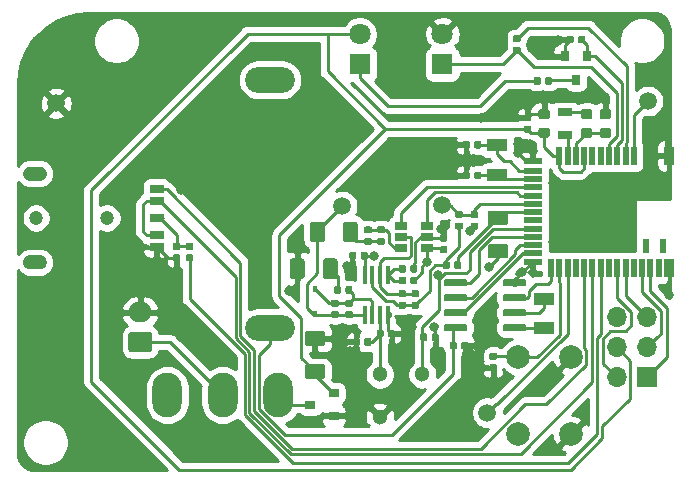
<source format=gtl>
G04 #@! TF.GenerationSoftware,KiCad,Pcbnew,(5.1.4)-1*
G04 #@! TF.CreationDate,2019-11-19T12:21:55+05:30*
G04 #@! TF.ProjectId,SensePi_rev5_main,53656e73-6550-4695-9f72-6576355f6d61,rev?*
G04 #@! TF.SameCoordinates,Original*
G04 #@! TF.FileFunction,Copper,L1,Top*
G04 #@! TF.FilePolarity,Positive*
%FSLAX46Y46*%
G04 Gerber Fmt 4.6, Leading zero omitted, Abs format (unit mm)*
G04 Created by KiCad (PCBNEW (5.1.4)-1) date 2019-11-19 12:21:55*
%MOMM*%
%LPD*%
G04 APERTURE LIST*
%ADD10O,2.500000X3.800000*%
%ADD11O,4.200000X2.200000*%
%ADD12O,2.000000X1.700000*%
%ADD13C,0.100000*%
%ADD14C,1.700000*%
%ADD15C,1.500000*%
%ADD16C,0.590000*%
%ADD17C,1.250000*%
%ADD18R,1.800000X1.800000*%
%ADD19C,1.800000*%
%ADD20R,1.200000X0.700000*%
%ADD21C,1.200000*%
%ADD22R,1.700000X1.700000*%
%ADD23O,1.700000X1.700000*%
%ADD24R,1.300000X0.700000*%
%ADD25R,0.900000X0.800000*%
%ADD26R,0.800000X0.900000*%
%ADD27R,0.500000X1.200000*%
%ADD28R,0.900000X1.600000*%
%ADD29R,0.500000X1.600000*%
%ADD30R,1.600000X0.500000*%
%ADD31R,1.060000X0.650000*%
%ADD32R,0.300000X1.600000*%
%ADD33C,1.300000*%
%ADD34C,0.600000*%
%ADD35R,1.800000X1.000000*%
%ADD36C,0.875000*%
%ADD37C,2.000000*%
%ADD38R,0.450000X0.600000*%
%ADD39C,0.800000*%
%ADD40C,0.250000*%
%ADD41C,0.254000*%
G04 APERTURE END LIST*
D10*
X32700000Y-43000000D03*
X28000000Y-43000000D03*
X23300000Y-43000000D03*
D11*
X32000000Y-16300000D03*
X32000000Y-37300000D03*
D12*
X21000000Y-36000000D03*
D13*
G36*
X21774504Y-37651204D02*
G01*
X21798773Y-37654804D01*
X21822571Y-37660765D01*
X21845671Y-37669030D01*
X21867849Y-37679520D01*
X21888893Y-37692133D01*
X21908598Y-37706747D01*
X21926777Y-37723223D01*
X21943253Y-37741402D01*
X21957867Y-37761107D01*
X21970480Y-37782151D01*
X21980970Y-37804329D01*
X21989235Y-37827429D01*
X21995196Y-37851227D01*
X21998796Y-37875496D01*
X22000000Y-37900000D01*
X22000000Y-39100000D01*
X21998796Y-39124504D01*
X21995196Y-39148773D01*
X21989235Y-39172571D01*
X21980970Y-39195671D01*
X21970480Y-39217849D01*
X21957867Y-39238893D01*
X21943253Y-39258598D01*
X21926777Y-39276777D01*
X21908598Y-39293253D01*
X21888893Y-39307867D01*
X21867849Y-39320480D01*
X21845671Y-39330970D01*
X21822571Y-39339235D01*
X21798773Y-39345196D01*
X21774504Y-39348796D01*
X21750000Y-39350000D01*
X20250000Y-39350000D01*
X20225496Y-39348796D01*
X20201227Y-39345196D01*
X20177429Y-39339235D01*
X20154329Y-39330970D01*
X20132151Y-39320480D01*
X20111107Y-39307867D01*
X20091402Y-39293253D01*
X20073223Y-39276777D01*
X20056747Y-39258598D01*
X20042133Y-39238893D01*
X20029520Y-39217849D01*
X20019030Y-39195671D01*
X20010765Y-39172571D01*
X20004804Y-39148773D01*
X20001204Y-39124504D01*
X20000000Y-39100000D01*
X20000000Y-37900000D01*
X20001204Y-37875496D01*
X20004804Y-37851227D01*
X20010765Y-37827429D01*
X20019030Y-37804329D01*
X20029520Y-37782151D01*
X20042133Y-37761107D01*
X20056747Y-37741402D01*
X20073223Y-37723223D01*
X20091402Y-37706747D01*
X20111107Y-37692133D01*
X20132151Y-37679520D01*
X20154329Y-37669030D01*
X20177429Y-37660765D01*
X20201227Y-37654804D01*
X20225496Y-37651204D01*
X20250000Y-37650000D01*
X21750000Y-37650000D01*
X21774504Y-37651204D01*
X21774504Y-37651204D01*
G37*
D14*
X21000000Y-38500000D03*
D15*
X38100000Y-27000000D03*
X50400000Y-44500000D03*
X64000000Y-18100000D03*
D13*
G36*
X25386958Y-30120710D02*
G01*
X25401276Y-30122834D01*
X25415317Y-30126351D01*
X25428946Y-30131228D01*
X25442031Y-30137417D01*
X25454447Y-30144858D01*
X25466073Y-30153481D01*
X25476798Y-30163202D01*
X25486519Y-30173927D01*
X25495142Y-30185553D01*
X25502583Y-30197969D01*
X25508772Y-30211054D01*
X25513649Y-30224683D01*
X25517166Y-30238724D01*
X25519290Y-30253042D01*
X25520000Y-30267500D01*
X25520000Y-30562500D01*
X25519290Y-30576958D01*
X25517166Y-30591276D01*
X25513649Y-30605317D01*
X25508772Y-30618946D01*
X25502583Y-30632031D01*
X25495142Y-30644447D01*
X25486519Y-30656073D01*
X25476798Y-30666798D01*
X25466073Y-30676519D01*
X25454447Y-30685142D01*
X25442031Y-30692583D01*
X25428946Y-30698772D01*
X25415317Y-30703649D01*
X25401276Y-30707166D01*
X25386958Y-30709290D01*
X25372500Y-30710000D01*
X25027500Y-30710000D01*
X25013042Y-30709290D01*
X24998724Y-30707166D01*
X24984683Y-30703649D01*
X24971054Y-30698772D01*
X24957969Y-30692583D01*
X24945553Y-30685142D01*
X24933927Y-30676519D01*
X24923202Y-30666798D01*
X24913481Y-30656073D01*
X24904858Y-30644447D01*
X24897417Y-30632031D01*
X24891228Y-30618946D01*
X24886351Y-30605317D01*
X24882834Y-30591276D01*
X24880710Y-30576958D01*
X24880000Y-30562500D01*
X24880000Y-30267500D01*
X24880710Y-30253042D01*
X24882834Y-30238724D01*
X24886351Y-30224683D01*
X24891228Y-30211054D01*
X24897417Y-30197969D01*
X24904858Y-30185553D01*
X24913481Y-30173927D01*
X24923202Y-30163202D01*
X24933927Y-30153481D01*
X24945553Y-30144858D01*
X24957969Y-30137417D01*
X24971054Y-30131228D01*
X24984683Y-30126351D01*
X24998724Y-30122834D01*
X25013042Y-30120710D01*
X25027500Y-30120000D01*
X25372500Y-30120000D01*
X25386958Y-30120710D01*
X25386958Y-30120710D01*
G37*
D16*
X25200000Y-30415000D03*
D13*
G36*
X25386958Y-31090710D02*
G01*
X25401276Y-31092834D01*
X25415317Y-31096351D01*
X25428946Y-31101228D01*
X25442031Y-31107417D01*
X25454447Y-31114858D01*
X25466073Y-31123481D01*
X25476798Y-31133202D01*
X25486519Y-31143927D01*
X25495142Y-31155553D01*
X25502583Y-31167969D01*
X25508772Y-31181054D01*
X25513649Y-31194683D01*
X25517166Y-31208724D01*
X25519290Y-31223042D01*
X25520000Y-31237500D01*
X25520000Y-31532500D01*
X25519290Y-31546958D01*
X25517166Y-31561276D01*
X25513649Y-31575317D01*
X25508772Y-31588946D01*
X25502583Y-31602031D01*
X25495142Y-31614447D01*
X25486519Y-31626073D01*
X25476798Y-31636798D01*
X25466073Y-31646519D01*
X25454447Y-31655142D01*
X25442031Y-31662583D01*
X25428946Y-31668772D01*
X25415317Y-31673649D01*
X25401276Y-31677166D01*
X25386958Y-31679290D01*
X25372500Y-31680000D01*
X25027500Y-31680000D01*
X25013042Y-31679290D01*
X24998724Y-31677166D01*
X24984683Y-31673649D01*
X24971054Y-31668772D01*
X24957969Y-31662583D01*
X24945553Y-31655142D01*
X24933927Y-31646519D01*
X24923202Y-31636798D01*
X24913481Y-31626073D01*
X24904858Y-31614447D01*
X24897417Y-31602031D01*
X24891228Y-31588946D01*
X24886351Y-31575317D01*
X24882834Y-31561276D01*
X24880710Y-31546958D01*
X24880000Y-31532500D01*
X24880000Y-31237500D01*
X24880710Y-31223042D01*
X24882834Y-31208724D01*
X24886351Y-31194683D01*
X24891228Y-31181054D01*
X24897417Y-31167969D01*
X24904858Y-31155553D01*
X24913481Y-31143927D01*
X24923202Y-31133202D01*
X24933927Y-31123481D01*
X24945553Y-31114858D01*
X24957969Y-31107417D01*
X24971054Y-31101228D01*
X24984683Y-31096351D01*
X24998724Y-31092834D01*
X25013042Y-31090710D01*
X25027500Y-31090000D01*
X25372500Y-31090000D01*
X25386958Y-31090710D01*
X25386958Y-31090710D01*
G37*
D16*
X25200000Y-31385000D03*
D13*
G36*
X53086958Y-13490710D02*
G01*
X53101276Y-13492834D01*
X53115317Y-13496351D01*
X53128946Y-13501228D01*
X53142031Y-13507417D01*
X53154447Y-13514858D01*
X53166073Y-13523481D01*
X53176798Y-13533202D01*
X53186519Y-13543927D01*
X53195142Y-13555553D01*
X53202583Y-13567969D01*
X53208772Y-13581054D01*
X53213649Y-13594683D01*
X53217166Y-13608724D01*
X53219290Y-13623042D01*
X53220000Y-13637500D01*
X53220000Y-13932500D01*
X53219290Y-13946958D01*
X53217166Y-13961276D01*
X53213649Y-13975317D01*
X53208772Y-13988946D01*
X53202583Y-14002031D01*
X53195142Y-14014447D01*
X53186519Y-14026073D01*
X53176798Y-14036798D01*
X53166073Y-14046519D01*
X53154447Y-14055142D01*
X53142031Y-14062583D01*
X53128946Y-14068772D01*
X53115317Y-14073649D01*
X53101276Y-14077166D01*
X53086958Y-14079290D01*
X53072500Y-14080000D01*
X52727500Y-14080000D01*
X52713042Y-14079290D01*
X52698724Y-14077166D01*
X52684683Y-14073649D01*
X52671054Y-14068772D01*
X52657969Y-14062583D01*
X52645553Y-14055142D01*
X52633927Y-14046519D01*
X52623202Y-14036798D01*
X52613481Y-14026073D01*
X52604858Y-14014447D01*
X52597417Y-14002031D01*
X52591228Y-13988946D01*
X52586351Y-13975317D01*
X52582834Y-13961276D01*
X52580710Y-13946958D01*
X52580000Y-13932500D01*
X52580000Y-13637500D01*
X52580710Y-13623042D01*
X52582834Y-13608724D01*
X52586351Y-13594683D01*
X52591228Y-13581054D01*
X52597417Y-13567969D01*
X52604858Y-13555553D01*
X52613481Y-13543927D01*
X52623202Y-13533202D01*
X52633927Y-13523481D01*
X52645553Y-13514858D01*
X52657969Y-13507417D01*
X52671054Y-13501228D01*
X52684683Y-13496351D01*
X52698724Y-13492834D01*
X52713042Y-13490710D01*
X52727500Y-13490000D01*
X53072500Y-13490000D01*
X53086958Y-13490710D01*
X53086958Y-13490710D01*
G37*
D16*
X52900000Y-13785000D03*
D13*
G36*
X53086958Y-12520710D02*
G01*
X53101276Y-12522834D01*
X53115317Y-12526351D01*
X53128946Y-12531228D01*
X53142031Y-12537417D01*
X53154447Y-12544858D01*
X53166073Y-12553481D01*
X53176798Y-12563202D01*
X53186519Y-12573927D01*
X53195142Y-12585553D01*
X53202583Y-12597969D01*
X53208772Y-12611054D01*
X53213649Y-12624683D01*
X53217166Y-12638724D01*
X53219290Y-12653042D01*
X53220000Y-12667500D01*
X53220000Y-12962500D01*
X53219290Y-12976958D01*
X53217166Y-12991276D01*
X53213649Y-13005317D01*
X53208772Y-13018946D01*
X53202583Y-13032031D01*
X53195142Y-13044447D01*
X53186519Y-13056073D01*
X53176798Y-13066798D01*
X53166073Y-13076519D01*
X53154447Y-13085142D01*
X53142031Y-13092583D01*
X53128946Y-13098772D01*
X53115317Y-13103649D01*
X53101276Y-13107166D01*
X53086958Y-13109290D01*
X53072500Y-13110000D01*
X52727500Y-13110000D01*
X52713042Y-13109290D01*
X52698724Y-13107166D01*
X52684683Y-13103649D01*
X52671054Y-13098772D01*
X52657969Y-13092583D01*
X52645553Y-13085142D01*
X52633927Y-13076519D01*
X52623202Y-13066798D01*
X52613481Y-13056073D01*
X52604858Y-13044447D01*
X52597417Y-13032031D01*
X52591228Y-13018946D01*
X52586351Y-13005317D01*
X52582834Y-12991276D01*
X52580710Y-12976958D01*
X52580000Y-12962500D01*
X52580000Y-12667500D01*
X52580710Y-12653042D01*
X52582834Y-12638724D01*
X52586351Y-12624683D01*
X52591228Y-12611054D01*
X52597417Y-12597969D01*
X52604858Y-12585553D01*
X52613481Y-12573927D01*
X52623202Y-12563202D01*
X52633927Y-12553481D01*
X52645553Y-12544858D01*
X52657969Y-12537417D01*
X52671054Y-12531228D01*
X52684683Y-12526351D01*
X52698724Y-12522834D01*
X52713042Y-12520710D01*
X52727500Y-12520000D01*
X53072500Y-12520000D01*
X53086958Y-12520710D01*
X53086958Y-12520710D01*
G37*
D16*
X52900000Y-12815000D03*
D13*
G36*
X24286958Y-30120710D02*
G01*
X24301276Y-30122834D01*
X24315317Y-30126351D01*
X24328946Y-30131228D01*
X24342031Y-30137417D01*
X24354447Y-30144858D01*
X24366073Y-30153481D01*
X24376798Y-30163202D01*
X24386519Y-30173927D01*
X24395142Y-30185553D01*
X24402583Y-30197969D01*
X24408772Y-30211054D01*
X24413649Y-30224683D01*
X24417166Y-30238724D01*
X24419290Y-30253042D01*
X24420000Y-30267500D01*
X24420000Y-30562500D01*
X24419290Y-30576958D01*
X24417166Y-30591276D01*
X24413649Y-30605317D01*
X24408772Y-30618946D01*
X24402583Y-30632031D01*
X24395142Y-30644447D01*
X24386519Y-30656073D01*
X24376798Y-30666798D01*
X24366073Y-30676519D01*
X24354447Y-30685142D01*
X24342031Y-30692583D01*
X24328946Y-30698772D01*
X24315317Y-30703649D01*
X24301276Y-30707166D01*
X24286958Y-30709290D01*
X24272500Y-30710000D01*
X23927500Y-30710000D01*
X23913042Y-30709290D01*
X23898724Y-30707166D01*
X23884683Y-30703649D01*
X23871054Y-30698772D01*
X23857969Y-30692583D01*
X23845553Y-30685142D01*
X23833927Y-30676519D01*
X23823202Y-30666798D01*
X23813481Y-30656073D01*
X23804858Y-30644447D01*
X23797417Y-30632031D01*
X23791228Y-30618946D01*
X23786351Y-30605317D01*
X23782834Y-30591276D01*
X23780710Y-30576958D01*
X23780000Y-30562500D01*
X23780000Y-30267500D01*
X23780710Y-30253042D01*
X23782834Y-30238724D01*
X23786351Y-30224683D01*
X23791228Y-30211054D01*
X23797417Y-30197969D01*
X23804858Y-30185553D01*
X23813481Y-30173927D01*
X23823202Y-30163202D01*
X23833927Y-30153481D01*
X23845553Y-30144858D01*
X23857969Y-30137417D01*
X23871054Y-30131228D01*
X23884683Y-30126351D01*
X23898724Y-30122834D01*
X23913042Y-30120710D01*
X23927500Y-30120000D01*
X24272500Y-30120000D01*
X24286958Y-30120710D01*
X24286958Y-30120710D01*
G37*
D16*
X24100000Y-30415000D03*
D13*
G36*
X24286958Y-31090710D02*
G01*
X24301276Y-31092834D01*
X24315317Y-31096351D01*
X24328946Y-31101228D01*
X24342031Y-31107417D01*
X24354447Y-31114858D01*
X24366073Y-31123481D01*
X24376798Y-31133202D01*
X24386519Y-31143927D01*
X24395142Y-31155553D01*
X24402583Y-31167969D01*
X24408772Y-31181054D01*
X24413649Y-31194683D01*
X24417166Y-31208724D01*
X24419290Y-31223042D01*
X24420000Y-31237500D01*
X24420000Y-31532500D01*
X24419290Y-31546958D01*
X24417166Y-31561276D01*
X24413649Y-31575317D01*
X24408772Y-31588946D01*
X24402583Y-31602031D01*
X24395142Y-31614447D01*
X24386519Y-31626073D01*
X24376798Y-31636798D01*
X24366073Y-31646519D01*
X24354447Y-31655142D01*
X24342031Y-31662583D01*
X24328946Y-31668772D01*
X24315317Y-31673649D01*
X24301276Y-31677166D01*
X24286958Y-31679290D01*
X24272500Y-31680000D01*
X23927500Y-31680000D01*
X23913042Y-31679290D01*
X23898724Y-31677166D01*
X23884683Y-31673649D01*
X23871054Y-31668772D01*
X23857969Y-31662583D01*
X23845553Y-31655142D01*
X23833927Y-31646519D01*
X23823202Y-31636798D01*
X23813481Y-31626073D01*
X23804858Y-31614447D01*
X23797417Y-31602031D01*
X23791228Y-31588946D01*
X23786351Y-31575317D01*
X23782834Y-31561276D01*
X23780710Y-31546958D01*
X23780000Y-31532500D01*
X23780000Y-31237500D01*
X23780710Y-31223042D01*
X23782834Y-31208724D01*
X23786351Y-31194683D01*
X23791228Y-31181054D01*
X23797417Y-31167969D01*
X23804858Y-31155553D01*
X23813481Y-31143927D01*
X23823202Y-31133202D01*
X23833927Y-31123481D01*
X23845553Y-31114858D01*
X23857969Y-31107417D01*
X23871054Y-31101228D01*
X23884683Y-31096351D01*
X23898724Y-31092834D01*
X23913042Y-31090710D01*
X23927500Y-31090000D01*
X24272500Y-31090000D01*
X24286958Y-31090710D01*
X24286958Y-31090710D01*
G37*
D16*
X24100000Y-31385000D03*
D15*
X46600000Y-26900000D03*
D13*
G36*
X41586958Y-28705710D02*
G01*
X41601276Y-28707834D01*
X41615317Y-28711351D01*
X41628946Y-28716228D01*
X41642031Y-28722417D01*
X41654447Y-28729858D01*
X41666073Y-28738481D01*
X41676798Y-28748202D01*
X41686519Y-28758927D01*
X41695142Y-28770553D01*
X41702583Y-28782969D01*
X41708772Y-28796054D01*
X41713649Y-28809683D01*
X41717166Y-28823724D01*
X41719290Y-28838042D01*
X41720000Y-28852500D01*
X41720000Y-29147500D01*
X41719290Y-29161958D01*
X41717166Y-29176276D01*
X41713649Y-29190317D01*
X41708772Y-29203946D01*
X41702583Y-29217031D01*
X41695142Y-29229447D01*
X41686519Y-29241073D01*
X41676798Y-29251798D01*
X41666073Y-29261519D01*
X41654447Y-29270142D01*
X41642031Y-29277583D01*
X41628946Y-29283772D01*
X41615317Y-29288649D01*
X41601276Y-29292166D01*
X41586958Y-29294290D01*
X41572500Y-29295000D01*
X41227500Y-29295000D01*
X41213042Y-29294290D01*
X41198724Y-29292166D01*
X41184683Y-29288649D01*
X41171054Y-29283772D01*
X41157969Y-29277583D01*
X41145553Y-29270142D01*
X41133927Y-29261519D01*
X41123202Y-29251798D01*
X41113481Y-29241073D01*
X41104858Y-29229447D01*
X41097417Y-29217031D01*
X41091228Y-29203946D01*
X41086351Y-29190317D01*
X41082834Y-29176276D01*
X41080710Y-29161958D01*
X41080000Y-29147500D01*
X41080000Y-28852500D01*
X41080710Y-28838042D01*
X41082834Y-28823724D01*
X41086351Y-28809683D01*
X41091228Y-28796054D01*
X41097417Y-28782969D01*
X41104858Y-28770553D01*
X41113481Y-28758927D01*
X41123202Y-28748202D01*
X41133927Y-28738481D01*
X41145553Y-28729858D01*
X41157969Y-28722417D01*
X41171054Y-28716228D01*
X41184683Y-28711351D01*
X41198724Y-28707834D01*
X41213042Y-28705710D01*
X41227500Y-28705000D01*
X41572500Y-28705000D01*
X41586958Y-28705710D01*
X41586958Y-28705710D01*
G37*
D16*
X41400000Y-29000000D03*
D13*
G36*
X41586958Y-29675710D02*
G01*
X41601276Y-29677834D01*
X41615317Y-29681351D01*
X41628946Y-29686228D01*
X41642031Y-29692417D01*
X41654447Y-29699858D01*
X41666073Y-29708481D01*
X41676798Y-29718202D01*
X41686519Y-29728927D01*
X41695142Y-29740553D01*
X41702583Y-29752969D01*
X41708772Y-29766054D01*
X41713649Y-29779683D01*
X41717166Y-29793724D01*
X41719290Y-29808042D01*
X41720000Y-29822500D01*
X41720000Y-30117500D01*
X41719290Y-30131958D01*
X41717166Y-30146276D01*
X41713649Y-30160317D01*
X41708772Y-30173946D01*
X41702583Y-30187031D01*
X41695142Y-30199447D01*
X41686519Y-30211073D01*
X41676798Y-30221798D01*
X41666073Y-30231519D01*
X41654447Y-30240142D01*
X41642031Y-30247583D01*
X41628946Y-30253772D01*
X41615317Y-30258649D01*
X41601276Y-30262166D01*
X41586958Y-30264290D01*
X41572500Y-30265000D01*
X41227500Y-30265000D01*
X41213042Y-30264290D01*
X41198724Y-30262166D01*
X41184683Y-30258649D01*
X41171054Y-30253772D01*
X41157969Y-30247583D01*
X41145553Y-30240142D01*
X41133927Y-30231519D01*
X41123202Y-30221798D01*
X41113481Y-30211073D01*
X41104858Y-30199447D01*
X41097417Y-30187031D01*
X41091228Y-30173946D01*
X41086351Y-30160317D01*
X41082834Y-30146276D01*
X41080710Y-30131958D01*
X41080000Y-30117500D01*
X41080000Y-29822500D01*
X41080710Y-29808042D01*
X41082834Y-29793724D01*
X41086351Y-29779683D01*
X41091228Y-29766054D01*
X41097417Y-29752969D01*
X41104858Y-29740553D01*
X41113481Y-29728927D01*
X41123202Y-29718202D01*
X41133927Y-29708481D01*
X41145553Y-29699858D01*
X41157969Y-29692417D01*
X41171054Y-29686228D01*
X41184683Y-29681351D01*
X41198724Y-29677834D01*
X41213042Y-29675710D01*
X41227500Y-29675000D01*
X41572500Y-29675000D01*
X41586958Y-29675710D01*
X41586958Y-29675710D01*
G37*
D16*
X41400000Y-29970000D03*
D13*
G36*
X36449504Y-37576204D02*
G01*
X36473773Y-37579804D01*
X36497571Y-37585765D01*
X36520671Y-37594030D01*
X36542849Y-37604520D01*
X36563893Y-37617133D01*
X36583598Y-37631747D01*
X36601777Y-37648223D01*
X36618253Y-37666402D01*
X36632867Y-37686107D01*
X36645480Y-37707151D01*
X36655970Y-37729329D01*
X36664235Y-37752429D01*
X36670196Y-37776227D01*
X36673796Y-37800496D01*
X36675000Y-37825000D01*
X36675000Y-38575000D01*
X36673796Y-38599504D01*
X36670196Y-38623773D01*
X36664235Y-38647571D01*
X36655970Y-38670671D01*
X36645480Y-38692849D01*
X36632867Y-38713893D01*
X36618253Y-38733598D01*
X36601777Y-38751777D01*
X36583598Y-38768253D01*
X36563893Y-38782867D01*
X36542849Y-38795480D01*
X36520671Y-38805970D01*
X36497571Y-38814235D01*
X36473773Y-38820196D01*
X36449504Y-38823796D01*
X36425000Y-38825000D01*
X35175000Y-38825000D01*
X35150496Y-38823796D01*
X35126227Y-38820196D01*
X35102429Y-38814235D01*
X35079329Y-38805970D01*
X35057151Y-38795480D01*
X35036107Y-38782867D01*
X35016402Y-38768253D01*
X34998223Y-38751777D01*
X34981747Y-38733598D01*
X34967133Y-38713893D01*
X34954520Y-38692849D01*
X34944030Y-38670671D01*
X34935765Y-38647571D01*
X34929804Y-38623773D01*
X34926204Y-38599504D01*
X34925000Y-38575000D01*
X34925000Y-37825000D01*
X34926204Y-37800496D01*
X34929804Y-37776227D01*
X34935765Y-37752429D01*
X34944030Y-37729329D01*
X34954520Y-37707151D01*
X34967133Y-37686107D01*
X34981747Y-37666402D01*
X34998223Y-37648223D01*
X35016402Y-37631747D01*
X35036107Y-37617133D01*
X35057151Y-37604520D01*
X35079329Y-37594030D01*
X35102429Y-37585765D01*
X35126227Y-37579804D01*
X35150496Y-37576204D01*
X35175000Y-37575000D01*
X36425000Y-37575000D01*
X36449504Y-37576204D01*
X36449504Y-37576204D01*
G37*
D17*
X35800000Y-38200000D03*
D13*
G36*
X36449504Y-40376204D02*
G01*
X36473773Y-40379804D01*
X36497571Y-40385765D01*
X36520671Y-40394030D01*
X36542849Y-40404520D01*
X36563893Y-40417133D01*
X36583598Y-40431747D01*
X36601777Y-40448223D01*
X36618253Y-40466402D01*
X36632867Y-40486107D01*
X36645480Y-40507151D01*
X36655970Y-40529329D01*
X36664235Y-40552429D01*
X36670196Y-40576227D01*
X36673796Y-40600496D01*
X36675000Y-40625000D01*
X36675000Y-41375000D01*
X36673796Y-41399504D01*
X36670196Y-41423773D01*
X36664235Y-41447571D01*
X36655970Y-41470671D01*
X36645480Y-41492849D01*
X36632867Y-41513893D01*
X36618253Y-41533598D01*
X36601777Y-41551777D01*
X36583598Y-41568253D01*
X36563893Y-41582867D01*
X36542849Y-41595480D01*
X36520671Y-41605970D01*
X36497571Y-41614235D01*
X36473773Y-41620196D01*
X36449504Y-41623796D01*
X36425000Y-41625000D01*
X35175000Y-41625000D01*
X35150496Y-41623796D01*
X35126227Y-41620196D01*
X35102429Y-41614235D01*
X35079329Y-41605970D01*
X35057151Y-41595480D01*
X35036107Y-41582867D01*
X35016402Y-41568253D01*
X34998223Y-41551777D01*
X34981747Y-41533598D01*
X34967133Y-41513893D01*
X34954520Y-41492849D01*
X34944030Y-41470671D01*
X34935765Y-41447571D01*
X34929804Y-41423773D01*
X34926204Y-41399504D01*
X34925000Y-41375000D01*
X34925000Y-40625000D01*
X34926204Y-40600496D01*
X34929804Y-40576227D01*
X34935765Y-40552429D01*
X34944030Y-40529329D01*
X34954520Y-40507151D01*
X34967133Y-40486107D01*
X34981747Y-40466402D01*
X34998223Y-40448223D01*
X35016402Y-40431747D01*
X35036107Y-40417133D01*
X35057151Y-40404520D01*
X35079329Y-40394030D01*
X35102429Y-40385765D01*
X35126227Y-40379804D01*
X35150496Y-40376204D01*
X35175000Y-40375000D01*
X36425000Y-40375000D01*
X36449504Y-40376204D01*
X36449504Y-40376204D01*
G37*
D17*
X35800000Y-41000000D03*
D13*
G36*
X48776958Y-21480710D02*
G01*
X48791276Y-21482834D01*
X48805317Y-21486351D01*
X48818946Y-21491228D01*
X48832031Y-21497417D01*
X48844447Y-21504858D01*
X48856073Y-21513481D01*
X48866798Y-21523202D01*
X48876519Y-21533927D01*
X48885142Y-21545553D01*
X48892583Y-21557969D01*
X48898772Y-21571054D01*
X48903649Y-21584683D01*
X48907166Y-21598724D01*
X48909290Y-21613042D01*
X48910000Y-21627500D01*
X48910000Y-21972500D01*
X48909290Y-21986958D01*
X48907166Y-22001276D01*
X48903649Y-22015317D01*
X48898772Y-22028946D01*
X48892583Y-22042031D01*
X48885142Y-22054447D01*
X48876519Y-22066073D01*
X48866798Y-22076798D01*
X48856073Y-22086519D01*
X48844447Y-22095142D01*
X48832031Y-22102583D01*
X48818946Y-22108772D01*
X48805317Y-22113649D01*
X48791276Y-22117166D01*
X48776958Y-22119290D01*
X48762500Y-22120000D01*
X48467500Y-22120000D01*
X48453042Y-22119290D01*
X48438724Y-22117166D01*
X48424683Y-22113649D01*
X48411054Y-22108772D01*
X48397969Y-22102583D01*
X48385553Y-22095142D01*
X48373927Y-22086519D01*
X48363202Y-22076798D01*
X48353481Y-22066073D01*
X48344858Y-22054447D01*
X48337417Y-22042031D01*
X48331228Y-22028946D01*
X48326351Y-22015317D01*
X48322834Y-22001276D01*
X48320710Y-21986958D01*
X48320000Y-21972500D01*
X48320000Y-21627500D01*
X48320710Y-21613042D01*
X48322834Y-21598724D01*
X48326351Y-21584683D01*
X48331228Y-21571054D01*
X48337417Y-21557969D01*
X48344858Y-21545553D01*
X48353481Y-21533927D01*
X48363202Y-21523202D01*
X48373927Y-21513481D01*
X48385553Y-21504858D01*
X48397969Y-21497417D01*
X48411054Y-21491228D01*
X48424683Y-21486351D01*
X48438724Y-21482834D01*
X48453042Y-21480710D01*
X48467500Y-21480000D01*
X48762500Y-21480000D01*
X48776958Y-21480710D01*
X48776958Y-21480710D01*
G37*
D16*
X48615000Y-21800000D03*
D13*
G36*
X49746958Y-21480710D02*
G01*
X49761276Y-21482834D01*
X49775317Y-21486351D01*
X49788946Y-21491228D01*
X49802031Y-21497417D01*
X49814447Y-21504858D01*
X49826073Y-21513481D01*
X49836798Y-21523202D01*
X49846519Y-21533927D01*
X49855142Y-21545553D01*
X49862583Y-21557969D01*
X49868772Y-21571054D01*
X49873649Y-21584683D01*
X49877166Y-21598724D01*
X49879290Y-21613042D01*
X49880000Y-21627500D01*
X49880000Y-21972500D01*
X49879290Y-21986958D01*
X49877166Y-22001276D01*
X49873649Y-22015317D01*
X49868772Y-22028946D01*
X49862583Y-22042031D01*
X49855142Y-22054447D01*
X49846519Y-22066073D01*
X49836798Y-22076798D01*
X49826073Y-22086519D01*
X49814447Y-22095142D01*
X49802031Y-22102583D01*
X49788946Y-22108772D01*
X49775317Y-22113649D01*
X49761276Y-22117166D01*
X49746958Y-22119290D01*
X49732500Y-22120000D01*
X49437500Y-22120000D01*
X49423042Y-22119290D01*
X49408724Y-22117166D01*
X49394683Y-22113649D01*
X49381054Y-22108772D01*
X49367969Y-22102583D01*
X49355553Y-22095142D01*
X49343927Y-22086519D01*
X49333202Y-22076798D01*
X49323481Y-22066073D01*
X49314858Y-22054447D01*
X49307417Y-22042031D01*
X49301228Y-22028946D01*
X49296351Y-22015317D01*
X49292834Y-22001276D01*
X49290710Y-21986958D01*
X49290000Y-21972500D01*
X49290000Y-21627500D01*
X49290710Y-21613042D01*
X49292834Y-21598724D01*
X49296351Y-21584683D01*
X49301228Y-21571054D01*
X49307417Y-21557969D01*
X49314858Y-21545553D01*
X49323481Y-21533927D01*
X49333202Y-21523202D01*
X49343927Y-21513481D01*
X49355553Y-21504858D01*
X49367969Y-21497417D01*
X49381054Y-21491228D01*
X49394683Y-21486351D01*
X49408724Y-21482834D01*
X49423042Y-21480710D01*
X49437500Y-21480000D01*
X49732500Y-21480000D01*
X49746958Y-21480710D01*
X49746958Y-21480710D01*
G37*
D16*
X49585000Y-21800000D03*
D13*
G36*
X53986958Y-20190710D02*
G01*
X54001276Y-20192834D01*
X54015317Y-20196351D01*
X54028946Y-20201228D01*
X54042031Y-20207417D01*
X54054447Y-20214858D01*
X54066073Y-20223481D01*
X54076798Y-20233202D01*
X54086519Y-20243927D01*
X54095142Y-20255553D01*
X54102583Y-20267969D01*
X54108772Y-20281054D01*
X54113649Y-20294683D01*
X54117166Y-20308724D01*
X54119290Y-20323042D01*
X54120000Y-20337500D01*
X54120000Y-20632500D01*
X54119290Y-20646958D01*
X54117166Y-20661276D01*
X54113649Y-20675317D01*
X54108772Y-20688946D01*
X54102583Y-20702031D01*
X54095142Y-20714447D01*
X54086519Y-20726073D01*
X54076798Y-20736798D01*
X54066073Y-20746519D01*
X54054447Y-20755142D01*
X54042031Y-20762583D01*
X54028946Y-20768772D01*
X54015317Y-20773649D01*
X54001276Y-20777166D01*
X53986958Y-20779290D01*
X53972500Y-20780000D01*
X53627500Y-20780000D01*
X53613042Y-20779290D01*
X53598724Y-20777166D01*
X53584683Y-20773649D01*
X53571054Y-20768772D01*
X53557969Y-20762583D01*
X53545553Y-20755142D01*
X53533927Y-20746519D01*
X53523202Y-20736798D01*
X53513481Y-20726073D01*
X53504858Y-20714447D01*
X53497417Y-20702031D01*
X53491228Y-20688946D01*
X53486351Y-20675317D01*
X53482834Y-20661276D01*
X53480710Y-20646958D01*
X53480000Y-20632500D01*
X53480000Y-20337500D01*
X53480710Y-20323042D01*
X53482834Y-20308724D01*
X53486351Y-20294683D01*
X53491228Y-20281054D01*
X53497417Y-20267969D01*
X53504858Y-20255553D01*
X53513481Y-20243927D01*
X53523202Y-20233202D01*
X53533927Y-20223481D01*
X53545553Y-20214858D01*
X53557969Y-20207417D01*
X53571054Y-20201228D01*
X53584683Y-20196351D01*
X53598724Y-20192834D01*
X53613042Y-20190710D01*
X53627500Y-20190000D01*
X53972500Y-20190000D01*
X53986958Y-20190710D01*
X53986958Y-20190710D01*
G37*
D16*
X53800000Y-20485000D03*
D13*
G36*
X53986958Y-19220710D02*
G01*
X54001276Y-19222834D01*
X54015317Y-19226351D01*
X54028946Y-19231228D01*
X54042031Y-19237417D01*
X54054447Y-19244858D01*
X54066073Y-19253481D01*
X54076798Y-19263202D01*
X54086519Y-19273927D01*
X54095142Y-19285553D01*
X54102583Y-19297969D01*
X54108772Y-19311054D01*
X54113649Y-19324683D01*
X54117166Y-19338724D01*
X54119290Y-19353042D01*
X54120000Y-19367500D01*
X54120000Y-19662500D01*
X54119290Y-19676958D01*
X54117166Y-19691276D01*
X54113649Y-19705317D01*
X54108772Y-19718946D01*
X54102583Y-19732031D01*
X54095142Y-19744447D01*
X54086519Y-19756073D01*
X54076798Y-19766798D01*
X54066073Y-19776519D01*
X54054447Y-19785142D01*
X54042031Y-19792583D01*
X54028946Y-19798772D01*
X54015317Y-19803649D01*
X54001276Y-19807166D01*
X53986958Y-19809290D01*
X53972500Y-19810000D01*
X53627500Y-19810000D01*
X53613042Y-19809290D01*
X53598724Y-19807166D01*
X53584683Y-19803649D01*
X53571054Y-19798772D01*
X53557969Y-19792583D01*
X53545553Y-19785142D01*
X53533927Y-19776519D01*
X53523202Y-19766798D01*
X53513481Y-19756073D01*
X53504858Y-19744447D01*
X53497417Y-19732031D01*
X53491228Y-19718946D01*
X53486351Y-19705317D01*
X53482834Y-19691276D01*
X53480710Y-19676958D01*
X53480000Y-19662500D01*
X53480000Y-19367500D01*
X53480710Y-19353042D01*
X53482834Y-19338724D01*
X53486351Y-19324683D01*
X53491228Y-19311054D01*
X53497417Y-19297969D01*
X53504858Y-19285553D01*
X53513481Y-19273927D01*
X53523202Y-19263202D01*
X53533927Y-19253481D01*
X53545553Y-19244858D01*
X53557969Y-19237417D01*
X53571054Y-19231228D01*
X53584683Y-19226351D01*
X53598724Y-19222834D01*
X53613042Y-19220710D01*
X53627500Y-19220000D01*
X53972500Y-19220000D01*
X53986958Y-19220710D01*
X53986958Y-19220710D01*
G37*
D16*
X53800000Y-19515000D03*
D13*
G36*
X49746958Y-24080710D02*
G01*
X49761276Y-24082834D01*
X49775317Y-24086351D01*
X49788946Y-24091228D01*
X49802031Y-24097417D01*
X49814447Y-24104858D01*
X49826073Y-24113481D01*
X49836798Y-24123202D01*
X49846519Y-24133927D01*
X49855142Y-24145553D01*
X49862583Y-24157969D01*
X49868772Y-24171054D01*
X49873649Y-24184683D01*
X49877166Y-24198724D01*
X49879290Y-24213042D01*
X49880000Y-24227500D01*
X49880000Y-24572500D01*
X49879290Y-24586958D01*
X49877166Y-24601276D01*
X49873649Y-24615317D01*
X49868772Y-24628946D01*
X49862583Y-24642031D01*
X49855142Y-24654447D01*
X49846519Y-24666073D01*
X49836798Y-24676798D01*
X49826073Y-24686519D01*
X49814447Y-24695142D01*
X49802031Y-24702583D01*
X49788946Y-24708772D01*
X49775317Y-24713649D01*
X49761276Y-24717166D01*
X49746958Y-24719290D01*
X49732500Y-24720000D01*
X49437500Y-24720000D01*
X49423042Y-24719290D01*
X49408724Y-24717166D01*
X49394683Y-24713649D01*
X49381054Y-24708772D01*
X49367969Y-24702583D01*
X49355553Y-24695142D01*
X49343927Y-24686519D01*
X49333202Y-24676798D01*
X49323481Y-24666073D01*
X49314858Y-24654447D01*
X49307417Y-24642031D01*
X49301228Y-24628946D01*
X49296351Y-24615317D01*
X49292834Y-24601276D01*
X49290710Y-24586958D01*
X49290000Y-24572500D01*
X49290000Y-24227500D01*
X49290710Y-24213042D01*
X49292834Y-24198724D01*
X49296351Y-24184683D01*
X49301228Y-24171054D01*
X49307417Y-24157969D01*
X49314858Y-24145553D01*
X49323481Y-24133927D01*
X49333202Y-24123202D01*
X49343927Y-24113481D01*
X49355553Y-24104858D01*
X49367969Y-24097417D01*
X49381054Y-24091228D01*
X49394683Y-24086351D01*
X49408724Y-24082834D01*
X49423042Y-24080710D01*
X49437500Y-24080000D01*
X49732500Y-24080000D01*
X49746958Y-24080710D01*
X49746958Y-24080710D01*
G37*
D16*
X49585000Y-24400000D03*
D13*
G36*
X48776958Y-24080710D02*
G01*
X48791276Y-24082834D01*
X48805317Y-24086351D01*
X48818946Y-24091228D01*
X48832031Y-24097417D01*
X48844447Y-24104858D01*
X48856073Y-24113481D01*
X48866798Y-24123202D01*
X48876519Y-24133927D01*
X48885142Y-24145553D01*
X48892583Y-24157969D01*
X48898772Y-24171054D01*
X48903649Y-24184683D01*
X48907166Y-24198724D01*
X48909290Y-24213042D01*
X48910000Y-24227500D01*
X48910000Y-24572500D01*
X48909290Y-24586958D01*
X48907166Y-24601276D01*
X48903649Y-24615317D01*
X48898772Y-24628946D01*
X48892583Y-24642031D01*
X48885142Y-24654447D01*
X48876519Y-24666073D01*
X48866798Y-24676798D01*
X48856073Y-24686519D01*
X48844447Y-24695142D01*
X48832031Y-24702583D01*
X48818946Y-24708772D01*
X48805317Y-24713649D01*
X48791276Y-24717166D01*
X48776958Y-24719290D01*
X48762500Y-24720000D01*
X48467500Y-24720000D01*
X48453042Y-24719290D01*
X48438724Y-24717166D01*
X48424683Y-24713649D01*
X48411054Y-24708772D01*
X48397969Y-24702583D01*
X48385553Y-24695142D01*
X48373927Y-24686519D01*
X48363202Y-24676798D01*
X48353481Y-24666073D01*
X48344858Y-24654447D01*
X48337417Y-24642031D01*
X48331228Y-24628946D01*
X48326351Y-24615317D01*
X48322834Y-24601276D01*
X48320710Y-24586958D01*
X48320000Y-24572500D01*
X48320000Y-24227500D01*
X48320710Y-24213042D01*
X48322834Y-24198724D01*
X48326351Y-24184683D01*
X48331228Y-24171054D01*
X48337417Y-24157969D01*
X48344858Y-24145553D01*
X48353481Y-24133927D01*
X48363202Y-24123202D01*
X48373927Y-24113481D01*
X48385553Y-24104858D01*
X48397969Y-24097417D01*
X48411054Y-24091228D01*
X48424683Y-24086351D01*
X48438724Y-24082834D01*
X48453042Y-24080710D01*
X48467500Y-24080000D01*
X48762500Y-24080000D01*
X48776958Y-24080710D01*
X48776958Y-24080710D01*
G37*
D16*
X48615000Y-24400000D03*
D13*
G36*
X46886958Y-30390710D02*
G01*
X46901276Y-30392834D01*
X46915317Y-30396351D01*
X46928946Y-30401228D01*
X46942031Y-30407417D01*
X46954447Y-30414858D01*
X46966073Y-30423481D01*
X46976798Y-30433202D01*
X46986519Y-30443927D01*
X46995142Y-30455553D01*
X47002583Y-30467969D01*
X47008772Y-30481054D01*
X47013649Y-30494683D01*
X47017166Y-30508724D01*
X47019290Y-30523042D01*
X47020000Y-30537500D01*
X47020000Y-30832500D01*
X47019290Y-30846958D01*
X47017166Y-30861276D01*
X47013649Y-30875317D01*
X47008772Y-30888946D01*
X47002583Y-30902031D01*
X46995142Y-30914447D01*
X46986519Y-30926073D01*
X46976798Y-30936798D01*
X46966073Y-30946519D01*
X46954447Y-30955142D01*
X46942031Y-30962583D01*
X46928946Y-30968772D01*
X46915317Y-30973649D01*
X46901276Y-30977166D01*
X46886958Y-30979290D01*
X46872500Y-30980000D01*
X46527500Y-30980000D01*
X46513042Y-30979290D01*
X46498724Y-30977166D01*
X46484683Y-30973649D01*
X46471054Y-30968772D01*
X46457969Y-30962583D01*
X46445553Y-30955142D01*
X46433927Y-30946519D01*
X46423202Y-30936798D01*
X46413481Y-30926073D01*
X46404858Y-30914447D01*
X46397417Y-30902031D01*
X46391228Y-30888946D01*
X46386351Y-30875317D01*
X46382834Y-30861276D01*
X46380710Y-30846958D01*
X46380000Y-30832500D01*
X46380000Y-30537500D01*
X46380710Y-30523042D01*
X46382834Y-30508724D01*
X46386351Y-30494683D01*
X46391228Y-30481054D01*
X46397417Y-30467969D01*
X46404858Y-30455553D01*
X46413481Y-30443927D01*
X46423202Y-30433202D01*
X46433927Y-30423481D01*
X46445553Y-30414858D01*
X46457969Y-30407417D01*
X46471054Y-30401228D01*
X46484683Y-30396351D01*
X46498724Y-30392834D01*
X46513042Y-30390710D01*
X46527500Y-30390000D01*
X46872500Y-30390000D01*
X46886958Y-30390710D01*
X46886958Y-30390710D01*
G37*
D16*
X46700000Y-30685000D03*
D13*
G36*
X46886958Y-29420710D02*
G01*
X46901276Y-29422834D01*
X46915317Y-29426351D01*
X46928946Y-29431228D01*
X46942031Y-29437417D01*
X46954447Y-29444858D01*
X46966073Y-29453481D01*
X46976798Y-29463202D01*
X46986519Y-29473927D01*
X46995142Y-29485553D01*
X47002583Y-29497969D01*
X47008772Y-29511054D01*
X47013649Y-29524683D01*
X47017166Y-29538724D01*
X47019290Y-29553042D01*
X47020000Y-29567500D01*
X47020000Y-29862500D01*
X47019290Y-29876958D01*
X47017166Y-29891276D01*
X47013649Y-29905317D01*
X47008772Y-29918946D01*
X47002583Y-29932031D01*
X46995142Y-29944447D01*
X46986519Y-29956073D01*
X46976798Y-29966798D01*
X46966073Y-29976519D01*
X46954447Y-29985142D01*
X46942031Y-29992583D01*
X46928946Y-29998772D01*
X46915317Y-30003649D01*
X46901276Y-30007166D01*
X46886958Y-30009290D01*
X46872500Y-30010000D01*
X46527500Y-30010000D01*
X46513042Y-30009290D01*
X46498724Y-30007166D01*
X46484683Y-30003649D01*
X46471054Y-29998772D01*
X46457969Y-29992583D01*
X46445553Y-29985142D01*
X46433927Y-29976519D01*
X46423202Y-29966798D01*
X46413481Y-29956073D01*
X46404858Y-29944447D01*
X46397417Y-29932031D01*
X46391228Y-29918946D01*
X46386351Y-29905317D01*
X46382834Y-29891276D01*
X46380710Y-29876958D01*
X46380000Y-29862500D01*
X46380000Y-29567500D01*
X46380710Y-29553042D01*
X46382834Y-29538724D01*
X46386351Y-29524683D01*
X46391228Y-29511054D01*
X46397417Y-29497969D01*
X46404858Y-29485553D01*
X46413481Y-29473927D01*
X46423202Y-29463202D01*
X46433927Y-29453481D01*
X46445553Y-29444858D01*
X46457969Y-29437417D01*
X46471054Y-29431228D01*
X46484683Y-29426351D01*
X46498724Y-29422834D01*
X46513042Y-29420710D01*
X46527500Y-29420000D01*
X46872500Y-29420000D01*
X46886958Y-29420710D01*
X46886958Y-29420710D01*
G37*
D16*
X46700000Y-29715000D03*
D13*
G36*
X39199504Y-28326204D02*
G01*
X39223773Y-28329804D01*
X39247571Y-28335765D01*
X39270671Y-28344030D01*
X39292849Y-28354520D01*
X39313893Y-28367133D01*
X39333598Y-28381747D01*
X39351777Y-28398223D01*
X39368253Y-28416402D01*
X39382867Y-28436107D01*
X39395480Y-28457151D01*
X39405970Y-28479329D01*
X39414235Y-28502429D01*
X39420196Y-28526227D01*
X39423796Y-28550496D01*
X39425000Y-28575000D01*
X39425000Y-29825000D01*
X39423796Y-29849504D01*
X39420196Y-29873773D01*
X39414235Y-29897571D01*
X39405970Y-29920671D01*
X39395480Y-29942849D01*
X39382867Y-29963893D01*
X39368253Y-29983598D01*
X39351777Y-30001777D01*
X39333598Y-30018253D01*
X39313893Y-30032867D01*
X39292849Y-30045480D01*
X39270671Y-30055970D01*
X39247571Y-30064235D01*
X39223773Y-30070196D01*
X39199504Y-30073796D01*
X39175000Y-30075000D01*
X38425000Y-30075000D01*
X38400496Y-30073796D01*
X38376227Y-30070196D01*
X38352429Y-30064235D01*
X38329329Y-30055970D01*
X38307151Y-30045480D01*
X38286107Y-30032867D01*
X38266402Y-30018253D01*
X38248223Y-30001777D01*
X38231747Y-29983598D01*
X38217133Y-29963893D01*
X38204520Y-29942849D01*
X38194030Y-29920671D01*
X38185765Y-29897571D01*
X38179804Y-29873773D01*
X38176204Y-29849504D01*
X38175000Y-29825000D01*
X38175000Y-28575000D01*
X38176204Y-28550496D01*
X38179804Y-28526227D01*
X38185765Y-28502429D01*
X38194030Y-28479329D01*
X38204520Y-28457151D01*
X38217133Y-28436107D01*
X38231747Y-28416402D01*
X38248223Y-28398223D01*
X38266402Y-28381747D01*
X38286107Y-28367133D01*
X38307151Y-28354520D01*
X38329329Y-28344030D01*
X38352429Y-28335765D01*
X38376227Y-28329804D01*
X38400496Y-28326204D01*
X38425000Y-28325000D01*
X39175000Y-28325000D01*
X39199504Y-28326204D01*
X39199504Y-28326204D01*
G37*
D17*
X38800000Y-29200000D03*
D13*
G36*
X36399504Y-28326204D02*
G01*
X36423773Y-28329804D01*
X36447571Y-28335765D01*
X36470671Y-28344030D01*
X36492849Y-28354520D01*
X36513893Y-28367133D01*
X36533598Y-28381747D01*
X36551777Y-28398223D01*
X36568253Y-28416402D01*
X36582867Y-28436107D01*
X36595480Y-28457151D01*
X36605970Y-28479329D01*
X36614235Y-28502429D01*
X36620196Y-28526227D01*
X36623796Y-28550496D01*
X36625000Y-28575000D01*
X36625000Y-29825000D01*
X36623796Y-29849504D01*
X36620196Y-29873773D01*
X36614235Y-29897571D01*
X36605970Y-29920671D01*
X36595480Y-29942849D01*
X36582867Y-29963893D01*
X36568253Y-29983598D01*
X36551777Y-30001777D01*
X36533598Y-30018253D01*
X36513893Y-30032867D01*
X36492849Y-30045480D01*
X36470671Y-30055970D01*
X36447571Y-30064235D01*
X36423773Y-30070196D01*
X36399504Y-30073796D01*
X36375000Y-30075000D01*
X35625000Y-30075000D01*
X35600496Y-30073796D01*
X35576227Y-30070196D01*
X35552429Y-30064235D01*
X35529329Y-30055970D01*
X35507151Y-30045480D01*
X35486107Y-30032867D01*
X35466402Y-30018253D01*
X35448223Y-30001777D01*
X35431747Y-29983598D01*
X35417133Y-29963893D01*
X35404520Y-29942849D01*
X35394030Y-29920671D01*
X35385765Y-29897571D01*
X35379804Y-29873773D01*
X35376204Y-29849504D01*
X35375000Y-29825000D01*
X35375000Y-28575000D01*
X35376204Y-28550496D01*
X35379804Y-28526227D01*
X35385765Y-28502429D01*
X35394030Y-28479329D01*
X35404520Y-28457151D01*
X35417133Y-28436107D01*
X35431747Y-28416402D01*
X35448223Y-28398223D01*
X35466402Y-28381747D01*
X35486107Y-28367133D01*
X35507151Y-28354520D01*
X35529329Y-28344030D01*
X35552429Y-28335765D01*
X35576227Y-28329804D01*
X35600496Y-28326204D01*
X35625000Y-28325000D01*
X36375000Y-28325000D01*
X36399504Y-28326204D01*
X36399504Y-28326204D01*
G37*
D17*
X36000000Y-29200000D03*
D13*
G36*
X34699504Y-31426204D02*
G01*
X34723773Y-31429804D01*
X34747571Y-31435765D01*
X34770671Y-31444030D01*
X34792849Y-31454520D01*
X34813893Y-31467133D01*
X34833598Y-31481747D01*
X34851777Y-31498223D01*
X34868253Y-31516402D01*
X34882867Y-31536107D01*
X34895480Y-31557151D01*
X34905970Y-31579329D01*
X34914235Y-31602429D01*
X34920196Y-31626227D01*
X34923796Y-31650496D01*
X34925000Y-31675000D01*
X34925000Y-32925000D01*
X34923796Y-32949504D01*
X34920196Y-32973773D01*
X34914235Y-32997571D01*
X34905970Y-33020671D01*
X34895480Y-33042849D01*
X34882867Y-33063893D01*
X34868253Y-33083598D01*
X34851777Y-33101777D01*
X34833598Y-33118253D01*
X34813893Y-33132867D01*
X34792849Y-33145480D01*
X34770671Y-33155970D01*
X34747571Y-33164235D01*
X34723773Y-33170196D01*
X34699504Y-33173796D01*
X34675000Y-33175000D01*
X33925000Y-33175000D01*
X33900496Y-33173796D01*
X33876227Y-33170196D01*
X33852429Y-33164235D01*
X33829329Y-33155970D01*
X33807151Y-33145480D01*
X33786107Y-33132867D01*
X33766402Y-33118253D01*
X33748223Y-33101777D01*
X33731747Y-33083598D01*
X33717133Y-33063893D01*
X33704520Y-33042849D01*
X33694030Y-33020671D01*
X33685765Y-32997571D01*
X33679804Y-32973773D01*
X33676204Y-32949504D01*
X33675000Y-32925000D01*
X33675000Y-31675000D01*
X33676204Y-31650496D01*
X33679804Y-31626227D01*
X33685765Y-31602429D01*
X33694030Y-31579329D01*
X33704520Y-31557151D01*
X33717133Y-31536107D01*
X33731747Y-31516402D01*
X33748223Y-31498223D01*
X33766402Y-31481747D01*
X33786107Y-31467133D01*
X33807151Y-31454520D01*
X33829329Y-31444030D01*
X33852429Y-31435765D01*
X33876227Y-31429804D01*
X33900496Y-31426204D01*
X33925000Y-31425000D01*
X34675000Y-31425000D01*
X34699504Y-31426204D01*
X34699504Y-31426204D01*
G37*
D17*
X34300000Y-32300000D03*
D13*
G36*
X37499504Y-31426204D02*
G01*
X37523773Y-31429804D01*
X37547571Y-31435765D01*
X37570671Y-31444030D01*
X37592849Y-31454520D01*
X37613893Y-31467133D01*
X37633598Y-31481747D01*
X37651777Y-31498223D01*
X37668253Y-31516402D01*
X37682867Y-31536107D01*
X37695480Y-31557151D01*
X37705970Y-31579329D01*
X37714235Y-31602429D01*
X37720196Y-31626227D01*
X37723796Y-31650496D01*
X37725000Y-31675000D01*
X37725000Y-32925000D01*
X37723796Y-32949504D01*
X37720196Y-32973773D01*
X37714235Y-32997571D01*
X37705970Y-33020671D01*
X37695480Y-33042849D01*
X37682867Y-33063893D01*
X37668253Y-33083598D01*
X37651777Y-33101777D01*
X37633598Y-33118253D01*
X37613893Y-33132867D01*
X37592849Y-33145480D01*
X37570671Y-33155970D01*
X37547571Y-33164235D01*
X37523773Y-33170196D01*
X37499504Y-33173796D01*
X37475000Y-33175000D01*
X36725000Y-33175000D01*
X36700496Y-33173796D01*
X36676227Y-33170196D01*
X36652429Y-33164235D01*
X36629329Y-33155970D01*
X36607151Y-33145480D01*
X36586107Y-33132867D01*
X36566402Y-33118253D01*
X36548223Y-33101777D01*
X36531747Y-33083598D01*
X36517133Y-33063893D01*
X36504520Y-33042849D01*
X36494030Y-33020671D01*
X36485765Y-32997571D01*
X36479804Y-32973773D01*
X36476204Y-32949504D01*
X36475000Y-32925000D01*
X36475000Y-31675000D01*
X36476204Y-31650496D01*
X36479804Y-31626227D01*
X36485765Y-31602429D01*
X36494030Y-31579329D01*
X36504520Y-31557151D01*
X36517133Y-31536107D01*
X36531747Y-31516402D01*
X36548223Y-31498223D01*
X36566402Y-31481747D01*
X36586107Y-31467133D01*
X36607151Y-31454520D01*
X36629329Y-31444030D01*
X36652429Y-31435765D01*
X36676227Y-31429804D01*
X36700496Y-31426204D01*
X36725000Y-31425000D01*
X37475000Y-31425000D01*
X37499504Y-31426204D01*
X37499504Y-31426204D01*
G37*
D17*
X37100000Y-32300000D03*
D13*
G36*
X37686958Y-35890710D02*
G01*
X37701276Y-35892834D01*
X37715317Y-35896351D01*
X37728946Y-35901228D01*
X37742031Y-35907417D01*
X37754447Y-35914858D01*
X37766073Y-35923481D01*
X37776798Y-35933202D01*
X37786519Y-35943927D01*
X37795142Y-35955553D01*
X37802583Y-35967969D01*
X37808772Y-35981054D01*
X37813649Y-35994683D01*
X37817166Y-36008724D01*
X37819290Y-36023042D01*
X37820000Y-36037500D01*
X37820000Y-36332500D01*
X37819290Y-36346958D01*
X37817166Y-36361276D01*
X37813649Y-36375317D01*
X37808772Y-36388946D01*
X37802583Y-36402031D01*
X37795142Y-36414447D01*
X37786519Y-36426073D01*
X37776798Y-36436798D01*
X37766073Y-36446519D01*
X37754447Y-36455142D01*
X37742031Y-36462583D01*
X37728946Y-36468772D01*
X37715317Y-36473649D01*
X37701276Y-36477166D01*
X37686958Y-36479290D01*
X37672500Y-36480000D01*
X37327500Y-36480000D01*
X37313042Y-36479290D01*
X37298724Y-36477166D01*
X37284683Y-36473649D01*
X37271054Y-36468772D01*
X37257969Y-36462583D01*
X37245553Y-36455142D01*
X37233927Y-36446519D01*
X37223202Y-36436798D01*
X37213481Y-36426073D01*
X37204858Y-36414447D01*
X37197417Y-36402031D01*
X37191228Y-36388946D01*
X37186351Y-36375317D01*
X37182834Y-36361276D01*
X37180710Y-36346958D01*
X37180000Y-36332500D01*
X37180000Y-36037500D01*
X37180710Y-36023042D01*
X37182834Y-36008724D01*
X37186351Y-35994683D01*
X37191228Y-35981054D01*
X37197417Y-35967969D01*
X37204858Y-35955553D01*
X37213481Y-35943927D01*
X37223202Y-35933202D01*
X37233927Y-35923481D01*
X37245553Y-35914858D01*
X37257969Y-35907417D01*
X37271054Y-35901228D01*
X37284683Y-35896351D01*
X37298724Y-35892834D01*
X37313042Y-35890710D01*
X37327500Y-35890000D01*
X37672500Y-35890000D01*
X37686958Y-35890710D01*
X37686958Y-35890710D01*
G37*
D16*
X37500000Y-36185000D03*
D13*
G36*
X37686958Y-34920710D02*
G01*
X37701276Y-34922834D01*
X37715317Y-34926351D01*
X37728946Y-34931228D01*
X37742031Y-34937417D01*
X37754447Y-34944858D01*
X37766073Y-34953481D01*
X37776798Y-34963202D01*
X37786519Y-34973927D01*
X37795142Y-34985553D01*
X37802583Y-34997969D01*
X37808772Y-35011054D01*
X37813649Y-35024683D01*
X37817166Y-35038724D01*
X37819290Y-35053042D01*
X37820000Y-35067500D01*
X37820000Y-35362500D01*
X37819290Y-35376958D01*
X37817166Y-35391276D01*
X37813649Y-35405317D01*
X37808772Y-35418946D01*
X37802583Y-35432031D01*
X37795142Y-35444447D01*
X37786519Y-35456073D01*
X37776798Y-35466798D01*
X37766073Y-35476519D01*
X37754447Y-35485142D01*
X37742031Y-35492583D01*
X37728946Y-35498772D01*
X37715317Y-35503649D01*
X37701276Y-35507166D01*
X37686958Y-35509290D01*
X37672500Y-35510000D01*
X37327500Y-35510000D01*
X37313042Y-35509290D01*
X37298724Y-35507166D01*
X37284683Y-35503649D01*
X37271054Y-35498772D01*
X37257969Y-35492583D01*
X37245553Y-35485142D01*
X37233927Y-35476519D01*
X37223202Y-35466798D01*
X37213481Y-35456073D01*
X37204858Y-35444447D01*
X37197417Y-35432031D01*
X37191228Y-35418946D01*
X37186351Y-35405317D01*
X37182834Y-35391276D01*
X37180710Y-35376958D01*
X37180000Y-35362500D01*
X37180000Y-35067500D01*
X37180710Y-35053042D01*
X37182834Y-35038724D01*
X37186351Y-35024683D01*
X37191228Y-35011054D01*
X37197417Y-34997969D01*
X37204858Y-34985553D01*
X37213481Y-34973927D01*
X37223202Y-34963202D01*
X37233927Y-34953481D01*
X37245553Y-34944858D01*
X37257969Y-34937417D01*
X37271054Y-34931228D01*
X37284683Y-34926351D01*
X37298724Y-34922834D01*
X37313042Y-34920710D01*
X37327500Y-34920000D01*
X37672500Y-34920000D01*
X37686958Y-34920710D01*
X37686958Y-34920710D01*
G37*
D16*
X37500000Y-35215000D03*
D13*
G36*
X43386958Y-34120710D02*
G01*
X43401276Y-34122834D01*
X43415317Y-34126351D01*
X43428946Y-34131228D01*
X43442031Y-34137417D01*
X43454447Y-34144858D01*
X43466073Y-34153481D01*
X43476798Y-34163202D01*
X43486519Y-34173927D01*
X43495142Y-34185553D01*
X43502583Y-34197969D01*
X43508772Y-34211054D01*
X43513649Y-34224683D01*
X43517166Y-34238724D01*
X43519290Y-34253042D01*
X43520000Y-34267500D01*
X43520000Y-34562500D01*
X43519290Y-34576958D01*
X43517166Y-34591276D01*
X43513649Y-34605317D01*
X43508772Y-34618946D01*
X43502583Y-34632031D01*
X43495142Y-34644447D01*
X43486519Y-34656073D01*
X43476798Y-34666798D01*
X43466073Y-34676519D01*
X43454447Y-34685142D01*
X43442031Y-34692583D01*
X43428946Y-34698772D01*
X43415317Y-34703649D01*
X43401276Y-34707166D01*
X43386958Y-34709290D01*
X43372500Y-34710000D01*
X43027500Y-34710000D01*
X43013042Y-34709290D01*
X42998724Y-34707166D01*
X42984683Y-34703649D01*
X42971054Y-34698772D01*
X42957969Y-34692583D01*
X42945553Y-34685142D01*
X42933927Y-34676519D01*
X42923202Y-34666798D01*
X42913481Y-34656073D01*
X42904858Y-34644447D01*
X42897417Y-34632031D01*
X42891228Y-34618946D01*
X42886351Y-34605317D01*
X42882834Y-34591276D01*
X42880710Y-34576958D01*
X42880000Y-34562500D01*
X42880000Y-34267500D01*
X42880710Y-34253042D01*
X42882834Y-34238724D01*
X42886351Y-34224683D01*
X42891228Y-34211054D01*
X42897417Y-34197969D01*
X42904858Y-34185553D01*
X42913481Y-34173927D01*
X42923202Y-34163202D01*
X42933927Y-34153481D01*
X42945553Y-34144858D01*
X42957969Y-34137417D01*
X42971054Y-34131228D01*
X42984683Y-34126351D01*
X42998724Y-34122834D01*
X43013042Y-34120710D01*
X43027500Y-34120000D01*
X43372500Y-34120000D01*
X43386958Y-34120710D01*
X43386958Y-34120710D01*
G37*
D16*
X43200000Y-34415000D03*
D13*
G36*
X43386958Y-35090710D02*
G01*
X43401276Y-35092834D01*
X43415317Y-35096351D01*
X43428946Y-35101228D01*
X43442031Y-35107417D01*
X43454447Y-35114858D01*
X43466073Y-35123481D01*
X43476798Y-35133202D01*
X43486519Y-35143927D01*
X43495142Y-35155553D01*
X43502583Y-35167969D01*
X43508772Y-35181054D01*
X43513649Y-35194683D01*
X43517166Y-35208724D01*
X43519290Y-35223042D01*
X43520000Y-35237500D01*
X43520000Y-35532500D01*
X43519290Y-35546958D01*
X43517166Y-35561276D01*
X43513649Y-35575317D01*
X43508772Y-35588946D01*
X43502583Y-35602031D01*
X43495142Y-35614447D01*
X43486519Y-35626073D01*
X43476798Y-35636798D01*
X43466073Y-35646519D01*
X43454447Y-35655142D01*
X43442031Y-35662583D01*
X43428946Y-35668772D01*
X43415317Y-35673649D01*
X43401276Y-35677166D01*
X43386958Y-35679290D01*
X43372500Y-35680000D01*
X43027500Y-35680000D01*
X43013042Y-35679290D01*
X42998724Y-35677166D01*
X42984683Y-35673649D01*
X42971054Y-35668772D01*
X42957969Y-35662583D01*
X42945553Y-35655142D01*
X42933927Y-35646519D01*
X42923202Y-35636798D01*
X42913481Y-35626073D01*
X42904858Y-35614447D01*
X42897417Y-35602031D01*
X42891228Y-35588946D01*
X42886351Y-35575317D01*
X42882834Y-35561276D01*
X42880710Y-35546958D01*
X42880000Y-35532500D01*
X42880000Y-35237500D01*
X42880710Y-35223042D01*
X42882834Y-35208724D01*
X42886351Y-35194683D01*
X42891228Y-35181054D01*
X42897417Y-35167969D01*
X42904858Y-35155553D01*
X42913481Y-35143927D01*
X42923202Y-35133202D01*
X42933927Y-35123481D01*
X42945553Y-35114858D01*
X42957969Y-35107417D01*
X42971054Y-35101228D01*
X42984683Y-35096351D01*
X42998724Y-35092834D01*
X43013042Y-35090710D01*
X43027500Y-35090000D01*
X43372500Y-35090000D01*
X43386958Y-35090710D01*
X43386958Y-35090710D01*
G37*
D16*
X43200000Y-35385000D03*
D13*
G36*
X39176958Y-30880710D02*
G01*
X39191276Y-30882834D01*
X39205317Y-30886351D01*
X39218946Y-30891228D01*
X39232031Y-30897417D01*
X39244447Y-30904858D01*
X39256073Y-30913481D01*
X39266798Y-30923202D01*
X39276519Y-30933927D01*
X39285142Y-30945553D01*
X39292583Y-30957969D01*
X39298772Y-30971054D01*
X39303649Y-30984683D01*
X39307166Y-30998724D01*
X39309290Y-31013042D01*
X39310000Y-31027500D01*
X39310000Y-31372500D01*
X39309290Y-31386958D01*
X39307166Y-31401276D01*
X39303649Y-31415317D01*
X39298772Y-31428946D01*
X39292583Y-31442031D01*
X39285142Y-31454447D01*
X39276519Y-31466073D01*
X39266798Y-31476798D01*
X39256073Y-31486519D01*
X39244447Y-31495142D01*
X39232031Y-31502583D01*
X39218946Y-31508772D01*
X39205317Y-31513649D01*
X39191276Y-31517166D01*
X39176958Y-31519290D01*
X39162500Y-31520000D01*
X38867500Y-31520000D01*
X38853042Y-31519290D01*
X38838724Y-31517166D01*
X38824683Y-31513649D01*
X38811054Y-31508772D01*
X38797969Y-31502583D01*
X38785553Y-31495142D01*
X38773927Y-31486519D01*
X38763202Y-31476798D01*
X38753481Y-31466073D01*
X38744858Y-31454447D01*
X38737417Y-31442031D01*
X38731228Y-31428946D01*
X38726351Y-31415317D01*
X38722834Y-31401276D01*
X38720710Y-31386958D01*
X38720000Y-31372500D01*
X38720000Y-31027500D01*
X38720710Y-31013042D01*
X38722834Y-30998724D01*
X38726351Y-30984683D01*
X38731228Y-30971054D01*
X38737417Y-30957969D01*
X38744858Y-30945553D01*
X38753481Y-30933927D01*
X38763202Y-30923202D01*
X38773927Y-30913481D01*
X38785553Y-30904858D01*
X38797969Y-30897417D01*
X38811054Y-30891228D01*
X38824683Y-30886351D01*
X38838724Y-30882834D01*
X38853042Y-30880710D01*
X38867500Y-30880000D01*
X39162500Y-30880000D01*
X39176958Y-30880710D01*
X39176958Y-30880710D01*
G37*
D16*
X39015000Y-31200000D03*
D13*
G36*
X40146958Y-30880710D02*
G01*
X40161276Y-30882834D01*
X40175317Y-30886351D01*
X40188946Y-30891228D01*
X40202031Y-30897417D01*
X40214447Y-30904858D01*
X40226073Y-30913481D01*
X40236798Y-30923202D01*
X40246519Y-30933927D01*
X40255142Y-30945553D01*
X40262583Y-30957969D01*
X40268772Y-30971054D01*
X40273649Y-30984683D01*
X40277166Y-30998724D01*
X40279290Y-31013042D01*
X40280000Y-31027500D01*
X40280000Y-31372500D01*
X40279290Y-31386958D01*
X40277166Y-31401276D01*
X40273649Y-31415317D01*
X40268772Y-31428946D01*
X40262583Y-31442031D01*
X40255142Y-31454447D01*
X40246519Y-31466073D01*
X40236798Y-31476798D01*
X40226073Y-31486519D01*
X40214447Y-31495142D01*
X40202031Y-31502583D01*
X40188946Y-31508772D01*
X40175317Y-31513649D01*
X40161276Y-31517166D01*
X40146958Y-31519290D01*
X40132500Y-31520000D01*
X39837500Y-31520000D01*
X39823042Y-31519290D01*
X39808724Y-31517166D01*
X39794683Y-31513649D01*
X39781054Y-31508772D01*
X39767969Y-31502583D01*
X39755553Y-31495142D01*
X39743927Y-31486519D01*
X39733202Y-31476798D01*
X39723481Y-31466073D01*
X39714858Y-31454447D01*
X39707417Y-31442031D01*
X39701228Y-31428946D01*
X39696351Y-31415317D01*
X39692834Y-31401276D01*
X39690710Y-31386958D01*
X39690000Y-31372500D01*
X39690000Y-31027500D01*
X39690710Y-31013042D01*
X39692834Y-30998724D01*
X39696351Y-30984683D01*
X39701228Y-30971054D01*
X39707417Y-30957969D01*
X39714858Y-30945553D01*
X39723481Y-30933927D01*
X39733202Y-30923202D01*
X39743927Y-30913481D01*
X39755553Y-30904858D01*
X39767969Y-30897417D01*
X39781054Y-30891228D01*
X39794683Y-30886351D01*
X39808724Y-30882834D01*
X39823042Y-30880710D01*
X39837500Y-30880000D01*
X40132500Y-30880000D01*
X40146958Y-30880710D01*
X40146958Y-30880710D01*
G37*
D16*
X39985000Y-31200000D03*
D13*
G36*
X42446958Y-37480710D02*
G01*
X42461276Y-37482834D01*
X42475317Y-37486351D01*
X42488946Y-37491228D01*
X42502031Y-37497417D01*
X42514447Y-37504858D01*
X42526073Y-37513481D01*
X42536798Y-37523202D01*
X42546519Y-37533927D01*
X42555142Y-37545553D01*
X42562583Y-37557969D01*
X42568772Y-37571054D01*
X42573649Y-37584683D01*
X42577166Y-37598724D01*
X42579290Y-37613042D01*
X42580000Y-37627500D01*
X42580000Y-37972500D01*
X42579290Y-37986958D01*
X42577166Y-38001276D01*
X42573649Y-38015317D01*
X42568772Y-38028946D01*
X42562583Y-38042031D01*
X42555142Y-38054447D01*
X42546519Y-38066073D01*
X42536798Y-38076798D01*
X42526073Y-38086519D01*
X42514447Y-38095142D01*
X42502031Y-38102583D01*
X42488946Y-38108772D01*
X42475317Y-38113649D01*
X42461276Y-38117166D01*
X42446958Y-38119290D01*
X42432500Y-38120000D01*
X42137500Y-38120000D01*
X42123042Y-38119290D01*
X42108724Y-38117166D01*
X42094683Y-38113649D01*
X42081054Y-38108772D01*
X42067969Y-38102583D01*
X42055553Y-38095142D01*
X42043927Y-38086519D01*
X42033202Y-38076798D01*
X42023481Y-38066073D01*
X42014858Y-38054447D01*
X42007417Y-38042031D01*
X42001228Y-38028946D01*
X41996351Y-38015317D01*
X41992834Y-38001276D01*
X41990710Y-37986958D01*
X41990000Y-37972500D01*
X41990000Y-37627500D01*
X41990710Y-37613042D01*
X41992834Y-37598724D01*
X41996351Y-37584683D01*
X42001228Y-37571054D01*
X42007417Y-37557969D01*
X42014858Y-37545553D01*
X42023481Y-37533927D01*
X42033202Y-37523202D01*
X42043927Y-37513481D01*
X42055553Y-37504858D01*
X42067969Y-37497417D01*
X42081054Y-37491228D01*
X42094683Y-37486351D01*
X42108724Y-37482834D01*
X42123042Y-37480710D01*
X42137500Y-37480000D01*
X42432500Y-37480000D01*
X42446958Y-37480710D01*
X42446958Y-37480710D01*
G37*
D16*
X42285000Y-37800000D03*
D13*
G36*
X41476958Y-37480710D02*
G01*
X41491276Y-37482834D01*
X41505317Y-37486351D01*
X41518946Y-37491228D01*
X41532031Y-37497417D01*
X41544447Y-37504858D01*
X41556073Y-37513481D01*
X41566798Y-37523202D01*
X41576519Y-37533927D01*
X41585142Y-37545553D01*
X41592583Y-37557969D01*
X41598772Y-37571054D01*
X41603649Y-37584683D01*
X41607166Y-37598724D01*
X41609290Y-37613042D01*
X41610000Y-37627500D01*
X41610000Y-37972500D01*
X41609290Y-37986958D01*
X41607166Y-38001276D01*
X41603649Y-38015317D01*
X41598772Y-38028946D01*
X41592583Y-38042031D01*
X41585142Y-38054447D01*
X41576519Y-38066073D01*
X41566798Y-38076798D01*
X41556073Y-38086519D01*
X41544447Y-38095142D01*
X41532031Y-38102583D01*
X41518946Y-38108772D01*
X41505317Y-38113649D01*
X41491276Y-38117166D01*
X41476958Y-38119290D01*
X41462500Y-38120000D01*
X41167500Y-38120000D01*
X41153042Y-38119290D01*
X41138724Y-38117166D01*
X41124683Y-38113649D01*
X41111054Y-38108772D01*
X41097969Y-38102583D01*
X41085553Y-38095142D01*
X41073927Y-38086519D01*
X41063202Y-38076798D01*
X41053481Y-38066073D01*
X41044858Y-38054447D01*
X41037417Y-38042031D01*
X41031228Y-38028946D01*
X41026351Y-38015317D01*
X41022834Y-38001276D01*
X41020710Y-37986958D01*
X41020000Y-37972500D01*
X41020000Y-37627500D01*
X41020710Y-37613042D01*
X41022834Y-37598724D01*
X41026351Y-37584683D01*
X41031228Y-37571054D01*
X41037417Y-37557969D01*
X41044858Y-37545553D01*
X41053481Y-37533927D01*
X41063202Y-37523202D01*
X41073927Y-37513481D01*
X41085553Y-37504858D01*
X41097969Y-37497417D01*
X41111054Y-37491228D01*
X41124683Y-37486351D01*
X41138724Y-37482834D01*
X41153042Y-37480710D01*
X41167500Y-37480000D01*
X41462500Y-37480000D01*
X41476958Y-37480710D01*
X41476958Y-37480710D01*
G37*
D16*
X41315000Y-37800000D03*
D13*
G36*
X49486958Y-28390710D02*
G01*
X49501276Y-28392834D01*
X49515317Y-28396351D01*
X49528946Y-28401228D01*
X49542031Y-28407417D01*
X49554447Y-28414858D01*
X49566073Y-28423481D01*
X49576798Y-28433202D01*
X49586519Y-28443927D01*
X49595142Y-28455553D01*
X49602583Y-28467969D01*
X49608772Y-28481054D01*
X49613649Y-28494683D01*
X49617166Y-28508724D01*
X49619290Y-28523042D01*
X49620000Y-28537500D01*
X49620000Y-28832500D01*
X49619290Y-28846958D01*
X49617166Y-28861276D01*
X49613649Y-28875317D01*
X49608772Y-28888946D01*
X49602583Y-28902031D01*
X49595142Y-28914447D01*
X49586519Y-28926073D01*
X49576798Y-28936798D01*
X49566073Y-28946519D01*
X49554447Y-28955142D01*
X49542031Y-28962583D01*
X49528946Y-28968772D01*
X49515317Y-28973649D01*
X49501276Y-28977166D01*
X49486958Y-28979290D01*
X49472500Y-28980000D01*
X49127500Y-28980000D01*
X49113042Y-28979290D01*
X49098724Y-28977166D01*
X49084683Y-28973649D01*
X49071054Y-28968772D01*
X49057969Y-28962583D01*
X49045553Y-28955142D01*
X49033927Y-28946519D01*
X49023202Y-28936798D01*
X49013481Y-28926073D01*
X49004858Y-28914447D01*
X48997417Y-28902031D01*
X48991228Y-28888946D01*
X48986351Y-28875317D01*
X48982834Y-28861276D01*
X48980710Y-28846958D01*
X48980000Y-28832500D01*
X48980000Y-28537500D01*
X48980710Y-28523042D01*
X48982834Y-28508724D01*
X48986351Y-28494683D01*
X48991228Y-28481054D01*
X48997417Y-28467969D01*
X49004858Y-28455553D01*
X49013481Y-28443927D01*
X49023202Y-28433202D01*
X49033927Y-28423481D01*
X49045553Y-28414858D01*
X49057969Y-28407417D01*
X49071054Y-28401228D01*
X49084683Y-28396351D01*
X49098724Y-28392834D01*
X49113042Y-28390710D01*
X49127500Y-28390000D01*
X49472500Y-28390000D01*
X49486958Y-28390710D01*
X49486958Y-28390710D01*
G37*
D16*
X49300000Y-28685000D03*
D13*
G36*
X49486958Y-27420710D02*
G01*
X49501276Y-27422834D01*
X49515317Y-27426351D01*
X49528946Y-27431228D01*
X49542031Y-27437417D01*
X49554447Y-27444858D01*
X49566073Y-27453481D01*
X49576798Y-27463202D01*
X49586519Y-27473927D01*
X49595142Y-27485553D01*
X49602583Y-27497969D01*
X49608772Y-27511054D01*
X49613649Y-27524683D01*
X49617166Y-27538724D01*
X49619290Y-27553042D01*
X49620000Y-27567500D01*
X49620000Y-27862500D01*
X49619290Y-27876958D01*
X49617166Y-27891276D01*
X49613649Y-27905317D01*
X49608772Y-27918946D01*
X49602583Y-27932031D01*
X49595142Y-27944447D01*
X49586519Y-27956073D01*
X49576798Y-27966798D01*
X49566073Y-27976519D01*
X49554447Y-27985142D01*
X49542031Y-27992583D01*
X49528946Y-27998772D01*
X49515317Y-28003649D01*
X49501276Y-28007166D01*
X49486958Y-28009290D01*
X49472500Y-28010000D01*
X49127500Y-28010000D01*
X49113042Y-28009290D01*
X49098724Y-28007166D01*
X49084683Y-28003649D01*
X49071054Y-27998772D01*
X49057969Y-27992583D01*
X49045553Y-27985142D01*
X49033927Y-27976519D01*
X49023202Y-27966798D01*
X49013481Y-27956073D01*
X49004858Y-27944447D01*
X48997417Y-27932031D01*
X48991228Y-27918946D01*
X48986351Y-27905317D01*
X48982834Y-27891276D01*
X48980710Y-27876958D01*
X48980000Y-27862500D01*
X48980000Y-27567500D01*
X48980710Y-27553042D01*
X48982834Y-27538724D01*
X48986351Y-27524683D01*
X48991228Y-27511054D01*
X48997417Y-27497969D01*
X49004858Y-27485553D01*
X49013481Y-27473927D01*
X49023202Y-27463202D01*
X49033927Y-27453481D01*
X49045553Y-27444858D01*
X49057969Y-27437417D01*
X49071054Y-27431228D01*
X49084683Y-27426351D01*
X49098724Y-27422834D01*
X49113042Y-27420710D01*
X49127500Y-27420000D01*
X49472500Y-27420000D01*
X49486958Y-27420710D01*
X49486958Y-27420710D01*
G37*
D16*
X49300000Y-27715000D03*
D13*
G36*
X51949504Y-27376204D02*
G01*
X51973773Y-27379804D01*
X51997571Y-27385765D01*
X52020671Y-27394030D01*
X52042849Y-27404520D01*
X52063893Y-27417133D01*
X52083598Y-27431747D01*
X52101777Y-27448223D01*
X52118253Y-27466402D01*
X52132867Y-27486107D01*
X52145480Y-27507151D01*
X52155970Y-27529329D01*
X52164235Y-27552429D01*
X52170196Y-27576227D01*
X52173796Y-27600496D01*
X52175000Y-27625000D01*
X52175000Y-28375000D01*
X52173796Y-28399504D01*
X52170196Y-28423773D01*
X52164235Y-28447571D01*
X52155970Y-28470671D01*
X52145480Y-28492849D01*
X52132867Y-28513893D01*
X52118253Y-28533598D01*
X52101777Y-28551777D01*
X52083598Y-28568253D01*
X52063893Y-28582867D01*
X52042849Y-28595480D01*
X52020671Y-28605970D01*
X51997571Y-28614235D01*
X51973773Y-28620196D01*
X51949504Y-28623796D01*
X51925000Y-28625000D01*
X50675000Y-28625000D01*
X50650496Y-28623796D01*
X50626227Y-28620196D01*
X50602429Y-28614235D01*
X50579329Y-28605970D01*
X50557151Y-28595480D01*
X50536107Y-28582867D01*
X50516402Y-28568253D01*
X50498223Y-28551777D01*
X50481747Y-28533598D01*
X50467133Y-28513893D01*
X50454520Y-28492849D01*
X50444030Y-28470671D01*
X50435765Y-28447571D01*
X50429804Y-28423773D01*
X50426204Y-28399504D01*
X50425000Y-28375000D01*
X50425000Y-27625000D01*
X50426204Y-27600496D01*
X50429804Y-27576227D01*
X50435765Y-27552429D01*
X50444030Y-27529329D01*
X50454520Y-27507151D01*
X50467133Y-27486107D01*
X50481747Y-27466402D01*
X50498223Y-27448223D01*
X50516402Y-27431747D01*
X50536107Y-27417133D01*
X50557151Y-27404520D01*
X50579329Y-27394030D01*
X50602429Y-27385765D01*
X50626227Y-27379804D01*
X50650496Y-27376204D01*
X50675000Y-27375000D01*
X51925000Y-27375000D01*
X51949504Y-27376204D01*
X51949504Y-27376204D01*
G37*
D17*
X51300000Y-28000000D03*
D13*
G36*
X51949504Y-30176204D02*
G01*
X51973773Y-30179804D01*
X51997571Y-30185765D01*
X52020671Y-30194030D01*
X52042849Y-30204520D01*
X52063893Y-30217133D01*
X52083598Y-30231747D01*
X52101777Y-30248223D01*
X52118253Y-30266402D01*
X52132867Y-30286107D01*
X52145480Y-30307151D01*
X52155970Y-30329329D01*
X52164235Y-30352429D01*
X52170196Y-30376227D01*
X52173796Y-30400496D01*
X52175000Y-30425000D01*
X52175000Y-31175000D01*
X52173796Y-31199504D01*
X52170196Y-31223773D01*
X52164235Y-31247571D01*
X52155970Y-31270671D01*
X52145480Y-31292849D01*
X52132867Y-31313893D01*
X52118253Y-31333598D01*
X52101777Y-31351777D01*
X52083598Y-31368253D01*
X52063893Y-31382867D01*
X52042849Y-31395480D01*
X52020671Y-31405970D01*
X51997571Y-31414235D01*
X51973773Y-31420196D01*
X51949504Y-31423796D01*
X51925000Y-31425000D01*
X50675000Y-31425000D01*
X50650496Y-31423796D01*
X50626227Y-31420196D01*
X50602429Y-31414235D01*
X50579329Y-31405970D01*
X50557151Y-31395480D01*
X50536107Y-31382867D01*
X50516402Y-31368253D01*
X50498223Y-31351777D01*
X50481747Y-31333598D01*
X50467133Y-31313893D01*
X50454520Y-31292849D01*
X50444030Y-31270671D01*
X50435765Y-31247571D01*
X50429804Y-31223773D01*
X50426204Y-31199504D01*
X50425000Y-31175000D01*
X50425000Y-30425000D01*
X50426204Y-30400496D01*
X50429804Y-30376227D01*
X50435765Y-30352429D01*
X50444030Y-30329329D01*
X50454520Y-30307151D01*
X50467133Y-30286107D01*
X50481747Y-30266402D01*
X50498223Y-30248223D01*
X50516402Y-30231747D01*
X50536107Y-30217133D01*
X50557151Y-30204520D01*
X50579329Y-30194030D01*
X50602429Y-30185765D01*
X50626227Y-30179804D01*
X50650496Y-30176204D01*
X50675000Y-30175000D01*
X51925000Y-30175000D01*
X51949504Y-30176204D01*
X51949504Y-30176204D01*
G37*
D17*
X51300000Y-30800000D03*
D13*
G36*
X51086958Y-40390710D02*
G01*
X51101276Y-40392834D01*
X51115317Y-40396351D01*
X51128946Y-40401228D01*
X51142031Y-40407417D01*
X51154447Y-40414858D01*
X51166073Y-40423481D01*
X51176798Y-40433202D01*
X51186519Y-40443927D01*
X51195142Y-40455553D01*
X51202583Y-40467969D01*
X51208772Y-40481054D01*
X51213649Y-40494683D01*
X51217166Y-40508724D01*
X51219290Y-40523042D01*
X51220000Y-40537500D01*
X51220000Y-40832500D01*
X51219290Y-40846958D01*
X51217166Y-40861276D01*
X51213649Y-40875317D01*
X51208772Y-40888946D01*
X51202583Y-40902031D01*
X51195142Y-40914447D01*
X51186519Y-40926073D01*
X51176798Y-40936798D01*
X51166073Y-40946519D01*
X51154447Y-40955142D01*
X51142031Y-40962583D01*
X51128946Y-40968772D01*
X51115317Y-40973649D01*
X51101276Y-40977166D01*
X51086958Y-40979290D01*
X51072500Y-40980000D01*
X50727500Y-40980000D01*
X50713042Y-40979290D01*
X50698724Y-40977166D01*
X50684683Y-40973649D01*
X50671054Y-40968772D01*
X50657969Y-40962583D01*
X50645553Y-40955142D01*
X50633927Y-40946519D01*
X50623202Y-40936798D01*
X50613481Y-40926073D01*
X50604858Y-40914447D01*
X50597417Y-40902031D01*
X50591228Y-40888946D01*
X50586351Y-40875317D01*
X50582834Y-40861276D01*
X50580710Y-40846958D01*
X50580000Y-40832500D01*
X50580000Y-40537500D01*
X50580710Y-40523042D01*
X50582834Y-40508724D01*
X50586351Y-40494683D01*
X50591228Y-40481054D01*
X50597417Y-40467969D01*
X50604858Y-40455553D01*
X50613481Y-40443927D01*
X50623202Y-40433202D01*
X50633927Y-40423481D01*
X50645553Y-40414858D01*
X50657969Y-40407417D01*
X50671054Y-40401228D01*
X50684683Y-40396351D01*
X50698724Y-40392834D01*
X50713042Y-40390710D01*
X50727500Y-40390000D01*
X51072500Y-40390000D01*
X51086958Y-40390710D01*
X51086958Y-40390710D01*
G37*
D16*
X50900000Y-40685000D03*
D13*
G36*
X51086958Y-39420710D02*
G01*
X51101276Y-39422834D01*
X51115317Y-39426351D01*
X51128946Y-39431228D01*
X51142031Y-39437417D01*
X51154447Y-39444858D01*
X51166073Y-39453481D01*
X51176798Y-39463202D01*
X51186519Y-39473927D01*
X51195142Y-39485553D01*
X51202583Y-39497969D01*
X51208772Y-39511054D01*
X51213649Y-39524683D01*
X51217166Y-39538724D01*
X51219290Y-39553042D01*
X51220000Y-39567500D01*
X51220000Y-39862500D01*
X51219290Y-39876958D01*
X51217166Y-39891276D01*
X51213649Y-39905317D01*
X51208772Y-39918946D01*
X51202583Y-39932031D01*
X51195142Y-39944447D01*
X51186519Y-39956073D01*
X51176798Y-39966798D01*
X51166073Y-39976519D01*
X51154447Y-39985142D01*
X51142031Y-39992583D01*
X51128946Y-39998772D01*
X51115317Y-40003649D01*
X51101276Y-40007166D01*
X51086958Y-40009290D01*
X51072500Y-40010000D01*
X50727500Y-40010000D01*
X50713042Y-40009290D01*
X50698724Y-40007166D01*
X50684683Y-40003649D01*
X50671054Y-39998772D01*
X50657969Y-39992583D01*
X50645553Y-39985142D01*
X50633927Y-39976519D01*
X50623202Y-39966798D01*
X50613481Y-39956073D01*
X50604858Y-39944447D01*
X50597417Y-39932031D01*
X50591228Y-39918946D01*
X50586351Y-39905317D01*
X50582834Y-39891276D01*
X50580710Y-39876958D01*
X50580000Y-39862500D01*
X50580000Y-39567500D01*
X50580710Y-39553042D01*
X50582834Y-39538724D01*
X50586351Y-39524683D01*
X50591228Y-39511054D01*
X50597417Y-39497969D01*
X50604858Y-39485553D01*
X50613481Y-39473927D01*
X50623202Y-39463202D01*
X50633927Y-39453481D01*
X50645553Y-39444858D01*
X50657969Y-39437417D01*
X50671054Y-39431228D01*
X50684683Y-39426351D01*
X50698724Y-39422834D01*
X50713042Y-39420710D01*
X50727500Y-39420000D01*
X51072500Y-39420000D01*
X51086958Y-39420710D01*
X51086958Y-39420710D01*
G37*
D16*
X50900000Y-39715000D03*
D13*
G36*
X47676958Y-38480710D02*
G01*
X47691276Y-38482834D01*
X47705317Y-38486351D01*
X47718946Y-38491228D01*
X47732031Y-38497417D01*
X47744447Y-38504858D01*
X47756073Y-38513481D01*
X47766798Y-38523202D01*
X47776519Y-38533927D01*
X47785142Y-38545553D01*
X47792583Y-38557969D01*
X47798772Y-38571054D01*
X47803649Y-38584683D01*
X47807166Y-38598724D01*
X47809290Y-38613042D01*
X47810000Y-38627500D01*
X47810000Y-38972500D01*
X47809290Y-38986958D01*
X47807166Y-39001276D01*
X47803649Y-39015317D01*
X47798772Y-39028946D01*
X47792583Y-39042031D01*
X47785142Y-39054447D01*
X47776519Y-39066073D01*
X47766798Y-39076798D01*
X47756073Y-39086519D01*
X47744447Y-39095142D01*
X47732031Y-39102583D01*
X47718946Y-39108772D01*
X47705317Y-39113649D01*
X47691276Y-39117166D01*
X47676958Y-39119290D01*
X47662500Y-39120000D01*
X47367500Y-39120000D01*
X47353042Y-39119290D01*
X47338724Y-39117166D01*
X47324683Y-39113649D01*
X47311054Y-39108772D01*
X47297969Y-39102583D01*
X47285553Y-39095142D01*
X47273927Y-39086519D01*
X47263202Y-39076798D01*
X47253481Y-39066073D01*
X47244858Y-39054447D01*
X47237417Y-39042031D01*
X47231228Y-39028946D01*
X47226351Y-39015317D01*
X47222834Y-39001276D01*
X47220710Y-38986958D01*
X47220000Y-38972500D01*
X47220000Y-38627500D01*
X47220710Y-38613042D01*
X47222834Y-38598724D01*
X47226351Y-38584683D01*
X47231228Y-38571054D01*
X47237417Y-38557969D01*
X47244858Y-38545553D01*
X47253481Y-38533927D01*
X47263202Y-38523202D01*
X47273927Y-38513481D01*
X47285553Y-38504858D01*
X47297969Y-38497417D01*
X47311054Y-38491228D01*
X47324683Y-38486351D01*
X47338724Y-38482834D01*
X47353042Y-38480710D01*
X47367500Y-38480000D01*
X47662500Y-38480000D01*
X47676958Y-38480710D01*
X47676958Y-38480710D01*
G37*
D16*
X47515000Y-38800000D03*
D13*
G36*
X48646958Y-38480710D02*
G01*
X48661276Y-38482834D01*
X48675317Y-38486351D01*
X48688946Y-38491228D01*
X48702031Y-38497417D01*
X48714447Y-38504858D01*
X48726073Y-38513481D01*
X48736798Y-38523202D01*
X48746519Y-38533927D01*
X48755142Y-38545553D01*
X48762583Y-38557969D01*
X48768772Y-38571054D01*
X48773649Y-38584683D01*
X48777166Y-38598724D01*
X48779290Y-38613042D01*
X48780000Y-38627500D01*
X48780000Y-38972500D01*
X48779290Y-38986958D01*
X48777166Y-39001276D01*
X48773649Y-39015317D01*
X48768772Y-39028946D01*
X48762583Y-39042031D01*
X48755142Y-39054447D01*
X48746519Y-39066073D01*
X48736798Y-39076798D01*
X48726073Y-39086519D01*
X48714447Y-39095142D01*
X48702031Y-39102583D01*
X48688946Y-39108772D01*
X48675317Y-39113649D01*
X48661276Y-39117166D01*
X48646958Y-39119290D01*
X48632500Y-39120000D01*
X48337500Y-39120000D01*
X48323042Y-39119290D01*
X48308724Y-39117166D01*
X48294683Y-39113649D01*
X48281054Y-39108772D01*
X48267969Y-39102583D01*
X48255553Y-39095142D01*
X48243927Y-39086519D01*
X48233202Y-39076798D01*
X48223481Y-39066073D01*
X48214858Y-39054447D01*
X48207417Y-39042031D01*
X48201228Y-39028946D01*
X48196351Y-39015317D01*
X48192834Y-39001276D01*
X48190710Y-38986958D01*
X48190000Y-38972500D01*
X48190000Y-38627500D01*
X48190710Y-38613042D01*
X48192834Y-38598724D01*
X48196351Y-38584683D01*
X48201228Y-38571054D01*
X48207417Y-38557969D01*
X48214858Y-38545553D01*
X48223481Y-38533927D01*
X48233202Y-38523202D01*
X48243927Y-38513481D01*
X48255553Y-38504858D01*
X48267969Y-38497417D01*
X48281054Y-38491228D01*
X48294683Y-38486351D01*
X48308724Y-38482834D01*
X48323042Y-38480710D01*
X48337500Y-38480000D01*
X48632500Y-38480000D01*
X48646958Y-38480710D01*
X48646958Y-38480710D01*
G37*
D16*
X48485000Y-38800000D03*
D18*
X39600000Y-15000000D03*
D19*
X39600000Y-12460000D03*
D20*
X22400000Y-28000000D03*
X22400000Y-25550000D03*
X22400000Y-30450000D03*
X22400000Y-26550000D03*
X22400000Y-29450000D03*
D13*
G36*
X12558810Y-31152888D02*
G01*
X12617054Y-31161528D01*
X12674171Y-31175835D01*
X12729610Y-31195671D01*
X12782838Y-31220846D01*
X12833342Y-31251117D01*
X12880636Y-31286193D01*
X12924264Y-31325735D01*
X12963806Y-31369363D01*
X12998882Y-31416657D01*
X13029153Y-31467161D01*
X13054328Y-31520389D01*
X13074164Y-31575828D01*
X13088471Y-31632945D01*
X13097111Y-31691189D01*
X13100000Y-31749999D01*
X13100000Y-31750001D01*
X13097111Y-31808811D01*
X13088471Y-31867055D01*
X13074164Y-31924172D01*
X13054328Y-31979611D01*
X13029153Y-32032839D01*
X12998882Y-32083343D01*
X12963806Y-32130637D01*
X12924264Y-32174265D01*
X12880636Y-32213807D01*
X12833342Y-32248883D01*
X12782838Y-32279154D01*
X12729610Y-32304329D01*
X12674171Y-32324165D01*
X12617054Y-32338472D01*
X12558810Y-32347112D01*
X12500000Y-32350001D01*
X11700000Y-32350001D01*
X11641190Y-32347112D01*
X11582946Y-32338472D01*
X11525829Y-32324165D01*
X11470390Y-32304329D01*
X11417162Y-32279154D01*
X11366658Y-32248883D01*
X11319364Y-32213807D01*
X11275736Y-32174265D01*
X11236194Y-32130637D01*
X11201118Y-32083343D01*
X11170847Y-32032839D01*
X11145672Y-31979611D01*
X11125836Y-31924172D01*
X11111529Y-31867055D01*
X11102889Y-31808811D01*
X11100000Y-31750001D01*
X11100000Y-31749999D01*
X11102889Y-31691189D01*
X11111529Y-31632945D01*
X11125836Y-31575828D01*
X11145672Y-31520389D01*
X11170847Y-31467161D01*
X11201118Y-31416657D01*
X11236194Y-31369363D01*
X11275736Y-31325735D01*
X11319364Y-31286193D01*
X11366658Y-31251117D01*
X11417162Y-31220846D01*
X11470390Y-31195671D01*
X11525829Y-31175835D01*
X11582946Y-31161528D01*
X11641190Y-31152888D01*
X11700000Y-31149999D01*
X12500000Y-31149999D01*
X12558810Y-31152888D01*
X12558810Y-31152888D01*
G37*
D21*
X12100000Y-31750000D03*
D13*
G36*
X12558810Y-23652888D02*
G01*
X12617054Y-23661528D01*
X12674171Y-23675835D01*
X12729610Y-23695671D01*
X12782838Y-23720846D01*
X12833342Y-23751117D01*
X12880636Y-23786193D01*
X12924264Y-23825735D01*
X12963806Y-23869363D01*
X12998882Y-23916657D01*
X13029153Y-23967161D01*
X13054328Y-24020389D01*
X13074164Y-24075828D01*
X13088471Y-24132945D01*
X13097111Y-24191189D01*
X13100000Y-24249999D01*
X13100000Y-24250001D01*
X13097111Y-24308811D01*
X13088471Y-24367055D01*
X13074164Y-24424172D01*
X13054328Y-24479611D01*
X13029153Y-24532839D01*
X12998882Y-24583343D01*
X12963806Y-24630637D01*
X12924264Y-24674265D01*
X12880636Y-24713807D01*
X12833342Y-24748883D01*
X12782838Y-24779154D01*
X12729610Y-24804329D01*
X12674171Y-24824165D01*
X12617054Y-24838472D01*
X12558810Y-24847112D01*
X12500000Y-24850001D01*
X11700000Y-24850001D01*
X11641190Y-24847112D01*
X11582946Y-24838472D01*
X11525829Y-24824165D01*
X11470390Y-24804329D01*
X11417162Y-24779154D01*
X11366658Y-24748883D01*
X11319364Y-24713807D01*
X11275736Y-24674265D01*
X11236194Y-24630637D01*
X11201118Y-24583343D01*
X11170847Y-24532839D01*
X11145672Y-24479611D01*
X11125836Y-24424172D01*
X11111529Y-24367055D01*
X11102889Y-24308811D01*
X11100000Y-24250001D01*
X11100000Y-24249999D01*
X11102889Y-24191189D01*
X11111529Y-24132945D01*
X11125836Y-24075828D01*
X11145672Y-24020389D01*
X11170847Y-23967161D01*
X11201118Y-23916657D01*
X11236194Y-23869363D01*
X11275736Y-23825735D01*
X11319364Y-23786193D01*
X11366658Y-23751117D01*
X11417162Y-23720846D01*
X11470390Y-23695671D01*
X11525829Y-23675835D01*
X11582946Y-23661528D01*
X11641190Y-23652888D01*
X11700000Y-23649999D01*
X12500000Y-23649999D01*
X12558810Y-23652888D01*
X12558810Y-23652888D01*
G37*
D21*
X12100000Y-24250000D03*
X12200000Y-28000000D03*
X18200000Y-28000000D03*
D22*
X63900000Y-41500000D03*
D23*
X61360000Y-41500000D03*
X63900000Y-38960000D03*
X61360000Y-38960000D03*
X63900000Y-36420000D03*
X61360000Y-36420000D03*
D24*
X57000000Y-19050000D03*
X57000000Y-20950000D03*
D25*
X35400000Y-43800000D03*
X37400000Y-42850000D03*
X37400000Y-44750000D03*
D26*
X57900000Y-16300000D03*
X56950000Y-14300000D03*
X58850000Y-14300000D03*
D13*
G36*
X55746958Y-16080710D02*
G01*
X55761276Y-16082834D01*
X55775317Y-16086351D01*
X55788946Y-16091228D01*
X55802031Y-16097417D01*
X55814447Y-16104858D01*
X55826073Y-16113481D01*
X55836798Y-16123202D01*
X55846519Y-16133927D01*
X55855142Y-16145553D01*
X55862583Y-16157969D01*
X55868772Y-16171054D01*
X55873649Y-16184683D01*
X55877166Y-16198724D01*
X55879290Y-16213042D01*
X55880000Y-16227500D01*
X55880000Y-16572500D01*
X55879290Y-16586958D01*
X55877166Y-16601276D01*
X55873649Y-16615317D01*
X55868772Y-16628946D01*
X55862583Y-16642031D01*
X55855142Y-16654447D01*
X55846519Y-16666073D01*
X55836798Y-16676798D01*
X55826073Y-16686519D01*
X55814447Y-16695142D01*
X55802031Y-16702583D01*
X55788946Y-16708772D01*
X55775317Y-16713649D01*
X55761276Y-16717166D01*
X55746958Y-16719290D01*
X55732500Y-16720000D01*
X55437500Y-16720000D01*
X55423042Y-16719290D01*
X55408724Y-16717166D01*
X55394683Y-16713649D01*
X55381054Y-16708772D01*
X55367969Y-16702583D01*
X55355553Y-16695142D01*
X55343927Y-16686519D01*
X55333202Y-16676798D01*
X55323481Y-16666073D01*
X55314858Y-16654447D01*
X55307417Y-16642031D01*
X55301228Y-16628946D01*
X55296351Y-16615317D01*
X55292834Y-16601276D01*
X55290710Y-16586958D01*
X55290000Y-16572500D01*
X55290000Y-16227500D01*
X55290710Y-16213042D01*
X55292834Y-16198724D01*
X55296351Y-16184683D01*
X55301228Y-16171054D01*
X55307417Y-16157969D01*
X55314858Y-16145553D01*
X55323481Y-16133927D01*
X55333202Y-16123202D01*
X55343927Y-16113481D01*
X55355553Y-16104858D01*
X55367969Y-16097417D01*
X55381054Y-16091228D01*
X55394683Y-16086351D01*
X55408724Y-16082834D01*
X55423042Y-16080710D01*
X55437500Y-16080000D01*
X55732500Y-16080000D01*
X55746958Y-16080710D01*
X55746958Y-16080710D01*
G37*
D16*
X55585000Y-16400000D03*
D13*
G36*
X54776958Y-16080710D02*
G01*
X54791276Y-16082834D01*
X54805317Y-16086351D01*
X54818946Y-16091228D01*
X54832031Y-16097417D01*
X54844447Y-16104858D01*
X54856073Y-16113481D01*
X54866798Y-16123202D01*
X54876519Y-16133927D01*
X54885142Y-16145553D01*
X54892583Y-16157969D01*
X54898772Y-16171054D01*
X54903649Y-16184683D01*
X54907166Y-16198724D01*
X54909290Y-16213042D01*
X54910000Y-16227500D01*
X54910000Y-16572500D01*
X54909290Y-16586958D01*
X54907166Y-16601276D01*
X54903649Y-16615317D01*
X54898772Y-16628946D01*
X54892583Y-16642031D01*
X54885142Y-16654447D01*
X54876519Y-16666073D01*
X54866798Y-16676798D01*
X54856073Y-16686519D01*
X54844447Y-16695142D01*
X54832031Y-16702583D01*
X54818946Y-16708772D01*
X54805317Y-16713649D01*
X54791276Y-16717166D01*
X54776958Y-16719290D01*
X54762500Y-16720000D01*
X54467500Y-16720000D01*
X54453042Y-16719290D01*
X54438724Y-16717166D01*
X54424683Y-16713649D01*
X54411054Y-16708772D01*
X54397969Y-16702583D01*
X54385553Y-16695142D01*
X54373927Y-16686519D01*
X54363202Y-16676798D01*
X54353481Y-16666073D01*
X54344858Y-16654447D01*
X54337417Y-16642031D01*
X54331228Y-16628946D01*
X54326351Y-16615317D01*
X54322834Y-16601276D01*
X54320710Y-16586958D01*
X54320000Y-16572500D01*
X54320000Y-16227500D01*
X54320710Y-16213042D01*
X54322834Y-16198724D01*
X54326351Y-16184683D01*
X54331228Y-16171054D01*
X54337417Y-16157969D01*
X54344858Y-16145553D01*
X54353481Y-16133927D01*
X54363202Y-16123202D01*
X54373927Y-16113481D01*
X54385553Y-16104858D01*
X54397969Y-16097417D01*
X54411054Y-16091228D01*
X54424683Y-16086351D01*
X54438724Y-16082834D01*
X54453042Y-16080710D01*
X54467500Y-16080000D01*
X54762500Y-16080000D01*
X54776958Y-16080710D01*
X54776958Y-16080710D01*
G37*
D16*
X54615000Y-16400000D03*
D19*
X46600000Y-12460000D03*
D18*
X46600000Y-15000000D03*
D13*
G36*
X44346958Y-32980710D02*
G01*
X44361276Y-32982834D01*
X44375317Y-32986351D01*
X44388946Y-32991228D01*
X44402031Y-32997417D01*
X44414447Y-33004858D01*
X44426073Y-33013481D01*
X44436798Y-33023202D01*
X44446519Y-33033927D01*
X44455142Y-33045553D01*
X44462583Y-33057969D01*
X44468772Y-33071054D01*
X44473649Y-33084683D01*
X44477166Y-33098724D01*
X44479290Y-33113042D01*
X44480000Y-33127500D01*
X44480000Y-33472500D01*
X44479290Y-33486958D01*
X44477166Y-33501276D01*
X44473649Y-33515317D01*
X44468772Y-33528946D01*
X44462583Y-33542031D01*
X44455142Y-33554447D01*
X44446519Y-33566073D01*
X44436798Y-33576798D01*
X44426073Y-33586519D01*
X44414447Y-33595142D01*
X44402031Y-33602583D01*
X44388946Y-33608772D01*
X44375317Y-33613649D01*
X44361276Y-33617166D01*
X44346958Y-33619290D01*
X44332500Y-33620000D01*
X44037500Y-33620000D01*
X44023042Y-33619290D01*
X44008724Y-33617166D01*
X43994683Y-33613649D01*
X43981054Y-33608772D01*
X43967969Y-33602583D01*
X43955553Y-33595142D01*
X43943927Y-33586519D01*
X43933202Y-33576798D01*
X43923481Y-33566073D01*
X43914858Y-33554447D01*
X43907417Y-33542031D01*
X43901228Y-33528946D01*
X43896351Y-33515317D01*
X43892834Y-33501276D01*
X43890710Y-33486958D01*
X43890000Y-33472500D01*
X43890000Y-33127500D01*
X43890710Y-33113042D01*
X43892834Y-33098724D01*
X43896351Y-33084683D01*
X43901228Y-33071054D01*
X43907417Y-33057969D01*
X43914858Y-33045553D01*
X43923481Y-33033927D01*
X43933202Y-33023202D01*
X43943927Y-33013481D01*
X43955553Y-33004858D01*
X43967969Y-32997417D01*
X43981054Y-32991228D01*
X43994683Y-32986351D01*
X44008724Y-32982834D01*
X44023042Y-32980710D01*
X44037500Y-32980000D01*
X44332500Y-32980000D01*
X44346958Y-32980710D01*
X44346958Y-32980710D01*
G37*
D16*
X44185000Y-33300000D03*
D13*
G36*
X43376958Y-32980710D02*
G01*
X43391276Y-32982834D01*
X43405317Y-32986351D01*
X43418946Y-32991228D01*
X43432031Y-32997417D01*
X43444447Y-33004858D01*
X43456073Y-33013481D01*
X43466798Y-33023202D01*
X43476519Y-33033927D01*
X43485142Y-33045553D01*
X43492583Y-33057969D01*
X43498772Y-33071054D01*
X43503649Y-33084683D01*
X43507166Y-33098724D01*
X43509290Y-33113042D01*
X43510000Y-33127500D01*
X43510000Y-33472500D01*
X43509290Y-33486958D01*
X43507166Y-33501276D01*
X43503649Y-33515317D01*
X43498772Y-33528946D01*
X43492583Y-33542031D01*
X43485142Y-33554447D01*
X43476519Y-33566073D01*
X43466798Y-33576798D01*
X43456073Y-33586519D01*
X43444447Y-33595142D01*
X43432031Y-33602583D01*
X43418946Y-33608772D01*
X43405317Y-33613649D01*
X43391276Y-33617166D01*
X43376958Y-33619290D01*
X43362500Y-33620000D01*
X43067500Y-33620000D01*
X43053042Y-33619290D01*
X43038724Y-33617166D01*
X43024683Y-33613649D01*
X43011054Y-33608772D01*
X42997969Y-33602583D01*
X42985553Y-33595142D01*
X42973927Y-33586519D01*
X42963202Y-33576798D01*
X42953481Y-33566073D01*
X42944858Y-33554447D01*
X42937417Y-33542031D01*
X42931228Y-33528946D01*
X42926351Y-33515317D01*
X42922834Y-33501276D01*
X42920710Y-33486958D01*
X42920000Y-33472500D01*
X42920000Y-33127500D01*
X42920710Y-33113042D01*
X42922834Y-33098724D01*
X42926351Y-33084683D01*
X42931228Y-33071054D01*
X42937417Y-33057969D01*
X42944858Y-33045553D01*
X42953481Y-33033927D01*
X42963202Y-33023202D01*
X42973927Y-33013481D01*
X42985553Y-33004858D01*
X42997969Y-32997417D01*
X43011054Y-32991228D01*
X43024683Y-32986351D01*
X43038724Y-32982834D01*
X43053042Y-32980710D01*
X43067500Y-32980000D01*
X43362500Y-32980000D01*
X43376958Y-32980710D01*
X43376958Y-32980710D01*
G37*
D16*
X43215000Y-33300000D03*
D13*
G36*
X43376958Y-31980710D02*
G01*
X43391276Y-31982834D01*
X43405317Y-31986351D01*
X43418946Y-31991228D01*
X43432031Y-31997417D01*
X43444447Y-32004858D01*
X43456073Y-32013481D01*
X43466798Y-32023202D01*
X43476519Y-32033927D01*
X43485142Y-32045553D01*
X43492583Y-32057969D01*
X43498772Y-32071054D01*
X43503649Y-32084683D01*
X43507166Y-32098724D01*
X43509290Y-32113042D01*
X43510000Y-32127500D01*
X43510000Y-32472500D01*
X43509290Y-32486958D01*
X43507166Y-32501276D01*
X43503649Y-32515317D01*
X43498772Y-32528946D01*
X43492583Y-32542031D01*
X43485142Y-32554447D01*
X43476519Y-32566073D01*
X43466798Y-32576798D01*
X43456073Y-32586519D01*
X43444447Y-32595142D01*
X43432031Y-32602583D01*
X43418946Y-32608772D01*
X43405317Y-32613649D01*
X43391276Y-32617166D01*
X43376958Y-32619290D01*
X43362500Y-32620000D01*
X43067500Y-32620000D01*
X43053042Y-32619290D01*
X43038724Y-32617166D01*
X43024683Y-32613649D01*
X43011054Y-32608772D01*
X42997969Y-32602583D01*
X42985553Y-32595142D01*
X42973927Y-32586519D01*
X42963202Y-32576798D01*
X42953481Y-32566073D01*
X42944858Y-32554447D01*
X42937417Y-32542031D01*
X42931228Y-32528946D01*
X42926351Y-32515317D01*
X42922834Y-32501276D01*
X42920710Y-32486958D01*
X42920000Y-32472500D01*
X42920000Y-32127500D01*
X42920710Y-32113042D01*
X42922834Y-32098724D01*
X42926351Y-32084683D01*
X42931228Y-32071054D01*
X42937417Y-32057969D01*
X42944858Y-32045553D01*
X42953481Y-32033927D01*
X42963202Y-32023202D01*
X42973927Y-32013481D01*
X42985553Y-32004858D01*
X42997969Y-31997417D01*
X43011054Y-31991228D01*
X43024683Y-31986351D01*
X43038724Y-31982834D01*
X43053042Y-31980710D01*
X43067500Y-31980000D01*
X43362500Y-31980000D01*
X43376958Y-31980710D01*
X43376958Y-31980710D01*
G37*
D16*
X43215000Y-32300000D03*
D13*
G36*
X44346958Y-31980710D02*
G01*
X44361276Y-31982834D01*
X44375317Y-31986351D01*
X44388946Y-31991228D01*
X44402031Y-31997417D01*
X44414447Y-32004858D01*
X44426073Y-32013481D01*
X44436798Y-32023202D01*
X44446519Y-32033927D01*
X44455142Y-32045553D01*
X44462583Y-32057969D01*
X44468772Y-32071054D01*
X44473649Y-32084683D01*
X44477166Y-32098724D01*
X44479290Y-32113042D01*
X44480000Y-32127500D01*
X44480000Y-32472500D01*
X44479290Y-32486958D01*
X44477166Y-32501276D01*
X44473649Y-32515317D01*
X44468772Y-32528946D01*
X44462583Y-32542031D01*
X44455142Y-32554447D01*
X44446519Y-32566073D01*
X44436798Y-32576798D01*
X44426073Y-32586519D01*
X44414447Y-32595142D01*
X44402031Y-32602583D01*
X44388946Y-32608772D01*
X44375317Y-32613649D01*
X44361276Y-32617166D01*
X44346958Y-32619290D01*
X44332500Y-32620000D01*
X44037500Y-32620000D01*
X44023042Y-32619290D01*
X44008724Y-32617166D01*
X43994683Y-32613649D01*
X43981054Y-32608772D01*
X43967969Y-32602583D01*
X43955553Y-32595142D01*
X43943927Y-32586519D01*
X43933202Y-32576798D01*
X43923481Y-32566073D01*
X43914858Y-32554447D01*
X43907417Y-32542031D01*
X43901228Y-32528946D01*
X43896351Y-32515317D01*
X43892834Y-32501276D01*
X43890710Y-32486958D01*
X43890000Y-32472500D01*
X43890000Y-32127500D01*
X43890710Y-32113042D01*
X43892834Y-32098724D01*
X43896351Y-32084683D01*
X43901228Y-32071054D01*
X43907417Y-32057969D01*
X43914858Y-32045553D01*
X43923481Y-32033927D01*
X43933202Y-32023202D01*
X43943927Y-32013481D01*
X43955553Y-32004858D01*
X43967969Y-31997417D01*
X43981054Y-31991228D01*
X43994683Y-31986351D01*
X44008724Y-31982834D01*
X44023042Y-31980710D01*
X44037500Y-31980000D01*
X44332500Y-31980000D01*
X44346958Y-31980710D01*
X44346958Y-31980710D01*
G37*
D16*
X44185000Y-32300000D03*
D13*
G36*
X40486958Y-28720710D02*
G01*
X40501276Y-28722834D01*
X40515317Y-28726351D01*
X40528946Y-28731228D01*
X40542031Y-28737417D01*
X40554447Y-28744858D01*
X40566073Y-28753481D01*
X40576798Y-28763202D01*
X40586519Y-28773927D01*
X40595142Y-28785553D01*
X40602583Y-28797969D01*
X40608772Y-28811054D01*
X40613649Y-28824683D01*
X40617166Y-28838724D01*
X40619290Y-28853042D01*
X40620000Y-28867500D01*
X40620000Y-29162500D01*
X40619290Y-29176958D01*
X40617166Y-29191276D01*
X40613649Y-29205317D01*
X40608772Y-29218946D01*
X40602583Y-29232031D01*
X40595142Y-29244447D01*
X40586519Y-29256073D01*
X40576798Y-29266798D01*
X40566073Y-29276519D01*
X40554447Y-29285142D01*
X40542031Y-29292583D01*
X40528946Y-29298772D01*
X40515317Y-29303649D01*
X40501276Y-29307166D01*
X40486958Y-29309290D01*
X40472500Y-29310000D01*
X40127500Y-29310000D01*
X40113042Y-29309290D01*
X40098724Y-29307166D01*
X40084683Y-29303649D01*
X40071054Y-29298772D01*
X40057969Y-29292583D01*
X40045553Y-29285142D01*
X40033927Y-29276519D01*
X40023202Y-29266798D01*
X40013481Y-29256073D01*
X40004858Y-29244447D01*
X39997417Y-29232031D01*
X39991228Y-29218946D01*
X39986351Y-29205317D01*
X39982834Y-29191276D01*
X39980710Y-29176958D01*
X39980000Y-29162500D01*
X39980000Y-28867500D01*
X39980710Y-28853042D01*
X39982834Y-28838724D01*
X39986351Y-28824683D01*
X39991228Y-28811054D01*
X39997417Y-28797969D01*
X40004858Y-28785553D01*
X40013481Y-28773927D01*
X40023202Y-28763202D01*
X40033927Y-28753481D01*
X40045553Y-28744858D01*
X40057969Y-28737417D01*
X40071054Y-28731228D01*
X40084683Y-28726351D01*
X40098724Y-28722834D01*
X40113042Y-28720710D01*
X40127500Y-28720000D01*
X40472500Y-28720000D01*
X40486958Y-28720710D01*
X40486958Y-28720710D01*
G37*
D16*
X40300000Y-29015000D03*
D13*
G36*
X40486958Y-29690710D02*
G01*
X40501276Y-29692834D01*
X40515317Y-29696351D01*
X40528946Y-29701228D01*
X40542031Y-29707417D01*
X40554447Y-29714858D01*
X40566073Y-29723481D01*
X40576798Y-29733202D01*
X40586519Y-29743927D01*
X40595142Y-29755553D01*
X40602583Y-29767969D01*
X40608772Y-29781054D01*
X40613649Y-29794683D01*
X40617166Y-29808724D01*
X40619290Y-29823042D01*
X40620000Y-29837500D01*
X40620000Y-30132500D01*
X40619290Y-30146958D01*
X40617166Y-30161276D01*
X40613649Y-30175317D01*
X40608772Y-30188946D01*
X40602583Y-30202031D01*
X40595142Y-30214447D01*
X40586519Y-30226073D01*
X40576798Y-30236798D01*
X40566073Y-30246519D01*
X40554447Y-30255142D01*
X40542031Y-30262583D01*
X40528946Y-30268772D01*
X40515317Y-30273649D01*
X40501276Y-30277166D01*
X40486958Y-30279290D01*
X40472500Y-30280000D01*
X40127500Y-30280000D01*
X40113042Y-30279290D01*
X40098724Y-30277166D01*
X40084683Y-30273649D01*
X40071054Y-30268772D01*
X40057969Y-30262583D01*
X40045553Y-30255142D01*
X40033927Y-30246519D01*
X40023202Y-30236798D01*
X40013481Y-30226073D01*
X40004858Y-30214447D01*
X39997417Y-30202031D01*
X39991228Y-30188946D01*
X39986351Y-30175317D01*
X39982834Y-30161276D01*
X39980710Y-30146958D01*
X39980000Y-30132500D01*
X39980000Y-29837500D01*
X39980710Y-29823042D01*
X39982834Y-29808724D01*
X39986351Y-29794683D01*
X39991228Y-29781054D01*
X39997417Y-29767969D01*
X40004858Y-29755553D01*
X40013481Y-29743927D01*
X40023202Y-29733202D01*
X40033927Y-29723481D01*
X40045553Y-29714858D01*
X40057969Y-29707417D01*
X40071054Y-29701228D01*
X40084683Y-29696351D01*
X40098724Y-29692834D01*
X40113042Y-29690710D01*
X40127500Y-29690000D01*
X40472500Y-29690000D01*
X40486958Y-29690710D01*
X40486958Y-29690710D01*
G37*
D16*
X40300000Y-29985000D03*
D13*
G36*
X37876958Y-33780710D02*
G01*
X37891276Y-33782834D01*
X37905317Y-33786351D01*
X37918946Y-33791228D01*
X37932031Y-33797417D01*
X37944447Y-33804858D01*
X37956073Y-33813481D01*
X37966798Y-33823202D01*
X37976519Y-33833927D01*
X37985142Y-33845553D01*
X37992583Y-33857969D01*
X37998772Y-33871054D01*
X38003649Y-33884683D01*
X38007166Y-33898724D01*
X38009290Y-33913042D01*
X38010000Y-33927500D01*
X38010000Y-34272500D01*
X38009290Y-34286958D01*
X38007166Y-34301276D01*
X38003649Y-34315317D01*
X37998772Y-34328946D01*
X37992583Y-34342031D01*
X37985142Y-34354447D01*
X37976519Y-34366073D01*
X37966798Y-34376798D01*
X37956073Y-34386519D01*
X37944447Y-34395142D01*
X37932031Y-34402583D01*
X37918946Y-34408772D01*
X37905317Y-34413649D01*
X37891276Y-34417166D01*
X37876958Y-34419290D01*
X37862500Y-34420000D01*
X37567500Y-34420000D01*
X37553042Y-34419290D01*
X37538724Y-34417166D01*
X37524683Y-34413649D01*
X37511054Y-34408772D01*
X37497969Y-34402583D01*
X37485553Y-34395142D01*
X37473927Y-34386519D01*
X37463202Y-34376798D01*
X37453481Y-34366073D01*
X37444858Y-34354447D01*
X37437417Y-34342031D01*
X37431228Y-34328946D01*
X37426351Y-34315317D01*
X37422834Y-34301276D01*
X37420710Y-34286958D01*
X37420000Y-34272500D01*
X37420000Y-33927500D01*
X37420710Y-33913042D01*
X37422834Y-33898724D01*
X37426351Y-33884683D01*
X37431228Y-33871054D01*
X37437417Y-33857969D01*
X37444858Y-33845553D01*
X37453481Y-33833927D01*
X37463202Y-33823202D01*
X37473927Y-33813481D01*
X37485553Y-33804858D01*
X37497969Y-33797417D01*
X37511054Y-33791228D01*
X37524683Y-33786351D01*
X37538724Y-33782834D01*
X37553042Y-33780710D01*
X37567500Y-33780000D01*
X37862500Y-33780000D01*
X37876958Y-33780710D01*
X37876958Y-33780710D01*
G37*
D16*
X37715000Y-34100000D03*
D13*
G36*
X38846958Y-33780710D02*
G01*
X38861276Y-33782834D01*
X38875317Y-33786351D01*
X38888946Y-33791228D01*
X38902031Y-33797417D01*
X38914447Y-33804858D01*
X38926073Y-33813481D01*
X38936798Y-33823202D01*
X38946519Y-33833927D01*
X38955142Y-33845553D01*
X38962583Y-33857969D01*
X38968772Y-33871054D01*
X38973649Y-33884683D01*
X38977166Y-33898724D01*
X38979290Y-33913042D01*
X38980000Y-33927500D01*
X38980000Y-34272500D01*
X38979290Y-34286958D01*
X38977166Y-34301276D01*
X38973649Y-34315317D01*
X38968772Y-34328946D01*
X38962583Y-34342031D01*
X38955142Y-34354447D01*
X38946519Y-34366073D01*
X38936798Y-34376798D01*
X38926073Y-34386519D01*
X38914447Y-34395142D01*
X38902031Y-34402583D01*
X38888946Y-34408772D01*
X38875317Y-34413649D01*
X38861276Y-34417166D01*
X38846958Y-34419290D01*
X38832500Y-34420000D01*
X38537500Y-34420000D01*
X38523042Y-34419290D01*
X38508724Y-34417166D01*
X38494683Y-34413649D01*
X38481054Y-34408772D01*
X38467969Y-34402583D01*
X38455553Y-34395142D01*
X38443927Y-34386519D01*
X38433202Y-34376798D01*
X38423481Y-34366073D01*
X38414858Y-34354447D01*
X38407417Y-34342031D01*
X38401228Y-34328946D01*
X38396351Y-34315317D01*
X38392834Y-34301276D01*
X38390710Y-34286958D01*
X38390000Y-34272500D01*
X38390000Y-33927500D01*
X38390710Y-33913042D01*
X38392834Y-33898724D01*
X38396351Y-33884683D01*
X38401228Y-33871054D01*
X38407417Y-33857969D01*
X38414858Y-33845553D01*
X38423481Y-33833927D01*
X38433202Y-33823202D01*
X38443927Y-33813481D01*
X38455553Y-33804858D01*
X38467969Y-33797417D01*
X38481054Y-33791228D01*
X38494683Y-33786351D01*
X38508724Y-33782834D01*
X38523042Y-33780710D01*
X38537500Y-33780000D01*
X38832500Y-33780000D01*
X38846958Y-33780710D01*
X38846958Y-33780710D01*
G37*
D16*
X38685000Y-34100000D03*
D13*
G36*
X38886958Y-35890710D02*
G01*
X38901276Y-35892834D01*
X38915317Y-35896351D01*
X38928946Y-35901228D01*
X38942031Y-35907417D01*
X38954447Y-35914858D01*
X38966073Y-35923481D01*
X38976798Y-35933202D01*
X38986519Y-35943927D01*
X38995142Y-35955553D01*
X39002583Y-35967969D01*
X39008772Y-35981054D01*
X39013649Y-35994683D01*
X39017166Y-36008724D01*
X39019290Y-36023042D01*
X39020000Y-36037500D01*
X39020000Y-36332500D01*
X39019290Y-36346958D01*
X39017166Y-36361276D01*
X39013649Y-36375317D01*
X39008772Y-36388946D01*
X39002583Y-36402031D01*
X38995142Y-36414447D01*
X38986519Y-36426073D01*
X38976798Y-36436798D01*
X38966073Y-36446519D01*
X38954447Y-36455142D01*
X38942031Y-36462583D01*
X38928946Y-36468772D01*
X38915317Y-36473649D01*
X38901276Y-36477166D01*
X38886958Y-36479290D01*
X38872500Y-36480000D01*
X38527500Y-36480000D01*
X38513042Y-36479290D01*
X38498724Y-36477166D01*
X38484683Y-36473649D01*
X38471054Y-36468772D01*
X38457969Y-36462583D01*
X38445553Y-36455142D01*
X38433927Y-36446519D01*
X38423202Y-36436798D01*
X38413481Y-36426073D01*
X38404858Y-36414447D01*
X38397417Y-36402031D01*
X38391228Y-36388946D01*
X38386351Y-36375317D01*
X38382834Y-36361276D01*
X38380710Y-36346958D01*
X38380000Y-36332500D01*
X38380000Y-36037500D01*
X38380710Y-36023042D01*
X38382834Y-36008724D01*
X38386351Y-35994683D01*
X38391228Y-35981054D01*
X38397417Y-35967969D01*
X38404858Y-35955553D01*
X38413481Y-35943927D01*
X38423202Y-35933202D01*
X38433927Y-35923481D01*
X38445553Y-35914858D01*
X38457969Y-35907417D01*
X38471054Y-35901228D01*
X38484683Y-35896351D01*
X38498724Y-35892834D01*
X38513042Y-35890710D01*
X38527500Y-35890000D01*
X38872500Y-35890000D01*
X38886958Y-35890710D01*
X38886958Y-35890710D01*
G37*
D16*
X38700000Y-36185000D03*
D13*
G36*
X38886958Y-34920710D02*
G01*
X38901276Y-34922834D01*
X38915317Y-34926351D01*
X38928946Y-34931228D01*
X38942031Y-34937417D01*
X38954447Y-34944858D01*
X38966073Y-34953481D01*
X38976798Y-34963202D01*
X38986519Y-34973927D01*
X38995142Y-34985553D01*
X39002583Y-34997969D01*
X39008772Y-35011054D01*
X39013649Y-35024683D01*
X39017166Y-35038724D01*
X39019290Y-35053042D01*
X39020000Y-35067500D01*
X39020000Y-35362500D01*
X39019290Y-35376958D01*
X39017166Y-35391276D01*
X39013649Y-35405317D01*
X39008772Y-35418946D01*
X39002583Y-35432031D01*
X38995142Y-35444447D01*
X38986519Y-35456073D01*
X38976798Y-35466798D01*
X38966073Y-35476519D01*
X38954447Y-35485142D01*
X38942031Y-35492583D01*
X38928946Y-35498772D01*
X38915317Y-35503649D01*
X38901276Y-35507166D01*
X38886958Y-35509290D01*
X38872500Y-35510000D01*
X38527500Y-35510000D01*
X38513042Y-35509290D01*
X38498724Y-35507166D01*
X38484683Y-35503649D01*
X38471054Y-35498772D01*
X38457969Y-35492583D01*
X38445553Y-35485142D01*
X38433927Y-35476519D01*
X38423202Y-35466798D01*
X38413481Y-35456073D01*
X38404858Y-35444447D01*
X38397417Y-35432031D01*
X38391228Y-35418946D01*
X38386351Y-35405317D01*
X38382834Y-35391276D01*
X38380710Y-35376958D01*
X38380000Y-35362500D01*
X38380000Y-35067500D01*
X38380710Y-35053042D01*
X38382834Y-35038724D01*
X38386351Y-35024683D01*
X38391228Y-35011054D01*
X38397417Y-34997969D01*
X38404858Y-34985553D01*
X38413481Y-34973927D01*
X38423202Y-34963202D01*
X38433927Y-34953481D01*
X38445553Y-34944858D01*
X38457969Y-34937417D01*
X38471054Y-34931228D01*
X38484683Y-34926351D01*
X38498724Y-34922834D01*
X38513042Y-34920710D01*
X38527500Y-34920000D01*
X38872500Y-34920000D01*
X38886958Y-34920710D01*
X38886958Y-34920710D01*
G37*
D16*
X38700000Y-35215000D03*
D13*
G36*
X44486958Y-35090710D02*
G01*
X44501276Y-35092834D01*
X44515317Y-35096351D01*
X44528946Y-35101228D01*
X44542031Y-35107417D01*
X44554447Y-35114858D01*
X44566073Y-35123481D01*
X44576798Y-35133202D01*
X44586519Y-35143927D01*
X44595142Y-35155553D01*
X44602583Y-35167969D01*
X44608772Y-35181054D01*
X44613649Y-35194683D01*
X44617166Y-35208724D01*
X44619290Y-35223042D01*
X44620000Y-35237500D01*
X44620000Y-35532500D01*
X44619290Y-35546958D01*
X44617166Y-35561276D01*
X44613649Y-35575317D01*
X44608772Y-35588946D01*
X44602583Y-35602031D01*
X44595142Y-35614447D01*
X44586519Y-35626073D01*
X44576798Y-35636798D01*
X44566073Y-35646519D01*
X44554447Y-35655142D01*
X44542031Y-35662583D01*
X44528946Y-35668772D01*
X44515317Y-35673649D01*
X44501276Y-35677166D01*
X44486958Y-35679290D01*
X44472500Y-35680000D01*
X44127500Y-35680000D01*
X44113042Y-35679290D01*
X44098724Y-35677166D01*
X44084683Y-35673649D01*
X44071054Y-35668772D01*
X44057969Y-35662583D01*
X44045553Y-35655142D01*
X44033927Y-35646519D01*
X44023202Y-35636798D01*
X44013481Y-35626073D01*
X44004858Y-35614447D01*
X43997417Y-35602031D01*
X43991228Y-35588946D01*
X43986351Y-35575317D01*
X43982834Y-35561276D01*
X43980710Y-35546958D01*
X43980000Y-35532500D01*
X43980000Y-35237500D01*
X43980710Y-35223042D01*
X43982834Y-35208724D01*
X43986351Y-35194683D01*
X43991228Y-35181054D01*
X43997417Y-35167969D01*
X44004858Y-35155553D01*
X44013481Y-35143927D01*
X44023202Y-35133202D01*
X44033927Y-35123481D01*
X44045553Y-35114858D01*
X44057969Y-35107417D01*
X44071054Y-35101228D01*
X44084683Y-35096351D01*
X44098724Y-35092834D01*
X44113042Y-35090710D01*
X44127500Y-35090000D01*
X44472500Y-35090000D01*
X44486958Y-35090710D01*
X44486958Y-35090710D01*
G37*
D16*
X44300000Y-35385000D03*
D13*
G36*
X44486958Y-34120710D02*
G01*
X44501276Y-34122834D01*
X44515317Y-34126351D01*
X44528946Y-34131228D01*
X44542031Y-34137417D01*
X44554447Y-34144858D01*
X44566073Y-34153481D01*
X44576798Y-34163202D01*
X44586519Y-34173927D01*
X44595142Y-34185553D01*
X44602583Y-34197969D01*
X44608772Y-34211054D01*
X44613649Y-34224683D01*
X44617166Y-34238724D01*
X44619290Y-34253042D01*
X44620000Y-34267500D01*
X44620000Y-34562500D01*
X44619290Y-34576958D01*
X44617166Y-34591276D01*
X44613649Y-34605317D01*
X44608772Y-34618946D01*
X44602583Y-34632031D01*
X44595142Y-34644447D01*
X44586519Y-34656073D01*
X44576798Y-34666798D01*
X44566073Y-34676519D01*
X44554447Y-34685142D01*
X44542031Y-34692583D01*
X44528946Y-34698772D01*
X44515317Y-34703649D01*
X44501276Y-34707166D01*
X44486958Y-34709290D01*
X44472500Y-34710000D01*
X44127500Y-34710000D01*
X44113042Y-34709290D01*
X44098724Y-34707166D01*
X44084683Y-34703649D01*
X44071054Y-34698772D01*
X44057969Y-34692583D01*
X44045553Y-34685142D01*
X44033927Y-34676519D01*
X44023202Y-34666798D01*
X44013481Y-34656073D01*
X44004858Y-34644447D01*
X43997417Y-34632031D01*
X43991228Y-34618946D01*
X43986351Y-34605317D01*
X43982834Y-34591276D01*
X43980710Y-34576958D01*
X43980000Y-34562500D01*
X43980000Y-34267500D01*
X43980710Y-34253042D01*
X43982834Y-34238724D01*
X43986351Y-34224683D01*
X43991228Y-34211054D01*
X43997417Y-34197969D01*
X44004858Y-34185553D01*
X44013481Y-34173927D01*
X44023202Y-34163202D01*
X44033927Y-34153481D01*
X44045553Y-34144858D01*
X44057969Y-34137417D01*
X44071054Y-34131228D01*
X44084683Y-34126351D01*
X44098724Y-34122834D01*
X44113042Y-34120710D01*
X44127500Y-34120000D01*
X44472500Y-34120000D01*
X44486958Y-34120710D01*
X44486958Y-34120710D01*
G37*
D16*
X44300000Y-34415000D03*
D13*
G36*
X48186958Y-28390710D02*
G01*
X48201276Y-28392834D01*
X48215317Y-28396351D01*
X48228946Y-28401228D01*
X48242031Y-28407417D01*
X48254447Y-28414858D01*
X48266073Y-28423481D01*
X48276798Y-28433202D01*
X48286519Y-28443927D01*
X48295142Y-28455553D01*
X48302583Y-28467969D01*
X48308772Y-28481054D01*
X48313649Y-28494683D01*
X48317166Y-28508724D01*
X48319290Y-28523042D01*
X48320000Y-28537500D01*
X48320000Y-28832500D01*
X48319290Y-28846958D01*
X48317166Y-28861276D01*
X48313649Y-28875317D01*
X48308772Y-28888946D01*
X48302583Y-28902031D01*
X48295142Y-28914447D01*
X48286519Y-28926073D01*
X48276798Y-28936798D01*
X48266073Y-28946519D01*
X48254447Y-28955142D01*
X48242031Y-28962583D01*
X48228946Y-28968772D01*
X48215317Y-28973649D01*
X48201276Y-28977166D01*
X48186958Y-28979290D01*
X48172500Y-28980000D01*
X47827500Y-28980000D01*
X47813042Y-28979290D01*
X47798724Y-28977166D01*
X47784683Y-28973649D01*
X47771054Y-28968772D01*
X47757969Y-28962583D01*
X47745553Y-28955142D01*
X47733927Y-28946519D01*
X47723202Y-28936798D01*
X47713481Y-28926073D01*
X47704858Y-28914447D01*
X47697417Y-28902031D01*
X47691228Y-28888946D01*
X47686351Y-28875317D01*
X47682834Y-28861276D01*
X47680710Y-28846958D01*
X47680000Y-28832500D01*
X47680000Y-28537500D01*
X47680710Y-28523042D01*
X47682834Y-28508724D01*
X47686351Y-28494683D01*
X47691228Y-28481054D01*
X47697417Y-28467969D01*
X47704858Y-28455553D01*
X47713481Y-28443927D01*
X47723202Y-28433202D01*
X47733927Y-28423481D01*
X47745553Y-28414858D01*
X47757969Y-28407417D01*
X47771054Y-28401228D01*
X47784683Y-28396351D01*
X47798724Y-28392834D01*
X47813042Y-28390710D01*
X47827500Y-28390000D01*
X48172500Y-28390000D01*
X48186958Y-28390710D01*
X48186958Y-28390710D01*
G37*
D16*
X48000000Y-28685000D03*
D13*
G36*
X48186958Y-27420710D02*
G01*
X48201276Y-27422834D01*
X48215317Y-27426351D01*
X48228946Y-27431228D01*
X48242031Y-27437417D01*
X48254447Y-27444858D01*
X48266073Y-27453481D01*
X48276798Y-27463202D01*
X48286519Y-27473927D01*
X48295142Y-27485553D01*
X48302583Y-27497969D01*
X48308772Y-27511054D01*
X48313649Y-27524683D01*
X48317166Y-27538724D01*
X48319290Y-27553042D01*
X48320000Y-27567500D01*
X48320000Y-27862500D01*
X48319290Y-27876958D01*
X48317166Y-27891276D01*
X48313649Y-27905317D01*
X48308772Y-27918946D01*
X48302583Y-27932031D01*
X48295142Y-27944447D01*
X48286519Y-27956073D01*
X48276798Y-27966798D01*
X48266073Y-27976519D01*
X48254447Y-27985142D01*
X48242031Y-27992583D01*
X48228946Y-27998772D01*
X48215317Y-28003649D01*
X48201276Y-28007166D01*
X48186958Y-28009290D01*
X48172500Y-28010000D01*
X47827500Y-28010000D01*
X47813042Y-28009290D01*
X47798724Y-28007166D01*
X47784683Y-28003649D01*
X47771054Y-27998772D01*
X47757969Y-27992583D01*
X47745553Y-27985142D01*
X47733927Y-27976519D01*
X47723202Y-27966798D01*
X47713481Y-27956073D01*
X47704858Y-27944447D01*
X47697417Y-27932031D01*
X47691228Y-27918946D01*
X47686351Y-27905317D01*
X47682834Y-27891276D01*
X47680710Y-27876958D01*
X47680000Y-27862500D01*
X47680000Y-27567500D01*
X47680710Y-27553042D01*
X47682834Y-27538724D01*
X47686351Y-27524683D01*
X47691228Y-27511054D01*
X47697417Y-27497969D01*
X47704858Y-27485553D01*
X47713481Y-27473927D01*
X47723202Y-27463202D01*
X47733927Y-27453481D01*
X47745553Y-27444858D01*
X47757969Y-27437417D01*
X47771054Y-27431228D01*
X47784683Y-27426351D01*
X47798724Y-27422834D01*
X47813042Y-27420710D01*
X47827500Y-27420000D01*
X48172500Y-27420000D01*
X48186958Y-27420710D01*
X48186958Y-27420710D01*
G37*
D16*
X48000000Y-27715000D03*
D13*
G36*
X47076958Y-31680710D02*
G01*
X47091276Y-31682834D01*
X47105317Y-31686351D01*
X47118946Y-31691228D01*
X47132031Y-31697417D01*
X47144447Y-31704858D01*
X47156073Y-31713481D01*
X47166798Y-31723202D01*
X47176519Y-31733927D01*
X47185142Y-31745553D01*
X47192583Y-31757969D01*
X47198772Y-31771054D01*
X47203649Y-31784683D01*
X47207166Y-31798724D01*
X47209290Y-31813042D01*
X47210000Y-31827500D01*
X47210000Y-32172500D01*
X47209290Y-32186958D01*
X47207166Y-32201276D01*
X47203649Y-32215317D01*
X47198772Y-32228946D01*
X47192583Y-32242031D01*
X47185142Y-32254447D01*
X47176519Y-32266073D01*
X47166798Y-32276798D01*
X47156073Y-32286519D01*
X47144447Y-32295142D01*
X47132031Y-32302583D01*
X47118946Y-32308772D01*
X47105317Y-32313649D01*
X47091276Y-32317166D01*
X47076958Y-32319290D01*
X47062500Y-32320000D01*
X46767500Y-32320000D01*
X46753042Y-32319290D01*
X46738724Y-32317166D01*
X46724683Y-32313649D01*
X46711054Y-32308772D01*
X46697969Y-32302583D01*
X46685553Y-32295142D01*
X46673927Y-32286519D01*
X46663202Y-32276798D01*
X46653481Y-32266073D01*
X46644858Y-32254447D01*
X46637417Y-32242031D01*
X46631228Y-32228946D01*
X46626351Y-32215317D01*
X46622834Y-32201276D01*
X46620710Y-32186958D01*
X46620000Y-32172500D01*
X46620000Y-31827500D01*
X46620710Y-31813042D01*
X46622834Y-31798724D01*
X46626351Y-31784683D01*
X46631228Y-31771054D01*
X46637417Y-31757969D01*
X46644858Y-31745553D01*
X46653481Y-31733927D01*
X46663202Y-31723202D01*
X46673927Y-31713481D01*
X46685553Y-31704858D01*
X46697969Y-31697417D01*
X46711054Y-31691228D01*
X46724683Y-31686351D01*
X46738724Y-31682834D01*
X46753042Y-31680710D01*
X46767500Y-31680000D01*
X47062500Y-31680000D01*
X47076958Y-31680710D01*
X47076958Y-31680710D01*
G37*
D16*
X46915000Y-32000000D03*
D13*
G36*
X48046958Y-31680710D02*
G01*
X48061276Y-31682834D01*
X48075317Y-31686351D01*
X48088946Y-31691228D01*
X48102031Y-31697417D01*
X48114447Y-31704858D01*
X48126073Y-31713481D01*
X48136798Y-31723202D01*
X48146519Y-31733927D01*
X48155142Y-31745553D01*
X48162583Y-31757969D01*
X48168772Y-31771054D01*
X48173649Y-31784683D01*
X48177166Y-31798724D01*
X48179290Y-31813042D01*
X48180000Y-31827500D01*
X48180000Y-32172500D01*
X48179290Y-32186958D01*
X48177166Y-32201276D01*
X48173649Y-32215317D01*
X48168772Y-32228946D01*
X48162583Y-32242031D01*
X48155142Y-32254447D01*
X48146519Y-32266073D01*
X48136798Y-32276798D01*
X48126073Y-32286519D01*
X48114447Y-32295142D01*
X48102031Y-32302583D01*
X48088946Y-32308772D01*
X48075317Y-32313649D01*
X48061276Y-32317166D01*
X48046958Y-32319290D01*
X48032500Y-32320000D01*
X47737500Y-32320000D01*
X47723042Y-32319290D01*
X47708724Y-32317166D01*
X47694683Y-32313649D01*
X47681054Y-32308772D01*
X47667969Y-32302583D01*
X47655553Y-32295142D01*
X47643927Y-32286519D01*
X47633202Y-32276798D01*
X47623481Y-32266073D01*
X47614858Y-32254447D01*
X47607417Y-32242031D01*
X47601228Y-32228946D01*
X47596351Y-32215317D01*
X47592834Y-32201276D01*
X47590710Y-32186958D01*
X47590000Y-32172500D01*
X47590000Y-31827500D01*
X47590710Y-31813042D01*
X47592834Y-31798724D01*
X47596351Y-31784683D01*
X47601228Y-31771054D01*
X47607417Y-31757969D01*
X47614858Y-31745553D01*
X47623481Y-31733927D01*
X47633202Y-31723202D01*
X47643927Y-31713481D01*
X47655553Y-31704858D01*
X47667969Y-31697417D01*
X47681054Y-31691228D01*
X47694683Y-31686351D01*
X47708724Y-31682834D01*
X47723042Y-31680710D01*
X47737500Y-31680000D01*
X48032500Y-31680000D01*
X48046958Y-31680710D01*
X48046958Y-31680710D01*
G37*
D16*
X47885000Y-32000000D03*
D13*
G36*
X39476958Y-38180710D02*
G01*
X39491276Y-38182834D01*
X39505317Y-38186351D01*
X39518946Y-38191228D01*
X39532031Y-38197417D01*
X39544447Y-38204858D01*
X39556073Y-38213481D01*
X39566798Y-38223202D01*
X39576519Y-38233927D01*
X39585142Y-38245553D01*
X39592583Y-38257969D01*
X39598772Y-38271054D01*
X39603649Y-38284683D01*
X39607166Y-38298724D01*
X39609290Y-38313042D01*
X39610000Y-38327500D01*
X39610000Y-38672500D01*
X39609290Y-38686958D01*
X39607166Y-38701276D01*
X39603649Y-38715317D01*
X39598772Y-38728946D01*
X39592583Y-38742031D01*
X39585142Y-38754447D01*
X39576519Y-38766073D01*
X39566798Y-38776798D01*
X39556073Y-38786519D01*
X39544447Y-38795142D01*
X39532031Y-38802583D01*
X39518946Y-38808772D01*
X39505317Y-38813649D01*
X39491276Y-38817166D01*
X39476958Y-38819290D01*
X39462500Y-38820000D01*
X39167500Y-38820000D01*
X39153042Y-38819290D01*
X39138724Y-38817166D01*
X39124683Y-38813649D01*
X39111054Y-38808772D01*
X39097969Y-38802583D01*
X39085553Y-38795142D01*
X39073927Y-38786519D01*
X39063202Y-38776798D01*
X39053481Y-38766073D01*
X39044858Y-38754447D01*
X39037417Y-38742031D01*
X39031228Y-38728946D01*
X39026351Y-38715317D01*
X39022834Y-38701276D01*
X39020710Y-38686958D01*
X39020000Y-38672500D01*
X39020000Y-38327500D01*
X39020710Y-38313042D01*
X39022834Y-38298724D01*
X39026351Y-38284683D01*
X39031228Y-38271054D01*
X39037417Y-38257969D01*
X39044858Y-38245553D01*
X39053481Y-38233927D01*
X39063202Y-38223202D01*
X39073927Y-38213481D01*
X39085553Y-38204858D01*
X39097969Y-38197417D01*
X39111054Y-38191228D01*
X39124683Y-38186351D01*
X39138724Y-38182834D01*
X39153042Y-38180710D01*
X39167500Y-38180000D01*
X39462500Y-38180000D01*
X39476958Y-38180710D01*
X39476958Y-38180710D01*
G37*
D16*
X39315000Y-38500000D03*
D13*
G36*
X40446958Y-38180710D02*
G01*
X40461276Y-38182834D01*
X40475317Y-38186351D01*
X40488946Y-38191228D01*
X40502031Y-38197417D01*
X40514447Y-38204858D01*
X40526073Y-38213481D01*
X40536798Y-38223202D01*
X40546519Y-38233927D01*
X40555142Y-38245553D01*
X40562583Y-38257969D01*
X40568772Y-38271054D01*
X40573649Y-38284683D01*
X40577166Y-38298724D01*
X40579290Y-38313042D01*
X40580000Y-38327500D01*
X40580000Y-38672500D01*
X40579290Y-38686958D01*
X40577166Y-38701276D01*
X40573649Y-38715317D01*
X40568772Y-38728946D01*
X40562583Y-38742031D01*
X40555142Y-38754447D01*
X40546519Y-38766073D01*
X40536798Y-38776798D01*
X40526073Y-38786519D01*
X40514447Y-38795142D01*
X40502031Y-38802583D01*
X40488946Y-38808772D01*
X40475317Y-38813649D01*
X40461276Y-38817166D01*
X40446958Y-38819290D01*
X40432500Y-38820000D01*
X40137500Y-38820000D01*
X40123042Y-38819290D01*
X40108724Y-38817166D01*
X40094683Y-38813649D01*
X40081054Y-38808772D01*
X40067969Y-38802583D01*
X40055553Y-38795142D01*
X40043927Y-38786519D01*
X40033202Y-38776798D01*
X40023481Y-38766073D01*
X40014858Y-38754447D01*
X40007417Y-38742031D01*
X40001228Y-38728946D01*
X39996351Y-38715317D01*
X39992834Y-38701276D01*
X39990710Y-38686958D01*
X39990000Y-38672500D01*
X39990000Y-38327500D01*
X39990710Y-38313042D01*
X39992834Y-38298724D01*
X39996351Y-38284683D01*
X40001228Y-38271054D01*
X40007417Y-38257969D01*
X40014858Y-38245553D01*
X40023481Y-38233927D01*
X40033202Y-38223202D01*
X40043927Y-38213481D01*
X40055553Y-38204858D01*
X40067969Y-38197417D01*
X40081054Y-38191228D01*
X40094683Y-38186351D01*
X40108724Y-38182834D01*
X40123042Y-38180710D01*
X40137500Y-38180000D01*
X40432500Y-38180000D01*
X40446958Y-38180710D01*
X40446958Y-38180710D01*
G37*
D16*
X40285000Y-38500000D03*
D13*
G36*
X57576958Y-12580710D02*
G01*
X57591276Y-12582834D01*
X57605317Y-12586351D01*
X57618946Y-12591228D01*
X57632031Y-12597417D01*
X57644447Y-12604858D01*
X57656073Y-12613481D01*
X57666798Y-12623202D01*
X57676519Y-12633927D01*
X57685142Y-12645553D01*
X57692583Y-12657969D01*
X57698772Y-12671054D01*
X57703649Y-12684683D01*
X57707166Y-12698724D01*
X57709290Y-12713042D01*
X57710000Y-12727500D01*
X57710000Y-13072500D01*
X57709290Y-13086958D01*
X57707166Y-13101276D01*
X57703649Y-13115317D01*
X57698772Y-13128946D01*
X57692583Y-13142031D01*
X57685142Y-13154447D01*
X57676519Y-13166073D01*
X57666798Y-13176798D01*
X57656073Y-13186519D01*
X57644447Y-13195142D01*
X57632031Y-13202583D01*
X57618946Y-13208772D01*
X57605317Y-13213649D01*
X57591276Y-13217166D01*
X57576958Y-13219290D01*
X57562500Y-13220000D01*
X57267500Y-13220000D01*
X57253042Y-13219290D01*
X57238724Y-13217166D01*
X57224683Y-13213649D01*
X57211054Y-13208772D01*
X57197969Y-13202583D01*
X57185553Y-13195142D01*
X57173927Y-13186519D01*
X57163202Y-13176798D01*
X57153481Y-13166073D01*
X57144858Y-13154447D01*
X57137417Y-13142031D01*
X57131228Y-13128946D01*
X57126351Y-13115317D01*
X57122834Y-13101276D01*
X57120710Y-13086958D01*
X57120000Y-13072500D01*
X57120000Y-12727500D01*
X57120710Y-12713042D01*
X57122834Y-12698724D01*
X57126351Y-12684683D01*
X57131228Y-12671054D01*
X57137417Y-12657969D01*
X57144858Y-12645553D01*
X57153481Y-12633927D01*
X57163202Y-12623202D01*
X57173927Y-12613481D01*
X57185553Y-12604858D01*
X57197969Y-12597417D01*
X57211054Y-12591228D01*
X57224683Y-12586351D01*
X57238724Y-12582834D01*
X57253042Y-12580710D01*
X57267500Y-12580000D01*
X57562500Y-12580000D01*
X57576958Y-12580710D01*
X57576958Y-12580710D01*
G37*
D16*
X57415000Y-12900000D03*
D13*
G36*
X58546958Y-12580710D02*
G01*
X58561276Y-12582834D01*
X58575317Y-12586351D01*
X58588946Y-12591228D01*
X58602031Y-12597417D01*
X58614447Y-12604858D01*
X58626073Y-12613481D01*
X58636798Y-12623202D01*
X58646519Y-12633927D01*
X58655142Y-12645553D01*
X58662583Y-12657969D01*
X58668772Y-12671054D01*
X58673649Y-12684683D01*
X58677166Y-12698724D01*
X58679290Y-12713042D01*
X58680000Y-12727500D01*
X58680000Y-13072500D01*
X58679290Y-13086958D01*
X58677166Y-13101276D01*
X58673649Y-13115317D01*
X58668772Y-13128946D01*
X58662583Y-13142031D01*
X58655142Y-13154447D01*
X58646519Y-13166073D01*
X58636798Y-13176798D01*
X58626073Y-13186519D01*
X58614447Y-13195142D01*
X58602031Y-13202583D01*
X58588946Y-13208772D01*
X58575317Y-13213649D01*
X58561276Y-13217166D01*
X58546958Y-13219290D01*
X58532500Y-13220000D01*
X58237500Y-13220000D01*
X58223042Y-13219290D01*
X58208724Y-13217166D01*
X58194683Y-13213649D01*
X58181054Y-13208772D01*
X58167969Y-13202583D01*
X58155553Y-13195142D01*
X58143927Y-13186519D01*
X58133202Y-13176798D01*
X58123481Y-13166073D01*
X58114858Y-13154447D01*
X58107417Y-13142031D01*
X58101228Y-13128946D01*
X58096351Y-13115317D01*
X58092834Y-13101276D01*
X58090710Y-13086958D01*
X58090000Y-13072500D01*
X58090000Y-12727500D01*
X58090710Y-12713042D01*
X58092834Y-12698724D01*
X58096351Y-12684683D01*
X58101228Y-12671054D01*
X58107417Y-12657969D01*
X58114858Y-12645553D01*
X58123481Y-12633927D01*
X58133202Y-12623202D01*
X58143927Y-12613481D01*
X58155553Y-12604858D01*
X58167969Y-12597417D01*
X58181054Y-12591228D01*
X58194683Y-12586351D01*
X58208724Y-12582834D01*
X58223042Y-12580710D01*
X58237500Y-12580000D01*
X58532500Y-12580000D01*
X58546958Y-12580710D01*
X58546958Y-12580710D01*
G37*
D16*
X58385000Y-12900000D03*
D15*
X13900000Y-18300000D03*
D27*
X63850000Y-30400000D03*
X65250000Y-30400000D03*
D28*
X65800000Y-32250000D03*
D29*
X64900000Y-32250000D03*
X64200000Y-32250000D03*
X63500000Y-32250000D03*
X62800000Y-32250000D03*
X62100000Y-32250000D03*
X61400000Y-32250000D03*
X60700000Y-32250000D03*
X60000000Y-32250000D03*
X59300000Y-32250000D03*
X58600000Y-32250000D03*
X57900000Y-32250000D03*
X57200000Y-32250000D03*
X56500000Y-32250000D03*
X55800000Y-32250000D03*
D30*
X54250000Y-31700000D03*
X54250000Y-31000000D03*
X54250000Y-30300000D03*
X54250000Y-29600000D03*
X54250000Y-28900000D03*
X54250000Y-28200000D03*
X54250000Y-27500000D03*
X54250000Y-26800000D03*
X54250000Y-26100000D03*
X54250000Y-25400000D03*
X54250000Y-24700000D03*
X54250000Y-24000000D03*
D29*
X56500000Y-22750000D03*
X57200000Y-22750000D03*
X57900000Y-22750000D03*
X58600000Y-22750000D03*
X59300000Y-22750000D03*
X60000000Y-22750000D03*
X60700000Y-22750000D03*
X61400000Y-22750000D03*
X62100000Y-22750000D03*
D28*
X65800000Y-22750000D03*
D29*
X62800000Y-22750000D03*
D30*
X54250000Y-23200000D03*
D31*
X45300000Y-30550000D03*
X45300000Y-29600000D03*
X45300000Y-28650000D03*
X43100000Y-28650000D03*
X43100000Y-30550000D03*
X43100000Y-29600000D03*
D32*
X40025000Y-32800000D03*
X40675000Y-32800000D03*
X41325000Y-32800000D03*
X41975000Y-32800000D03*
X41975000Y-36200000D03*
X41325000Y-36200000D03*
X40675000Y-36200000D03*
X40025000Y-36200000D03*
D33*
X44896000Y-41254000D03*
X41304000Y-44846000D03*
X41304000Y-41254000D03*
D13*
G36*
X53514703Y-37005722D02*
G01*
X53529264Y-37007882D01*
X53543543Y-37011459D01*
X53557403Y-37016418D01*
X53570710Y-37022712D01*
X53583336Y-37030280D01*
X53595159Y-37039048D01*
X53606066Y-37048934D01*
X53615952Y-37059841D01*
X53624720Y-37071664D01*
X53632288Y-37084290D01*
X53638582Y-37097597D01*
X53643541Y-37111457D01*
X53647118Y-37125736D01*
X53649278Y-37140297D01*
X53650000Y-37155000D01*
X53650000Y-37455000D01*
X53649278Y-37469703D01*
X53647118Y-37484264D01*
X53643541Y-37498543D01*
X53638582Y-37512403D01*
X53632288Y-37525710D01*
X53624720Y-37538336D01*
X53615952Y-37550159D01*
X53606066Y-37561066D01*
X53595159Y-37570952D01*
X53583336Y-37579720D01*
X53570710Y-37587288D01*
X53557403Y-37593582D01*
X53543543Y-37598541D01*
X53529264Y-37602118D01*
X53514703Y-37604278D01*
X53500000Y-37605000D01*
X51850000Y-37605000D01*
X51835297Y-37604278D01*
X51820736Y-37602118D01*
X51806457Y-37598541D01*
X51792597Y-37593582D01*
X51779290Y-37587288D01*
X51766664Y-37579720D01*
X51754841Y-37570952D01*
X51743934Y-37561066D01*
X51734048Y-37550159D01*
X51725280Y-37538336D01*
X51717712Y-37525710D01*
X51711418Y-37512403D01*
X51706459Y-37498543D01*
X51702882Y-37484264D01*
X51700722Y-37469703D01*
X51700000Y-37455000D01*
X51700000Y-37155000D01*
X51700722Y-37140297D01*
X51702882Y-37125736D01*
X51706459Y-37111457D01*
X51711418Y-37097597D01*
X51717712Y-37084290D01*
X51725280Y-37071664D01*
X51734048Y-37059841D01*
X51743934Y-37048934D01*
X51754841Y-37039048D01*
X51766664Y-37030280D01*
X51779290Y-37022712D01*
X51792597Y-37016418D01*
X51806457Y-37011459D01*
X51820736Y-37007882D01*
X51835297Y-37005722D01*
X51850000Y-37005000D01*
X53500000Y-37005000D01*
X53514703Y-37005722D01*
X53514703Y-37005722D01*
G37*
D34*
X52675000Y-37305000D03*
D13*
G36*
X53514703Y-35735722D02*
G01*
X53529264Y-35737882D01*
X53543543Y-35741459D01*
X53557403Y-35746418D01*
X53570710Y-35752712D01*
X53583336Y-35760280D01*
X53595159Y-35769048D01*
X53606066Y-35778934D01*
X53615952Y-35789841D01*
X53624720Y-35801664D01*
X53632288Y-35814290D01*
X53638582Y-35827597D01*
X53643541Y-35841457D01*
X53647118Y-35855736D01*
X53649278Y-35870297D01*
X53650000Y-35885000D01*
X53650000Y-36185000D01*
X53649278Y-36199703D01*
X53647118Y-36214264D01*
X53643541Y-36228543D01*
X53638582Y-36242403D01*
X53632288Y-36255710D01*
X53624720Y-36268336D01*
X53615952Y-36280159D01*
X53606066Y-36291066D01*
X53595159Y-36300952D01*
X53583336Y-36309720D01*
X53570710Y-36317288D01*
X53557403Y-36323582D01*
X53543543Y-36328541D01*
X53529264Y-36332118D01*
X53514703Y-36334278D01*
X53500000Y-36335000D01*
X51850000Y-36335000D01*
X51835297Y-36334278D01*
X51820736Y-36332118D01*
X51806457Y-36328541D01*
X51792597Y-36323582D01*
X51779290Y-36317288D01*
X51766664Y-36309720D01*
X51754841Y-36300952D01*
X51743934Y-36291066D01*
X51734048Y-36280159D01*
X51725280Y-36268336D01*
X51717712Y-36255710D01*
X51711418Y-36242403D01*
X51706459Y-36228543D01*
X51702882Y-36214264D01*
X51700722Y-36199703D01*
X51700000Y-36185000D01*
X51700000Y-35885000D01*
X51700722Y-35870297D01*
X51702882Y-35855736D01*
X51706459Y-35841457D01*
X51711418Y-35827597D01*
X51717712Y-35814290D01*
X51725280Y-35801664D01*
X51734048Y-35789841D01*
X51743934Y-35778934D01*
X51754841Y-35769048D01*
X51766664Y-35760280D01*
X51779290Y-35752712D01*
X51792597Y-35746418D01*
X51806457Y-35741459D01*
X51820736Y-35737882D01*
X51835297Y-35735722D01*
X51850000Y-35735000D01*
X53500000Y-35735000D01*
X53514703Y-35735722D01*
X53514703Y-35735722D01*
G37*
D34*
X52675000Y-36035000D03*
D13*
G36*
X53514703Y-34465722D02*
G01*
X53529264Y-34467882D01*
X53543543Y-34471459D01*
X53557403Y-34476418D01*
X53570710Y-34482712D01*
X53583336Y-34490280D01*
X53595159Y-34499048D01*
X53606066Y-34508934D01*
X53615952Y-34519841D01*
X53624720Y-34531664D01*
X53632288Y-34544290D01*
X53638582Y-34557597D01*
X53643541Y-34571457D01*
X53647118Y-34585736D01*
X53649278Y-34600297D01*
X53650000Y-34615000D01*
X53650000Y-34915000D01*
X53649278Y-34929703D01*
X53647118Y-34944264D01*
X53643541Y-34958543D01*
X53638582Y-34972403D01*
X53632288Y-34985710D01*
X53624720Y-34998336D01*
X53615952Y-35010159D01*
X53606066Y-35021066D01*
X53595159Y-35030952D01*
X53583336Y-35039720D01*
X53570710Y-35047288D01*
X53557403Y-35053582D01*
X53543543Y-35058541D01*
X53529264Y-35062118D01*
X53514703Y-35064278D01*
X53500000Y-35065000D01*
X51850000Y-35065000D01*
X51835297Y-35064278D01*
X51820736Y-35062118D01*
X51806457Y-35058541D01*
X51792597Y-35053582D01*
X51779290Y-35047288D01*
X51766664Y-35039720D01*
X51754841Y-35030952D01*
X51743934Y-35021066D01*
X51734048Y-35010159D01*
X51725280Y-34998336D01*
X51717712Y-34985710D01*
X51711418Y-34972403D01*
X51706459Y-34958543D01*
X51702882Y-34944264D01*
X51700722Y-34929703D01*
X51700000Y-34915000D01*
X51700000Y-34615000D01*
X51700722Y-34600297D01*
X51702882Y-34585736D01*
X51706459Y-34571457D01*
X51711418Y-34557597D01*
X51717712Y-34544290D01*
X51725280Y-34531664D01*
X51734048Y-34519841D01*
X51743934Y-34508934D01*
X51754841Y-34499048D01*
X51766664Y-34490280D01*
X51779290Y-34482712D01*
X51792597Y-34476418D01*
X51806457Y-34471459D01*
X51820736Y-34467882D01*
X51835297Y-34465722D01*
X51850000Y-34465000D01*
X53500000Y-34465000D01*
X53514703Y-34465722D01*
X53514703Y-34465722D01*
G37*
D34*
X52675000Y-34765000D03*
D13*
G36*
X53514703Y-33195722D02*
G01*
X53529264Y-33197882D01*
X53543543Y-33201459D01*
X53557403Y-33206418D01*
X53570710Y-33212712D01*
X53583336Y-33220280D01*
X53595159Y-33229048D01*
X53606066Y-33238934D01*
X53615952Y-33249841D01*
X53624720Y-33261664D01*
X53632288Y-33274290D01*
X53638582Y-33287597D01*
X53643541Y-33301457D01*
X53647118Y-33315736D01*
X53649278Y-33330297D01*
X53650000Y-33345000D01*
X53650000Y-33645000D01*
X53649278Y-33659703D01*
X53647118Y-33674264D01*
X53643541Y-33688543D01*
X53638582Y-33702403D01*
X53632288Y-33715710D01*
X53624720Y-33728336D01*
X53615952Y-33740159D01*
X53606066Y-33751066D01*
X53595159Y-33760952D01*
X53583336Y-33769720D01*
X53570710Y-33777288D01*
X53557403Y-33783582D01*
X53543543Y-33788541D01*
X53529264Y-33792118D01*
X53514703Y-33794278D01*
X53500000Y-33795000D01*
X51850000Y-33795000D01*
X51835297Y-33794278D01*
X51820736Y-33792118D01*
X51806457Y-33788541D01*
X51792597Y-33783582D01*
X51779290Y-33777288D01*
X51766664Y-33769720D01*
X51754841Y-33760952D01*
X51743934Y-33751066D01*
X51734048Y-33740159D01*
X51725280Y-33728336D01*
X51717712Y-33715710D01*
X51711418Y-33702403D01*
X51706459Y-33688543D01*
X51702882Y-33674264D01*
X51700722Y-33659703D01*
X51700000Y-33645000D01*
X51700000Y-33345000D01*
X51700722Y-33330297D01*
X51702882Y-33315736D01*
X51706459Y-33301457D01*
X51711418Y-33287597D01*
X51717712Y-33274290D01*
X51725280Y-33261664D01*
X51734048Y-33249841D01*
X51743934Y-33238934D01*
X51754841Y-33229048D01*
X51766664Y-33220280D01*
X51779290Y-33212712D01*
X51792597Y-33206418D01*
X51806457Y-33201459D01*
X51820736Y-33197882D01*
X51835297Y-33195722D01*
X51850000Y-33195000D01*
X53500000Y-33195000D01*
X53514703Y-33195722D01*
X53514703Y-33195722D01*
G37*
D34*
X52675000Y-33495000D03*
D13*
G36*
X48564703Y-33195722D02*
G01*
X48579264Y-33197882D01*
X48593543Y-33201459D01*
X48607403Y-33206418D01*
X48620710Y-33212712D01*
X48633336Y-33220280D01*
X48645159Y-33229048D01*
X48656066Y-33238934D01*
X48665952Y-33249841D01*
X48674720Y-33261664D01*
X48682288Y-33274290D01*
X48688582Y-33287597D01*
X48693541Y-33301457D01*
X48697118Y-33315736D01*
X48699278Y-33330297D01*
X48700000Y-33345000D01*
X48700000Y-33645000D01*
X48699278Y-33659703D01*
X48697118Y-33674264D01*
X48693541Y-33688543D01*
X48688582Y-33702403D01*
X48682288Y-33715710D01*
X48674720Y-33728336D01*
X48665952Y-33740159D01*
X48656066Y-33751066D01*
X48645159Y-33760952D01*
X48633336Y-33769720D01*
X48620710Y-33777288D01*
X48607403Y-33783582D01*
X48593543Y-33788541D01*
X48579264Y-33792118D01*
X48564703Y-33794278D01*
X48550000Y-33795000D01*
X46900000Y-33795000D01*
X46885297Y-33794278D01*
X46870736Y-33792118D01*
X46856457Y-33788541D01*
X46842597Y-33783582D01*
X46829290Y-33777288D01*
X46816664Y-33769720D01*
X46804841Y-33760952D01*
X46793934Y-33751066D01*
X46784048Y-33740159D01*
X46775280Y-33728336D01*
X46767712Y-33715710D01*
X46761418Y-33702403D01*
X46756459Y-33688543D01*
X46752882Y-33674264D01*
X46750722Y-33659703D01*
X46750000Y-33645000D01*
X46750000Y-33345000D01*
X46750722Y-33330297D01*
X46752882Y-33315736D01*
X46756459Y-33301457D01*
X46761418Y-33287597D01*
X46767712Y-33274290D01*
X46775280Y-33261664D01*
X46784048Y-33249841D01*
X46793934Y-33238934D01*
X46804841Y-33229048D01*
X46816664Y-33220280D01*
X46829290Y-33212712D01*
X46842597Y-33206418D01*
X46856457Y-33201459D01*
X46870736Y-33197882D01*
X46885297Y-33195722D01*
X46900000Y-33195000D01*
X48550000Y-33195000D01*
X48564703Y-33195722D01*
X48564703Y-33195722D01*
G37*
D34*
X47725000Y-33495000D03*
D13*
G36*
X48564703Y-34465722D02*
G01*
X48579264Y-34467882D01*
X48593543Y-34471459D01*
X48607403Y-34476418D01*
X48620710Y-34482712D01*
X48633336Y-34490280D01*
X48645159Y-34499048D01*
X48656066Y-34508934D01*
X48665952Y-34519841D01*
X48674720Y-34531664D01*
X48682288Y-34544290D01*
X48688582Y-34557597D01*
X48693541Y-34571457D01*
X48697118Y-34585736D01*
X48699278Y-34600297D01*
X48700000Y-34615000D01*
X48700000Y-34915000D01*
X48699278Y-34929703D01*
X48697118Y-34944264D01*
X48693541Y-34958543D01*
X48688582Y-34972403D01*
X48682288Y-34985710D01*
X48674720Y-34998336D01*
X48665952Y-35010159D01*
X48656066Y-35021066D01*
X48645159Y-35030952D01*
X48633336Y-35039720D01*
X48620710Y-35047288D01*
X48607403Y-35053582D01*
X48593543Y-35058541D01*
X48579264Y-35062118D01*
X48564703Y-35064278D01*
X48550000Y-35065000D01*
X46900000Y-35065000D01*
X46885297Y-35064278D01*
X46870736Y-35062118D01*
X46856457Y-35058541D01*
X46842597Y-35053582D01*
X46829290Y-35047288D01*
X46816664Y-35039720D01*
X46804841Y-35030952D01*
X46793934Y-35021066D01*
X46784048Y-35010159D01*
X46775280Y-34998336D01*
X46767712Y-34985710D01*
X46761418Y-34972403D01*
X46756459Y-34958543D01*
X46752882Y-34944264D01*
X46750722Y-34929703D01*
X46750000Y-34915000D01*
X46750000Y-34615000D01*
X46750722Y-34600297D01*
X46752882Y-34585736D01*
X46756459Y-34571457D01*
X46761418Y-34557597D01*
X46767712Y-34544290D01*
X46775280Y-34531664D01*
X46784048Y-34519841D01*
X46793934Y-34508934D01*
X46804841Y-34499048D01*
X46816664Y-34490280D01*
X46829290Y-34482712D01*
X46842597Y-34476418D01*
X46856457Y-34471459D01*
X46870736Y-34467882D01*
X46885297Y-34465722D01*
X46900000Y-34465000D01*
X48550000Y-34465000D01*
X48564703Y-34465722D01*
X48564703Y-34465722D01*
G37*
D34*
X47725000Y-34765000D03*
D13*
G36*
X48564703Y-35735722D02*
G01*
X48579264Y-35737882D01*
X48593543Y-35741459D01*
X48607403Y-35746418D01*
X48620710Y-35752712D01*
X48633336Y-35760280D01*
X48645159Y-35769048D01*
X48656066Y-35778934D01*
X48665952Y-35789841D01*
X48674720Y-35801664D01*
X48682288Y-35814290D01*
X48688582Y-35827597D01*
X48693541Y-35841457D01*
X48697118Y-35855736D01*
X48699278Y-35870297D01*
X48700000Y-35885000D01*
X48700000Y-36185000D01*
X48699278Y-36199703D01*
X48697118Y-36214264D01*
X48693541Y-36228543D01*
X48688582Y-36242403D01*
X48682288Y-36255710D01*
X48674720Y-36268336D01*
X48665952Y-36280159D01*
X48656066Y-36291066D01*
X48645159Y-36300952D01*
X48633336Y-36309720D01*
X48620710Y-36317288D01*
X48607403Y-36323582D01*
X48593543Y-36328541D01*
X48579264Y-36332118D01*
X48564703Y-36334278D01*
X48550000Y-36335000D01*
X46900000Y-36335000D01*
X46885297Y-36334278D01*
X46870736Y-36332118D01*
X46856457Y-36328541D01*
X46842597Y-36323582D01*
X46829290Y-36317288D01*
X46816664Y-36309720D01*
X46804841Y-36300952D01*
X46793934Y-36291066D01*
X46784048Y-36280159D01*
X46775280Y-36268336D01*
X46767712Y-36255710D01*
X46761418Y-36242403D01*
X46756459Y-36228543D01*
X46752882Y-36214264D01*
X46750722Y-36199703D01*
X46750000Y-36185000D01*
X46750000Y-35885000D01*
X46750722Y-35870297D01*
X46752882Y-35855736D01*
X46756459Y-35841457D01*
X46761418Y-35827597D01*
X46767712Y-35814290D01*
X46775280Y-35801664D01*
X46784048Y-35789841D01*
X46793934Y-35778934D01*
X46804841Y-35769048D01*
X46816664Y-35760280D01*
X46829290Y-35752712D01*
X46842597Y-35746418D01*
X46856457Y-35741459D01*
X46870736Y-35737882D01*
X46885297Y-35735722D01*
X46900000Y-35735000D01*
X48550000Y-35735000D01*
X48564703Y-35735722D01*
X48564703Y-35735722D01*
G37*
D34*
X47725000Y-36035000D03*
D13*
G36*
X48564703Y-37005722D02*
G01*
X48579264Y-37007882D01*
X48593543Y-37011459D01*
X48607403Y-37016418D01*
X48620710Y-37022712D01*
X48633336Y-37030280D01*
X48645159Y-37039048D01*
X48656066Y-37048934D01*
X48665952Y-37059841D01*
X48674720Y-37071664D01*
X48682288Y-37084290D01*
X48688582Y-37097597D01*
X48693541Y-37111457D01*
X48697118Y-37125736D01*
X48699278Y-37140297D01*
X48700000Y-37155000D01*
X48700000Y-37455000D01*
X48699278Y-37469703D01*
X48697118Y-37484264D01*
X48693541Y-37498543D01*
X48688582Y-37512403D01*
X48682288Y-37525710D01*
X48674720Y-37538336D01*
X48665952Y-37550159D01*
X48656066Y-37561066D01*
X48645159Y-37570952D01*
X48633336Y-37579720D01*
X48620710Y-37587288D01*
X48607403Y-37593582D01*
X48593543Y-37598541D01*
X48579264Y-37602118D01*
X48564703Y-37604278D01*
X48550000Y-37605000D01*
X46900000Y-37605000D01*
X46885297Y-37604278D01*
X46870736Y-37602118D01*
X46856457Y-37598541D01*
X46842597Y-37593582D01*
X46829290Y-37587288D01*
X46816664Y-37579720D01*
X46804841Y-37570952D01*
X46793934Y-37561066D01*
X46784048Y-37550159D01*
X46775280Y-37538336D01*
X46767712Y-37525710D01*
X46761418Y-37512403D01*
X46756459Y-37498543D01*
X46752882Y-37484264D01*
X46750722Y-37469703D01*
X46750000Y-37455000D01*
X46750000Y-37155000D01*
X46750722Y-37140297D01*
X46752882Y-37125736D01*
X46756459Y-37111457D01*
X46761418Y-37097597D01*
X46767712Y-37084290D01*
X46775280Y-37071664D01*
X46784048Y-37059841D01*
X46793934Y-37048934D01*
X46804841Y-37039048D01*
X46816664Y-37030280D01*
X46829290Y-37022712D01*
X46842597Y-37016418D01*
X46856457Y-37011459D01*
X46870736Y-37007882D01*
X46885297Y-37005722D01*
X46900000Y-37005000D01*
X48550000Y-37005000D01*
X48564703Y-37005722D01*
X48564703Y-37005722D01*
G37*
D34*
X47725000Y-37305000D03*
D35*
X51200000Y-21850000D03*
X51200000Y-24350000D03*
X55200000Y-34850000D03*
X55200000Y-37350000D03*
D13*
G36*
X60677691Y-20351053D02*
G01*
X60698926Y-20354203D01*
X60719750Y-20359419D01*
X60739962Y-20366651D01*
X60759368Y-20375830D01*
X60777781Y-20386866D01*
X60795024Y-20399654D01*
X60810930Y-20414070D01*
X60825346Y-20429976D01*
X60838134Y-20447219D01*
X60849170Y-20465632D01*
X60858349Y-20485038D01*
X60865581Y-20505250D01*
X60870797Y-20526074D01*
X60873947Y-20547309D01*
X60875000Y-20568750D01*
X60875000Y-21006250D01*
X60873947Y-21027691D01*
X60870797Y-21048926D01*
X60865581Y-21069750D01*
X60858349Y-21089962D01*
X60849170Y-21109368D01*
X60838134Y-21127781D01*
X60825346Y-21145024D01*
X60810930Y-21160930D01*
X60795024Y-21175346D01*
X60777781Y-21188134D01*
X60759368Y-21199170D01*
X60739962Y-21208349D01*
X60719750Y-21215581D01*
X60698926Y-21220797D01*
X60677691Y-21223947D01*
X60656250Y-21225000D01*
X60143750Y-21225000D01*
X60122309Y-21223947D01*
X60101074Y-21220797D01*
X60080250Y-21215581D01*
X60060038Y-21208349D01*
X60040632Y-21199170D01*
X60022219Y-21188134D01*
X60004976Y-21175346D01*
X59989070Y-21160930D01*
X59974654Y-21145024D01*
X59961866Y-21127781D01*
X59950830Y-21109368D01*
X59941651Y-21089962D01*
X59934419Y-21069750D01*
X59929203Y-21048926D01*
X59926053Y-21027691D01*
X59925000Y-21006250D01*
X59925000Y-20568750D01*
X59926053Y-20547309D01*
X59929203Y-20526074D01*
X59934419Y-20505250D01*
X59941651Y-20485038D01*
X59950830Y-20465632D01*
X59961866Y-20447219D01*
X59974654Y-20429976D01*
X59989070Y-20414070D01*
X60004976Y-20399654D01*
X60022219Y-20386866D01*
X60040632Y-20375830D01*
X60060038Y-20366651D01*
X60080250Y-20359419D01*
X60101074Y-20354203D01*
X60122309Y-20351053D01*
X60143750Y-20350000D01*
X60656250Y-20350000D01*
X60677691Y-20351053D01*
X60677691Y-20351053D01*
G37*
D36*
X60400000Y-20787500D03*
D13*
G36*
X60677691Y-18776053D02*
G01*
X60698926Y-18779203D01*
X60719750Y-18784419D01*
X60739962Y-18791651D01*
X60759368Y-18800830D01*
X60777781Y-18811866D01*
X60795024Y-18824654D01*
X60810930Y-18839070D01*
X60825346Y-18854976D01*
X60838134Y-18872219D01*
X60849170Y-18890632D01*
X60858349Y-18910038D01*
X60865581Y-18930250D01*
X60870797Y-18951074D01*
X60873947Y-18972309D01*
X60875000Y-18993750D01*
X60875000Y-19431250D01*
X60873947Y-19452691D01*
X60870797Y-19473926D01*
X60865581Y-19494750D01*
X60858349Y-19514962D01*
X60849170Y-19534368D01*
X60838134Y-19552781D01*
X60825346Y-19570024D01*
X60810930Y-19585930D01*
X60795024Y-19600346D01*
X60777781Y-19613134D01*
X60759368Y-19624170D01*
X60739962Y-19633349D01*
X60719750Y-19640581D01*
X60698926Y-19645797D01*
X60677691Y-19648947D01*
X60656250Y-19650000D01*
X60143750Y-19650000D01*
X60122309Y-19648947D01*
X60101074Y-19645797D01*
X60080250Y-19640581D01*
X60060038Y-19633349D01*
X60040632Y-19624170D01*
X60022219Y-19613134D01*
X60004976Y-19600346D01*
X59989070Y-19585930D01*
X59974654Y-19570024D01*
X59961866Y-19552781D01*
X59950830Y-19534368D01*
X59941651Y-19514962D01*
X59934419Y-19494750D01*
X59929203Y-19473926D01*
X59926053Y-19452691D01*
X59925000Y-19431250D01*
X59925000Y-18993750D01*
X59926053Y-18972309D01*
X59929203Y-18951074D01*
X59934419Y-18930250D01*
X59941651Y-18910038D01*
X59950830Y-18890632D01*
X59961866Y-18872219D01*
X59974654Y-18854976D01*
X59989070Y-18839070D01*
X60004976Y-18824654D01*
X60022219Y-18811866D01*
X60040632Y-18800830D01*
X60060038Y-18791651D01*
X60080250Y-18784419D01*
X60101074Y-18779203D01*
X60122309Y-18776053D01*
X60143750Y-18775000D01*
X60656250Y-18775000D01*
X60677691Y-18776053D01*
X60677691Y-18776053D01*
G37*
D36*
X60400000Y-19212500D03*
D13*
G36*
X55477691Y-18776053D02*
G01*
X55498926Y-18779203D01*
X55519750Y-18784419D01*
X55539962Y-18791651D01*
X55559368Y-18800830D01*
X55577781Y-18811866D01*
X55595024Y-18824654D01*
X55610930Y-18839070D01*
X55625346Y-18854976D01*
X55638134Y-18872219D01*
X55649170Y-18890632D01*
X55658349Y-18910038D01*
X55665581Y-18930250D01*
X55670797Y-18951074D01*
X55673947Y-18972309D01*
X55675000Y-18993750D01*
X55675000Y-19431250D01*
X55673947Y-19452691D01*
X55670797Y-19473926D01*
X55665581Y-19494750D01*
X55658349Y-19514962D01*
X55649170Y-19534368D01*
X55638134Y-19552781D01*
X55625346Y-19570024D01*
X55610930Y-19585930D01*
X55595024Y-19600346D01*
X55577781Y-19613134D01*
X55559368Y-19624170D01*
X55539962Y-19633349D01*
X55519750Y-19640581D01*
X55498926Y-19645797D01*
X55477691Y-19648947D01*
X55456250Y-19650000D01*
X54943750Y-19650000D01*
X54922309Y-19648947D01*
X54901074Y-19645797D01*
X54880250Y-19640581D01*
X54860038Y-19633349D01*
X54840632Y-19624170D01*
X54822219Y-19613134D01*
X54804976Y-19600346D01*
X54789070Y-19585930D01*
X54774654Y-19570024D01*
X54761866Y-19552781D01*
X54750830Y-19534368D01*
X54741651Y-19514962D01*
X54734419Y-19494750D01*
X54729203Y-19473926D01*
X54726053Y-19452691D01*
X54725000Y-19431250D01*
X54725000Y-18993750D01*
X54726053Y-18972309D01*
X54729203Y-18951074D01*
X54734419Y-18930250D01*
X54741651Y-18910038D01*
X54750830Y-18890632D01*
X54761866Y-18872219D01*
X54774654Y-18854976D01*
X54789070Y-18839070D01*
X54804976Y-18824654D01*
X54822219Y-18811866D01*
X54840632Y-18800830D01*
X54860038Y-18791651D01*
X54880250Y-18784419D01*
X54901074Y-18779203D01*
X54922309Y-18776053D01*
X54943750Y-18775000D01*
X55456250Y-18775000D01*
X55477691Y-18776053D01*
X55477691Y-18776053D01*
G37*
D36*
X55200000Y-19212500D03*
D13*
G36*
X55477691Y-20351053D02*
G01*
X55498926Y-20354203D01*
X55519750Y-20359419D01*
X55539962Y-20366651D01*
X55559368Y-20375830D01*
X55577781Y-20386866D01*
X55595024Y-20399654D01*
X55610930Y-20414070D01*
X55625346Y-20429976D01*
X55638134Y-20447219D01*
X55649170Y-20465632D01*
X55658349Y-20485038D01*
X55665581Y-20505250D01*
X55670797Y-20526074D01*
X55673947Y-20547309D01*
X55675000Y-20568750D01*
X55675000Y-21006250D01*
X55673947Y-21027691D01*
X55670797Y-21048926D01*
X55665581Y-21069750D01*
X55658349Y-21089962D01*
X55649170Y-21109368D01*
X55638134Y-21127781D01*
X55625346Y-21145024D01*
X55610930Y-21160930D01*
X55595024Y-21175346D01*
X55577781Y-21188134D01*
X55559368Y-21199170D01*
X55539962Y-21208349D01*
X55519750Y-21215581D01*
X55498926Y-21220797D01*
X55477691Y-21223947D01*
X55456250Y-21225000D01*
X54943750Y-21225000D01*
X54922309Y-21223947D01*
X54901074Y-21220797D01*
X54880250Y-21215581D01*
X54860038Y-21208349D01*
X54840632Y-21199170D01*
X54822219Y-21188134D01*
X54804976Y-21175346D01*
X54789070Y-21160930D01*
X54774654Y-21145024D01*
X54761866Y-21127781D01*
X54750830Y-21109368D01*
X54741651Y-21089962D01*
X54734419Y-21069750D01*
X54729203Y-21048926D01*
X54726053Y-21027691D01*
X54725000Y-21006250D01*
X54725000Y-20568750D01*
X54726053Y-20547309D01*
X54729203Y-20526074D01*
X54734419Y-20505250D01*
X54741651Y-20485038D01*
X54750830Y-20465632D01*
X54761866Y-20447219D01*
X54774654Y-20429976D01*
X54789070Y-20414070D01*
X54804976Y-20399654D01*
X54822219Y-20386866D01*
X54840632Y-20375830D01*
X54860038Y-20366651D01*
X54880250Y-20359419D01*
X54901074Y-20354203D01*
X54922309Y-20351053D01*
X54943750Y-20350000D01*
X55456250Y-20350000D01*
X55477691Y-20351053D01*
X55477691Y-20351053D01*
G37*
D36*
X55200000Y-20787500D03*
D13*
G36*
X59077691Y-20351053D02*
G01*
X59098926Y-20354203D01*
X59119750Y-20359419D01*
X59139962Y-20366651D01*
X59159368Y-20375830D01*
X59177781Y-20386866D01*
X59195024Y-20399654D01*
X59210930Y-20414070D01*
X59225346Y-20429976D01*
X59238134Y-20447219D01*
X59249170Y-20465632D01*
X59258349Y-20485038D01*
X59265581Y-20505250D01*
X59270797Y-20526074D01*
X59273947Y-20547309D01*
X59275000Y-20568750D01*
X59275000Y-21006250D01*
X59273947Y-21027691D01*
X59270797Y-21048926D01*
X59265581Y-21069750D01*
X59258349Y-21089962D01*
X59249170Y-21109368D01*
X59238134Y-21127781D01*
X59225346Y-21145024D01*
X59210930Y-21160930D01*
X59195024Y-21175346D01*
X59177781Y-21188134D01*
X59159368Y-21199170D01*
X59139962Y-21208349D01*
X59119750Y-21215581D01*
X59098926Y-21220797D01*
X59077691Y-21223947D01*
X59056250Y-21225000D01*
X58543750Y-21225000D01*
X58522309Y-21223947D01*
X58501074Y-21220797D01*
X58480250Y-21215581D01*
X58460038Y-21208349D01*
X58440632Y-21199170D01*
X58422219Y-21188134D01*
X58404976Y-21175346D01*
X58389070Y-21160930D01*
X58374654Y-21145024D01*
X58361866Y-21127781D01*
X58350830Y-21109368D01*
X58341651Y-21089962D01*
X58334419Y-21069750D01*
X58329203Y-21048926D01*
X58326053Y-21027691D01*
X58325000Y-21006250D01*
X58325000Y-20568750D01*
X58326053Y-20547309D01*
X58329203Y-20526074D01*
X58334419Y-20505250D01*
X58341651Y-20485038D01*
X58350830Y-20465632D01*
X58361866Y-20447219D01*
X58374654Y-20429976D01*
X58389070Y-20414070D01*
X58404976Y-20399654D01*
X58422219Y-20386866D01*
X58440632Y-20375830D01*
X58460038Y-20366651D01*
X58480250Y-20359419D01*
X58501074Y-20354203D01*
X58522309Y-20351053D01*
X58543750Y-20350000D01*
X59056250Y-20350000D01*
X59077691Y-20351053D01*
X59077691Y-20351053D01*
G37*
D36*
X58800000Y-20787500D03*
D13*
G36*
X59077691Y-18776053D02*
G01*
X59098926Y-18779203D01*
X59119750Y-18784419D01*
X59139962Y-18791651D01*
X59159368Y-18800830D01*
X59177781Y-18811866D01*
X59195024Y-18824654D01*
X59210930Y-18839070D01*
X59225346Y-18854976D01*
X59238134Y-18872219D01*
X59249170Y-18890632D01*
X59258349Y-18910038D01*
X59265581Y-18930250D01*
X59270797Y-18951074D01*
X59273947Y-18972309D01*
X59275000Y-18993750D01*
X59275000Y-19431250D01*
X59273947Y-19452691D01*
X59270797Y-19473926D01*
X59265581Y-19494750D01*
X59258349Y-19514962D01*
X59249170Y-19534368D01*
X59238134Y-19552781D01*
X59225346Y-19570024D01*
X59210930Y-19585930D01*
X59195024Y-19600346D01*
X59177781Y-19613134D01*
X59159368Y-19624170D01*
X59139962Y-19633349D01*
X59119750Y-19640581D01*
X59098926Y-19645797D01*
X59077691Y-19648947D01*
X59056250Y-19650000D01*
X58543750Y-19650000D01*
X58522309Y-19648947D01*
X58501074Y-19645797D01*
X58480250Y-19640581D01*
X58460038Y-19633349D01*
X58440632Y-19624170D01*
X58422219Y-19613134D01*
X58404976Y-19600346D01*
X58389070Y-19585930D01*
X58374654Y-19570024D01*
X58361866Y-19552781D01*
X58350830Y-19534368D01*
X58341651Y-19514962D01*
X58334419Y-19494750D01*
X58329203Y-19473926D01*
X58326053Y-19452691D01*
X58325000Y-19431250D01*
X58325000Y-18993750D01*
X58326053Y-18972309D01*
X58329203Y-18951074D01*
X58334419Y-18930250D01*
X58341651Y-18910038D01*
X58350830Y-18890632D01*
X58361866Y-18872219D01*
X58374654Y-18854976D01*
X58389070Y-18839070D01*
X58404976Y-18824654D01*
X58422219Y-18811866D01*
X58440632Y-18800830D01*
X58460038Y-18791651D01*
X58480250Y-18784419D01*
X58501074Y-18779203D01*
X58522309Y-18776053D01*
X58543750Y-18775000D01*
X59056250Y-18775000D01*
X59077691Y-18776053D01*
X59077691Y-18776053D01*
G37*
D36*
X58800000Y-19212500D03*
D37*
X53000000Y-39800000D03*
X57500000Y-39800000D03*
X53000000Y-46300000D03*
X57500000Y-46300000D03*
D38*
X35800000Y-36150000D03*
X35800000Y-34050000D03*
D13*
G36*
X45176958Y-37780710D02*
G01*
X45191276Y-37782834D01*
X45205317Y-37786351D01*
X45218946Y-37791228D01*
X45232031Y-37797417D01*
X45244447Y-37804858D01*
X45256073Y-37813481D01*
X45266798Y-37823202D01*
X45276519Y-37833927D01*
X45285142Y-37845553D01*
X45292583Y-37857969D01*
X45298772Y-37871054D01*
X45303649Y-37884683D01*
X45307166Y-37898724D01*
X45309290Y-37913042D01*
X45310000Y-37927500D01*
X45310000Y-38272500D01*
X45309290Y-38286958D01*
X45307166Y-38301276D01*
X45303649Y-38315317D01*
X45298772Y-38328946D01*
X45292583Y-38342031D01*
X45285142Y-38354447D01*
X45276519Y-38366073D01*
X45266798Y-38376798D01*
X45256073Y-38386519D01*
X45244447Y-38395142D01*
X45232031Y-38402583D01*
X45218946Y-38408772D01*
X45205317Y-38413649D01*
X45191276Y-38417166D01*
X45176958Y-38419290D01*
X45162500Y-38420000D01*
X44867500Y-38420000D01*
X44853042Y-38419290D01*
X44838724Y-38417166D01*
X44824683Y-38413649D01*
X44811054Y-38408772D01*
X44797969Y-38402583D01*
X44785553Y-38395142D01*
X44773927Y-38386519D01*
X44763202Y-38376798D01*
X44753481Y-38366073D01*
X44744858Y-38354447D01*
X44737417Y-38342031D01*
X44731228Y-38328946D01*
X44726351Y-38315317D01*
X44722834Y-38301276D01*
X44720710Y-38286958D01*
X44720000Y-38272500D01*
X44720000Y-37927500D01*
X44720710Y-37913042D01*
X44722834Y-37898724D01*
X44726351Y-37884683D01*
X44731228Y-37871054D01*
X44737417Y-37857969D01*
X44744858Y-37845553D01*
X44753481Y-37833927D01*
X44763202Y-37823202D01*
X44773927Y-37813481D01*
X44785553Y-37804858D01*
X44797969Y-37797417D01*
X44811054Y-37791228D01*
X44824683Y-37786351D01*
X44838724Y-37782834D01*
X44853042Y-37780710D01*
X44867500Y-37780000D01*
X45162500Y-37780000D01*
X45176958Y-37780710D01*
X45176958Y-37780710D01*
G37*
D16*
X45015000Y-38100000D03*
D13*
G36*
X46146958Y-37780710D02*
G01*
X46161276Y-37782834D01*
X46175317Y-37786351D01*
X46188946Y-37791228D01*
X46202031Y-37797417D01*
X46214447Y-37804858D01*
X46226073Y-37813481D01*
X46236798Y-37823202D01*
X46246519Y-37833927D01*
X46255142Y-37845553D01*
X46262583Y-37857969D01*
X46268772Y-37871054D01*
X46273649Y-37884683D01*
X46277166Y-37898724D01*
X46279290Y-37913042D01*
X46280000Y-37927500D01*
X46280000Y-38272500D01*
X46279290Y-38286958D01*
X46277166Y-38301276D01*
X46273649Y-38315317D01*
X46268772Y-38328946D01*
X46262583Y-38342031D01*
X46255142Y-38354447D01*
X46246519Y-38366073D01*
X46236798Y-38376798D01*
X46226073Y-38386519D01*
X46214447Y-38395142D01*
X46202031Y-38402583D01*
X46188946Y-38408772D01*
X46175317Y-38413649D01*
X46161276Y-38417166D01*
X46146958Y-38419290D01*
X46132500Y-38420000D01*
X45837500Y-38420000D01*
X45823042Y-38419290D01*
X45808724Y-38417166D01*
X45794683Y-38413649D01*
X45781054Y-38408772D01*
X45767969Y-38402583D01*
X45755553Y-38395142D01*
X45743927Y-38386519D01*
X45733202Y-38376798D01*
X45723481Y-38366073D01*
X45714858Y-38354447D01*
X45707417Y-38342031D01*
X45701228Y-38328946D01*
X45696351Y-38315317D01*
X45692834Y-38301276D01*
X45690710Y-38286958D01*
X45690000Y-38272500D01*
X45690000Y-37927500D01*
X45690710Y-37913042D01*
X45692834Y-37898724D01*
X45696351Y-37884683D01*
X45701228Y-37871054D01*
X45707417Y-37857969D01*
X45714858Y-37845553D01*
X45723481Y-37833927D01*
X45733202Y-37823202D01*
X45743927Y-37813481D01*
X45755553Y-37804858D01*
X45767969Y-37797417D01*
X45781054Y-37791228D01*
X45794683Y-37786351D01*
X45808724Y-37782834D01*
X45823042Y-37780710D01*
X45837500Y-37780000D01*
X46132500Y-37780000D01*
X46146958Y-37780710D01*
X46146958Y-37780710D01*
G37*
D16*
X45985000Y-38100000D03*
D39*
X53000000Y-22500000D03*
X53000000Y-21750000D03*
X54000000Y-21750000D03*
X65500000Y-21000000D03*
X64750000Y-21000000D03*
X64750000Y-20100000D03*
X65500000Y-20100000D03*
X65500000Y-24500000D03*
X64750000Y-24500000D03*
X64750000Y-25300000D03*
X65500000Y-25300000D03*
X63000000Y-24900000D03*
X61500000Y-27500000D03*
X58000000Y-27500000D03*
X60000000Y-25000000D03*
X56000000Y-25000000D03*
X56000000Y-30000000D03*
X60000000Y-30000000D03*
X65800000Y-34500000D03*
X47400000Y-22985000D03*
X48900000Y-29100000D03*
X46450000Y-28900000D03*
X50500000Y-32150000D03*
X53350000Y-32600000D03*
X38800000Y-39300000D03*
X44000000Y-37200000D03*
X33600000Y-34200000D03*
X38550000Y-32100000D03*
X49900000Y-19550000D03*
X48911938Y-39438250D03*
X45900000Y-37200000D03*
X24500000Y-25600000D03*
X50500000Y-12800000D03*
X56400000Y-12900000D03*
X45300000Y-31700000D03*
X40800000Y-31200000D03*
X46200000Y-32800000D03*
D40*
X54250000Y-31700000D02*
X53800000Y-31700000D01*
X54250000Y-23200000D02*
X53650000Y-23200000D01*
X53000000Y-21750000D02*
X54000000Y-21750000D01*
X53700000Y-23200000D02*
X53000000Y-22500000D01*
X54250000Y-23200000D02*
X53700000Y-23200000D01*
X65500000Y-22450000D02*
X65800000Y-22750000D01*
X65500000Y-21000000D02*
X65500000Y-22450000D01*
X65800000Y-22750000D02*
X65800000Y-24200000D01*
X65800000Y-24200000D02*
X65500000Y-24500000D01*
X65800000Y-32250000D02*
X65800000Y-34500000D01*
X54102500Y-19212500D02*
X53800000Y-19515000D01*
X55200000Y-19212500D02*
X54102500Y-19212500D01*
X48615000Y-21800000D02*
X48615000Y-22985000D01*
X48615000Y-22985000D02*
X48615000Y-24400000D01*
X49285000Y-28515000D02*
X49300000Y-28530000D01*
X56950000Y-13365000D02*
X57415000Y-12900000D01*
X56950000Y-14300000D02*
X56950000Y-13365000D01*
X49300000Y-28700000D02*
X48900000Y-29100000D01*
X49300000Y-28685000D02*
X49300000Y-28700000D01*
X45415000Y-29715000D02*
X45300000Y-29600000D01*
X46700000Y-29715000D02*
X45415000Y-29715000D01*
X46700000Y-29715000D02*
X46700000Y-29150000D01*
X46700000Y-29150000D02*
X46450000Y-28900000D01*
X44305012Y-31759988D02*
X44185000Y-31880000D01*
X44305012Y-30044988D02*
X44305012Y-31759988D01*
X44750000Y-29600000D02*
X44305012Y-30044988D01*
X44185000Y-31880000D02*
X44185000Y-32300000D01*
X45300000Y-29600000D02*
X44750000Y-29600000D01*
X41975000Y-37490000D02*
X42285000Y-37800000D01*
X41975000Y-36200000D02*
X41975000Y-37490000D01*
X52675000Y-33275000D02*
X54250000Y-31700000D01*
X52675000Y-33495000D02*
X52675000Y-33275000D01*
X51300000Y-30800000D02*
X51300000Y-31350000D01*
X51300000Y-31350000D02*
X50500000Y-32150000D01*
X39315000Y-38500000D02*
X39315000Y-38785000D01*
X39315000Y-38785000D02*
X38800000Y-39300000D01*
X42285000Y-37800000D02*
X43400000Y-37800000D01*
X43400000Y-37800000D02*
X44000000Y-37200000D01*
X34300000Y-32300000D02*
X34300000Y-33500000D01*
X34300000Y-33500000D02*
X33600000Y-34200000D01*
X39015000Y-31200000D02*
X39015000Y-31635000D01*
X39015000Y-31635000D02*
X38550000Y-32100000D01*
X53800000Y-19515000D02*
X53085000Y-19515000D01*
X23335000Y-31385000D02*
X22400000Y-30450000D01*
X24100000Y-31385000D02*
X23335000Y-31385000D01*
X48911938Y-39226938D02*
X48911938Y-39438250D01*
X48485000Y-38800000D02*
X48911938Y-39226938D01*
X45985000Y-38100000D02*
X45985000Y-37285000D01*
X45985000Y-37285000D02*
X45900000Y-37200000D01*
X47400000Y-22985000D02*
X48615000Y-22985000D01*
X53050000Y-19550000D02*
X49900000Y-19550000D01*
X53085000Y-19515000D02*
X53050000Y-19550000D01*
X50515000Y-12815000D02*
X50500000Y-12800000D01*
X57415000Y-12900000D02*
X56400000Y-12900000D01*
X21000000Y-38500000D02*
X23500000Y-38500000D01*
X28000000Y-43000000D02*
X23500000Y-38500000D01*
X57900000Y-22750000D02*
X57900000Y-21687500D01*
X58800000Y-20787500D02*
X60400000Y-20787500D01*
X57900000Y-21687500D02*
X58800000Y-20787500D01*
X56500000Y-23800000D02*
X56500000Y-22750000D01*
X56500000Y-23800000D02*
X56800000Y-24100000D01*
X58600000Y-23800000D02*
X58600000Y-22750000D01*
X58300000Y-24100000D02*
X58600000Y-23800000D01*
X56800000Y-24100000D02*
X58300000Y-24100000D01*
X56500000Y-22750000D02*
X55950000Y-22750000D01*
X55950000Y-22750000D02*
X55200000Y-22000000D01*
X55200000Y-22000000D02*
X55200000Y-20787500D01*
X54102500Y-20787500D02*
X53800000Y-20485000D01*
X55200000Y-20787500D02*
X54102500Y-20787500D01*
X62485001Y-43314999D02*
X62485001Y-40085001D01*
X60150000Y-45650000D02*
X62485001Y-43314999D01*
X60150000Y-46668402D02*
X60150000Y-45650000D01*
X57518402Y-49300000D02*
X60150000Y-46668402D01*
X24300000Y-49300000D02*
X57518402Y-49300000D01*
X36872792Y-12460000D02*
X36812792Y-12400000D01*
X62485001Y-40085001D02*
X61360000Y-38960000D01*
X30100000Y-12400000D02*
X16850000Y-25650000D01*
X39600000Y-12460000D02*
X36872792Y-12460000D01*
X36812792Y-12400000D02*
X30100000Y-12400000D01*
X16850000Y-25650000D02*
X16850000Y-41850000D01*
X16850000Y-41850000D02*
X24300000Y-49300000D01*
X53800000Y-20485000D02*
X41765000Y-20485000D01*
X36872792Y-15592792D02*
X36872792Y-12460000D01*
X41765000Y-20485000D02*
X36872792Y-15592792D01*
X34649990Y-39849990D02*
X34649990Y-36449990D01*
X35800000Y-41000000D02*
X34649990Y-39849990D01*
X34649990Y-36449990D02*
X32800000Y-34600000D01*
X35800000Y-41300000D02*
X35800000Y-41000000D01*
X37350000Y-42850000D02*
X35800000Y-41300000D01*
X37400000Y-42850000D02*
X37350000Y-42850000D01*
X32800000Y-29450000D02*
X41765000Y-20485000D01*
X32800000Y-34600000D02*
X32800000Y-29450000D01*
X51150000Y-21800000D02*
X51200000Y-21850000D01*
X49585000Y-21800000D02*
X51150000Y-21800000D01*
X51600000Y-21850000D02*
X51200000Y-21850000D01*
X51200000Y-22600000D02*
X51800000Y-23200000D01*
X51200000Y-21850000D02*
X51200000Y-22600000D01*
X51800000Y-23200000D02*
X52300000Y-23200000D01*
X53100000Y-24000000D02*
X54250000Y-24000000D01*
X52300000Y-23200000D02*
X53100000Y-24000000D01*
X51150000Y-24400000D02*
X51200000Y-24350000D01*
X49585000Y-24400000D02*
X51150000Y-24400000D01*
X51550000Y-24350000D02*
X51200000Y-24350000D01*
X51550000Y-24700000D02*
X51200000Y-24350000D01*
X54250000Y-24700000D02*
X51550000Y-24700000D01*
X39285000Y-29985000D02*
X38800000Y-29500000D01*
X40300000Y-29985000D02*
X39285000Y-29985000D01*
X40315000Y-29970000D02*
X40300000Y-29985000D01*
X41400000Y-29970000D02*
X40315000Y-29970000D01*
X38715000Y-36200000D02*
X38700000Y-36185000D01*
X40025000Y-36200000D02*
X38715000Y-36200000D01*
X38700000Y-36185000D02*
X37500000Y-36185000D01*
X35835000Y-36185000D02*
X35800000Y-36150000D01*
X37500000Y-36185000D02*
X35835000Y-36185000D01*
X35100000Y-35600000D02*
X35650000Y-36150000D01*
X35100000Y-33600000D02*
X35100000Y-35600000D01*
X36000000Y-29500000D02*
X36000000Y-32700000D01*
X35650000Y-36150000D02*
X35800000Y-36150000D01*
X36000000Y-32700000D02*
X35100000Y-33600000D01*
X36000000Y-29100000D02*
X36000000Y-29200000D01*
X38100000Y-27000000D02*
X36000000Y-29100000D01*
X37715000Y-32915000D02*
X37100000Y-32300000D01*
X37715000Y-34100000D02*
X37715000Y-32915000D01*
X39034168Y-34880832D02*
X40480832Y-34880832D01*
X38700000Y-35215000D02*
X39034168Y-34880832D01*
X40675000Y-35075000D02*
X40675000Y-36200000D01*
X40480832Y-34880832D02*
X40675000Y-35075000D01*
X39034168Y-34449168D02*
X38685000Y-34100000D01*
X39034168Y-34880832D02*
X39034168Y-34449168D01*
X37500000Y-35215000D02*
X38700000Y-35215000D01*
X36965000Y-35215000D02*
X35800000Y-34050000D01*
X37500000Y-35215000D02*
X36965000Y-35215000D01*
X40675000Y-33850000D02*
X41825000Y-35000000D01*
X40675000Y-32800000D02*
X40675000Y-33850000D01*
X42780000Y-35385000D02*
X42700000Y-35305000D01*
X43200000Y-35385000D02*
X42780000Y-35385000D01*
X42700000Y-35305000D02*
X42700000Y-35300000D01*
X42400000Y-35000000D02*
X41825000Y-35000000D01*
X42700000Y-35300000D02*
X42400000Y-35000000D01*
X43200000Y-35385000D02*
X44300000Y-35385000D01*
X46915000Y-32000000D02*
X46915000Y-31580000D01*
X46915000Y-31580000D02*
X48000000Y-30495000D01*
X48000000Y-29080000D02*
X48000000Y-28685000D01*
X48000000Y-30495000D02*
X48000000Y-29080000D01*
X46000998Y-32000000D02*
X45524999Y-32475999D01*
X45524999Y-32475999D02*
X45524999Y-34160001D01*
X45524999Y-34160001D02*
X44634168Y-35050832D01*
X44634168Y-35050832D02*
X44300000Y-35385000D01*
X46915000Y-32000000D02*
X46000998Y-32000000D01*
X42780000Y-34415000D02*
X43200000Y-34415000D01*
X41890000Y-34415000D02*
X42780000Y-34415000D01*
X41325000Y-33850000D02*
X41890000Y-34415000D01*
X41325000Y-32800000D02*
X41325000Y-33850000D01*
X43200000Y-34415000D02*
X44300000Y-34415000D01*
X43100000Y-29600000D02*
X43880000Y-29600000D01*
X43700000Y-31400000D02*
X41675000Y-31400000D01*
X41675000Y-31400000D02*
X41325000Y-31750000D01*
X43905001Y-31194999D02*
X43700000Y-31400000D01*
X43905001Y-29625001D02*
X43905001Y-31194999D01*
X41325000Y-31750000D02*
X41325000Y-32800000D01*
X43880000Y-29600000D02*
X43905001Y-29625001D01*
X41304000Y-37811000D02*
X41315000Y-37800000D01*
X41304000Y-41254000D02*
X41304000Y-37811000D01*
X41325000Y-37790000D02*
X41315000Y-37800000D01*
X41325000Y-36200000D02*
X41325000Y-37790000D01*
X40615000Y-38500000D02*
X41315000Y-37800000D01*
X40285000Y-38500000D02*
X40615000Y-38500000D01*
X54250000Y-26800000D02*
X49900000Y-26800000D01*
X48000000Y-27715000D02*
X49300000Y-27715000D01*
X49820000Y-26800000D02*
X49900000Y-26800000D01*
X49300000Y-27320000D02*
X49820000Y-26800000D01*
X49300000Y-27715000D02*
X49300000Y-27320000D01*
X47285000Y-27000000D02*
X48000000Y-27715000D01*
X46500000Y-27000000D02*
X47285000Y-27000000D01*
X51800000Y-27500000D02*
X51300000Y-28000000D01*
X54250000Y-27500000D02*
X51800000Y-27500000D01*
X51226120Y-28000000D02*
X51300000Y-28000000D01*
X47885000Y-32000000D02*
X47885000Y-31341120D01*
X47885000Y-31341120D02*
X51226120Y-28000000D01*
X61400000Y-33300000D02*
X61400000Y-32250000D01*
X60200009Y-40340009D02*
X60200009Y-38216993D01*
X61360000Y-41500000D02*
X60200009Y-40340009D01*
X60200009Y-38216993D02*
X60817002Y-37600000D01*
X60817002Y-37600000D02*
X62100000Y-37600000D01*
X62100000Y-37600000D02*
X62600000Y-37100000D01*
X61400000Y-34794998D02*
X61400000Y-33300000D01*
X62600000Y-35994998D02*
X61400000Y-34794998D01*
X62600000Y-37100000D02*
X62600000Y-35994998D01*
X62100000Y-34620000D02*
X63900000Y-36420000D01*
X62100000Y-32250000D02*
X62100000Y-34620000D01*
X64200000Y-32250000D02*
X64200000Y-34200000D01*
X64200000Y-34200000D02*
X65600000Y-35600000D01*
X65600000Y-35600000D02*
X65600000Y-39800000D01*
X65600000Y-39800000D02*
X63900000Y-41500000D01*
X64749999Y-38110001D02*
X63900000Y-38960000D01*
X65075001Y-37784999D02*
X64749999Y-38110001D01*
X65075001Y-35855999D02*
X65075001Y-37784999D01*
X63500000Y-34280998D02*
X65075001Y-35855999D01*
X63500000Y-32250000D02*
X63500000Y-34280998D01*
X58637500Y-19050000D02*
X58800000Y-19212500D01*
X57000000Y-19050000D02*
X58637500Y-19050000D01*
X57200000Y-21150000D02*
X57000000Y-20950000D01*
X57200000Y-22750000D02*
X57200000Y-21150000D01*
X61800000Y-21400000D02*
X61400000Y-21800000D01*
X61400000Y-21800000D02*
X61400000Y-22750000D01*
X61800000Y-16600000D02*
X61800000Y-21400000D01*
X58850000Y-14300000D02*
X59500000Y-14300000D01*
X59500000Y-14300000D02*
X61800000Y-16600000D01*
X58850000Y-13365000D02*
X58385000Y-12900000D01*
X58850000Y-14300000D02*
X58850000Y-13365000D01*
X55685000Y-16300000D02*
X55585000Y-16400000D01*
X57900000Y-16300000D02*
X55685000Y-16300000D01*
X42475000Y-32300000D02*
X41975000Y-32800000D01*
X43215000Y-32300000D02*
X42475000Y-32300000D01*
X42475000Y-33300000D02*
X41975000Y-32800000D01*
X43215000Y-33300000D02*
X42475000Y-33300000D01*
X41385000Y-29015000D02*
X41400000Y-29000000D01*
X40300000Y-29015000D02*
X41385000Y-29015000D01*
X42550000Y-30550000D02*
X43100000Y-30550000D01*
X42100000Y-29280000D02*
X42100000Y-30100000D01*
X41400000Y-29000000D02*
X41820000Y-29000000D01*
X42100000Y-30100000D02*
X42550000Y-30550000D01*
X41820000Y-29000000D02*
X42100000Y-29280000D01*
X52915000Y-39715000D02*
X53000000Y-39800000D01*
X50900000Y-39715000D02*
X52915000Y-39715000D01*
X54645002Y-39800000D02*
X56550000Y-37895002D01*
X53000000Y-39800000D02*
X54645002Y-39800000D01*
X56550000Y-37895002D02*
X56550000Y-33500000D01*
X56500000Y-33450000D02*
X56500000Y-32250000D01*
X56550000Y-33500000D02*
X56500000Y-33450000D01*
X33902613Y-47575001D02*
X49837997Y-47575001D01*
X22400000Y-25550000D02*
X23250000Y-25550000D01*
X23250000Y-25550000D02*
X29500000Y-31800000D01*
X29500000Y-31800000D02*
X29500000Y-38000000D01*
X29500000Y-38000000D02*
X30649990Y-39149990D01*
X30649990Y-39149990D02*
X30649990Y-44322378D01*
X30649990Y-44322378D02*
X33902613Y-47575001D01*
X55405503Y-43781499D02*
X53631499Y-43781499D01*
X58775001Y-40412001D02*
X55405503Y-43781499D01*
X58775001Y-39187999D02*
X58775001Y-40412001D01*
X58600000Y-39012998D02*
X58775001Y-39187999D01*
X58600000Y-32250000D02*
X58600000Y-39012998D01*
X49837997Y-47575001D02*
X53631499Y-43781499D01*
X21250000Y-29150000D02*
X21550000Y-29450000D01*
X21250000Y-26850000D02*
X21250000Y-29150000D01*
X21550000Y-29450000D02*
X22400000Y-29450000D01*
X22400000Y-26550000D02*
X21550000Y-26550000D01*
X21550000Y-26550000D02*
X21250000Y-26850000D01*
X30249980Y-39315678D02*
X30249980Y-44488067D01*
X29099990Y-38165688D02*
X30249980Y-39315678D01*
X29099990Y-32999990D02*
X29099990Y-38165688D01*
X22400000Y-26550000D02*
X22650000Y-26550000D01*
X22650000Y-26550000D02*
X29099990Y-32999990D01*
X59300000Y-33300000D02*
X59300000Y-32250000D01*
X59300000Y-41887002D02*
X59300000Y-33300000D01*
X53211991Y-47975011D02*
X59300000Y-41887002D01*
X33736924Y-47975011D02*
X53211991Y-47975011D01*
X30249980Y-44488067D02*
X33736924Y-47975011D01*
X59700010Y-38151293D02*
X59700010Y-46249990D01*
X60000000Y-32250000D02*
X60000000Y-37851303D01*
X60000000Y-37851303D02*
X59700010Y-38151293D01*
X59700010Y-46249990D02*
X57200000Y-48750000D01*
X33946214Y-48750000D02*
X29849970Y-44653756D01*
X57200000Y-48750000D02*
X33946214Y-48750000D01*
X25200000Y-31780000D02*
X25200000Y-31385000D01*
X25200000Y-34831396D02*
X25200000Y-31780000D01*
X29849970Y-39481366D02*
X25200000Y-34831396D01*
X29849970Y-44653756D02*
X29849970Y-39481366D01*
X53200000Y-26100000D02*
X52900000Y-25800000D01*
X54250000Y-26100000D02*
X53200000Y-26100000D01*
X52900000Y-25800000D02*
X45950000Y-25800000D01*
X45950000Y-25800000D02*
X45300000Y-26450000D01*
X45300000Y-26450000D02*
X45300000Y-28650000D01*
X43100000Y-28075000D02*
X43100000Y-28650000D01*
X43100000Y-27550000D02*
X43100000Y-28075000D01*
X54250000Y-25400000D02*
X45250000Y-25400000D01*
X45250000Y-25400000D02*
X43100000Y-27550000D01*
X33500000Y-43800000D02*
X32700000Y-43000000D01*
X35400000Y-43800000D02*
X33500000Y-43800000D01*
X51900000Y-16400000D02*
X54615000Y-16400000D01*
X49800000Y-18500000D02*
X51900000Y-16400000D01*
X41950000Y-18500000D02*
X49800000Y-18500000D01*
X39600000Y-15000000D02*
X39600000Y-16150000D01*
X39600000Y-16150000D02*
X41950000Y-18500000D01*
X47515000Y-37515000D02*
X47725000Y-37305000D01*
X47515000Y-38800000D02*
X47515000Y-37515000D01*
X32000000Y-38650000D02*
X31050000Y-39600000D01*
X32000000Y-37300000D02*
X32000000Y-38650000D01*
X31050000Y-44156689D02*
X33293311Y-46400000D01*
X31050000Y-39600000D02*
X31050000Y-44156689D01*
X33293311Y-46400000D02*
X42300000Y-46400000D01*
X47515000Y-41185000D02*
X47515000Y-38800000D01*
X42300000Y-46400000D02*
X47515000Y-41185000D01*
X51685000Y-15000000D02*
X52900000Y-13785000D01*
X46600000Y-15000000D02*
X51685000Y-15000000D01*
X52900000Y-13785000D02*
X54365000Y-15250000D01*
X60700000Y-21700000D02*
X60700000Y-22750000D01*
X61350000Y-21050000D02*
X60700000Y-21700000D01*
X61350000Y-17400000D02*
X61350000Y-21050000D01*
X59200000Y-15250000D02*
X61350000Y-17400000D01*
X54365000Y-15250000D02*
X59200000Y-15250000D01*
X55155000Y-37305000D02*
X55200000Y-37350000D01*
X52675000Y-37305000D02*
X55155000Y-37305000D01*
X53750000Y-36035000D02*
X52675000Y-36035000D01*
X54765000Y-36035000D02*
X53750000Y-36035000D01*
X55200000Y-35600000D02*
X54765000Y-36035000D01*
X55200000Y-34850000D02*
X55200000Y-35600000D01*
X53750000Y-34765000D02*
X52675000Y-34765000D01*
X55800000Y-32250000D02*
X55800000Y-33300000D01*
X53900000Y-34615000D02*
X53750000Y-34765000D01*
X55800000Y-33300000D02*
X55550000Y-33550000D01*
X55550000Y-33550000D02*
X54550000Y-33550000D01*
X54550000Y-33550000D02*
X53900000Y-34200000D01*
X53900000Y-34200000D02*
X53900000Y-34615000D01*
X54250000Y-29600000D02*
X50757520Y-29600000D01*
X48905000Y-33495000D02*
X49678760Y-32721240D01*
X47725000Y-33495000D02*
X48905000Y-33495000D01*
X49678760Y-32721240D02*
X49678760Y-30678760D01*
X50757520Y-29600000D02*
X49678760Y-30678760D01*
X54250000Y-30300000D02*
X53200000Y-30300000D01*
X53200000Y-30300000D02*
X52750000Y-30750000D01*
X48800000Y-34765000D02*
X47725000Y-34765000D01*
X49077480Y-34765000D02*
X48800000Y-34765000D01*
X52750000Y-31092480D02*
X49077480Y-34765000D01*
X52750000Y-30750000D02*
X52750000Y-31092480D01*
X53408180Y-31000000D02*
X48373180Y-36035000D01*
X54250000Y-31000000D02*
X53408180Y-31000000D01*
X48373180Y-36035000D02*
X47725000Y-36035000D01*
X62200010Y-21565689D02*
X62200010Y-15150010D01*
X62100000Y-22750000D02*
X62100000Y-21665699D01*
X62100000Y-21665699D02*
X62200010Y-21565689D01*
X62200010Y-15150010D02*
X58950000Y-11900000D01*
X53815000Y-11900000D02*
X52900000Y-12815000D01*
X58950000Y-11900000D02*
X53815000Y-11900000D01*
X40025000Y-31240000D02*
X39985000Y-31200000D01*
X40025000Y-32800000D02*
X40025000Y-31240000D01*
X46565000Y-30550000D02*
X46700000Y-30685000D01*
X45300000Y-30550000D02*
X46565000Y-30550000D01*
X45300000Y-31700000D02*
X45300000Y-30550000D01*
X39985000Y-31200000D02*
X40800000Y-31200000D01*
X44185000Y-33300000D02*
X44900001Y-32584999D01*
X44900001Y-32584999D02*
X44900001Y-32099999D01*
X44900001Y-32099999D02*
X45300000Y-31700000D01*
X46400000Y-33000000D02*
X46400000Y-33100000D01*
X46200000Y-32800000D02*
X46400000Y-33000000D01*
X54250000Y-28900000D02*
X50891820Y-28900000D01*
X50891820Y-28900000D02*
X48900000Y-30891820D01*
X44896000Y-37204996D02*
X44896000Y-40334762D01*
X46300000Y-35800996D02*
X44896000Y-37204996D01*
X46800000Y-32700000D02*
X46300000Y-33200000D01*
X44896000Y-40334762D02*
X44896000Y-41254000D01*
X46300000Y-33200000D02*
X46300000Y-35800996D01*
X48600000Y-32700000D02*
X46800000Y-32700000D01*
X48900000Y-30891820D02*
X48900000Y-32400000D01*
X48900000Y-32400000D02*
X48600000Y-32700000D01*
X22900000Y-28000000D02*
X22400000Y-28000000D01*
X24100000Y-30415000D02*
X25200000Y-30415000D01*
X22650000Y-28000000D02*
X22400000Y-28000000D01*
X24100000Y-29450000D02*
X22650000Y-28000000D01*
X24100000Y-30415000D02*
X24100000Y-29450000D01*
X62800000Y-19300000D02*
X64000000Y-18100000D01*
X62800000Y-22750000D02*
X62800000Y-19300000D01*
X57200000Y-37810702D02*
X57200000Y-32250000D01*
X51260701Y-43750001D02*
X57200000Y-37810702D01*
X50400000Y-44500000D02*
X51149999Y-43750001D01*
X51149999Y-43750001D02*
X51260701Y-43750001D01*
D41*
G36*
X64759659Y-10688625D02*
G01*
X65009429Y-10764035D01*
X65239792Y-10886522D01*
X65441980Y-11051422D01*
X65608286Y-11252450D01*
X65732378Y-11481954D01*
X65809531Y-11731195D01*
X65840001Y-12021098D01*
X65840001Y-26373000D01*
X63000000Y-26373000D01*
X62975224Y-26375440D01*
X62951399Y-26382667D01*
X62929443Y-26394403D01*
X62910197Y-26410197D01*
X62894403Y-26429443D01*
X62882667Y-26451399D01*
X62875440Y-26475224D01*
X62873000Y-26500000D01*
X62873000Y-30811928D01*
X62550000Y-30811928D01*
X62450000Y-30821777D01*
X62350000Y-30811928D01*
X61850000Y-30811928D01*
X61750000Y-30821777D01*
X61650000Y-30811928D01*
X61150000Y-30811928D01*
X61050000Y-30821777D01*
X60950000Y-30811928D01*
X60450000Y-30811928D01*
X60350000Y-30821777D01*
X60250000Y-30811928D01*
X59750000Y-30811928D01*
X59650000Y-30821777D01*
X59550000Y-30811928D01*
X59050000Y-30811928D01*
X58950000Y-30821777D01*
X58850000Y-30811928D01*
X58350000Y-30811928D01*
X58250000Y-30821777D01*
X58150000Y-30811928D01*
X57650000Y-30811928D01*
X57550000Y-30821777D01*
X57450000Y-30811928D01*
X56950000Y-30811928D01*
X56850000Y-30821777D01*
X56750000Y-30811928D01*
X56250000Y-30811928D01*
X56150000Y-30821777D01*
X56050000Y-30811928D01*
X55688072Y-30811928D01*
X55688072Y-30750000D01*
X55678223Y-30650000D01*
X55688072Y-30550000D01*
X55688072Y-30050000D01*
X55678223Y-29950000D01*
X55688072Y-29850000D01*
X55688072Y-29350000D01*
X55678223Y-29250000D01*
X55688072Y-29150000D01*
X55688072Y-28650000D01*
X55678223Y-28550000D01*
X55688072Y-28450000D01*
X55688072Y-27950000D01*
X55678223Y-27850000D01*
X55688072Y-27750000D01*
X55688072Y-27250000D01*
X55678223Y-27150000D01*
X55688072Y-27050000D01*
X55688072Y-26550000D01*
X55678223Y-26450000D01*
X55688072Y-26350000D01*
X55688072Y-25850000D01*
X55678223Y-25750000D01*
X55688072Y-25650000D01*
X55688072Y-25150000D01*
X55678223Y-25050000D01*
X55688072Y-24950000D01*
X55688072Y-24450000D01*
X55678223Y-24350000D01*
X55688072Y-24250000D01*
X55688072Y-23845767D01*
X55719463Y-23904494D01*
X55750318Y-23942091D01*
X55750997Y-23948985D01*
X55774435Y-24026250D01*
X55794454Y-24092246D01*
X55865026Y-24224276D01*
X55904871Y-24272826D01*
X55959999Y-24340001D01*
X55989003Y-24363804D01*
X56236196Y-24610997D01*
X56259999Y-24640001D01*
X56375724Y-24734974D01*
X56507753Y-24805546D01*
X56651014Y-24849003D01*
X56762667Y-24860000D01*
X56762676Y-24860000D01*
X56799999Y-24863676D01*
X56837322Y-24860000D01*
X58262678Y-24860000D01*
X58300000Y-24863676D01*
X58337322Y-24860000D01*
X58337333Y-24860000D01*
X58448986Y-24849003D01*
X58592247Y-24805546D01*
X58724276Y-24734974D01*
X58840001Y-24640001D01*
X58863804Y-24610997D01*
X59110998Y-24363803D01*
X59140001Y-24340001D01*
X59234974Y-24224276D01*
X59254326Y-24188072D01*
X59550000Y-24188072D01*
X59650000Y-24178223D01*
X59750000Y-24188072D01*
X60250000Y-24188072D01*
X60350000Y-24178223D01*
X60450000Y-24188072D01*
X60950000Y-24188072D01*
X61050000Y-24178223D01*
X61150000Y-24188072D01*
X61650000Y-24188072D01*
X61750000Y-24178223D01*
X61850000Y-24188072D01*
X62350000Y-24188072D01*
X62450000Y-24178223D01*
X62550000Y-24188072D01*
X63050000Y-24188072D01*
X63174482Y-24175812D01*
X63294180Y-24139502D01*
X63404494Y-24080537D01*
X63501185Y-24001185D01*
X63580537Y-23904494D01*
X63639502Y-23794180D01*
X63675812Y-23674482D01*
X63688072Y-23550000D01*
X64711928Y-23550000D01*
X64724188Y-23674482D01*
X64760498Y-23794180D01*
X64819463Y-23904494D01*
X64898815Y-24001185D01*
X64995506Y-24080537D01*
X65105820Y-24139502D01*
X65225518Y-24175812D01*
X65350000Y-24188072D01*
X65514250Y-24185000D01*
X65673000Y-24026250D01*
X65673000Y-22877000D01*
X64873750Y-22877000D01*
X64715000Y-23035750D01*
X64711928Y-23550000D01*
X63688072Y-23550000D01*
X63688072Y-21950000D01*
X64711928Y-21950000D01*
X64715000Y-22464250D01*
X64873750Y-22623000D01*
X65673000Y-22623000D01*
X65673000Y-21473750D01*
X65514250Y-21315000D01*
X65350000Y-21311928D01*
X65225518Y-21324188D01*
X65105820Y-21360498D01*
X64995506Y-21419463D01*
X64898815Y-21498815D01*
X64819463Y-21595506D01*
X64760498Y-21705820D01*
X64724188Y-21825518D01*
X64711928Y-21950000D01*
X63688072Y-21950000D01*
X63675812Y-21825518D01*
X63639502Y-21705820D01*
X63580537Y-21595506D01*
X63560000Y-21570482D01*
X63560000Y-19614801D01*
X63718635Y-19456167D01*
X63863589Y-19485000D01*
X64136411Y-19485000D01*
X64403989Y-19431775D01*
X64656043Y-19327371D01*
X64882886Y-19175799D01*
X65075799Y-18982886D01*
X65227371Y-18756043D01*
X65331775Y-18503989D01*
X65385000Y-18236411D01*
X65385000Y-17963589D01*
X65331775Y-17696011D01*
X65227371Y-17443957D01*
X65075799Y-17217114D01*
X64882886Y-17024201D01*
X64656043Y-16872629D01*
X64403989Y-16768225D01*
X64136411Y-16715000D01*
X63863589Y-16715000D01*
X63596011Y-16768225D01*
X63343957Y-16872629D01*
X63117114Y-17024201D01*
X62960010Y-17181305D01*
X62960010Y-15187332D01*
X62963686Y-15150009D01*
X62960010Y-15112686D01*
X62960010Y-15112677D01*
X62949013Y-15001024D01*
X62921014Y-14908721D01*
X63304495Y-14985000D01*
X63695505Y-14985000D01*
X64079003Y-14908718D01*
X64440250Y-14759085D01*
X64765364Y-14541851D01*
X65041851Y-14265364D01*
X65259085Y-13940250D01*
X65408718Y-13579003D01*
X65485000Y-13195505D01*
X65485000Y-12804495D01*
X65408718Y-12420997D01*
X65259085Y-12059750D01*
X65041851Y-11734636D01*
X64765364Y-11458149D01*
X64440250Y-11240915D01*
X64079003Y-11091282D01*
X63695505Y-11015000D01*
X63304495Y-11015000D01*
X62920997Y-11091282D01*
X62559750Y-11240915D01*
X62234636Y-11458149D01*
X61958149Y-11734636D01*
X61740915Y-12059750D01*
X61591282Y-12420997D01*
X61515000Y-12804495D01*
X61515000Y-13195505D01*
X61563343Y-13438541D01*
X59513804Y-11389003D01*
X59490001Y-11359999D01*
X59374276Y-11265026D01*
X59242247Y-11194454D01*
X59098986Y-11150997D01*
X58987333Y-11140000D01*
X58987322Y-11140000D01*
X58950000Y-11136324D01*
X58912678Y-11140000D01*
X53852322Y-11140000D01*
X53814999Y-11136324D01*
X53777676Y-11140000D01*
X53777667Y-11140000D01*
X53666014Y-11150997D01*
X53522753Y-11194454D01*
X53390724Y-11265026D01*
X53378412Y-11275130D01*
X53303996Y-11336201D01*
X53303992Y-11336205D01*
X53274999Y-11359999D01*
X53251205Y-11388992D01*
X52758270Y-11881928D01*
X52727500Y-11881928D01*
X52574243Y-11897023D01*
X52426875Y-11941726D01*
X52291060Y-12014321D01*
X52172017Y-12112017D01*
X52074321Y-12231060D01*
X52001726Y-12366875D01*
X51957023Y-12514243D01*
X51941928Y-12667500D01*
X51941928Y-12962500D01*
X51957023Y-13115757D01*
X52001726Y-13263125D01*
X52021436Y-13300000D01*
X52001726Y-13336875D01*
X51957023Y-13484243D01*
X51941928Y-13637500D01*
X51941928Y-13668270D01*
X51370199Y-14240000D01*
X48138072Y-14240000D01*
X48138072Y-14100000D01*
X48125812Y-13975518D01*
X48089502Y-13855820D01*
X48030537Y-13745506D01*
X47951185Y-13648815D01*
X47854494Y-13569463D01*
X47744180Y-13510498D01*
X47733265Y-13507187D01*
X47780030Y-13460422D01*
X47664082Y-13344474D01*
X47918261Y-13260792D01*
X48049158Y-12988225D01*
X48124365Y-12695358D01*
X48140991Y-12393447D01*
X48098397Y-12094093D01*
X47998222Y-11808801D01*
X47918261Y-11659208D01*
X47664080Y-11575525D01*
X46779605Y-12460000D01*
X46793748Y-12474143D01*
X46614143Y-12653748D01*
X46600000Y-12639605D01*
X46585858Y-12653748D01*
X46406253Y-12474143D01*
X46420395Y-12460000D01*
X45535920Y-11575525D01*
X45281739Y-11659208D01*
X45150842Y-11931775D01*
X45075635Y-12224642D01*
X45059009Y-12526553D01*
X45101603Y-12825907D01*
X45201778Y-13111199D01*
X45281739Y-13260792D01*
X45535918Y-13344474D01*
X45419970Y-13460422D01*
X45466735Y-13507187D01*
X45455820Y-13510498D01*
X45345506Y-13569463D01*
X45248815Y-13648815D01*
X45169463Y-13745506D01*
X45110498Y-13855820D01*
X45074188Y-13975518D01*
X45061928Y-14100000D01*
X45061928Y-15900000D01*
X45074188Y-16024482D01*
X45110498Y-16144180D01*
X45169463Y-16254494D01*
X45248815Y-16351185D01*
X45345506Y-16430537D01*
X45455820Y-16489502D01*
X45575518Y-16525812D01*
X45700000Y-16538072D01*
X47500000Y-16538072D01*
X47624482Y-16525812D01*
X47744180Y-16489502D01*
X47854494Y-16430537D01*
X47951185Y-16351185D01*
X48030537Y-16254494D01*
X48089502Y-16144180D01*
X48125812Y-16024482D01*
X48138072Y-15900000D01*
X48138072Y-15760000D01*
X51485127Y-15760000D01*
X51475724Y-15765026D01*
X51475722Y-15765027D01*
X51475723Y-15765027D01*
X51388996Y-15836201D01*
X51388992Y-15836205D01*
X51359999Y-15859999D01*
X51336205Y-15888992D01*
X49485199Y-17740000D01*
X42264802Y-17740000D01*
X40909882Y-16385081D01*
X40951185Y-16351185D01*
X41030537Y-16254494D01*
X41089502Y-16144180D01*
X41125812Y-16024482D01*
X41138072Y-15900000D01*
X41138072Y-14100000D01*
X41125812Y-13975518D01*
X41089502Y-13855820D01*
X41030537Y-13745506D01*
X40951185Y-13648815D01*
X40854494Y-13569463D01*
X40744180Y-13510498D01*
X40725873Y-13504944D01*
X40792312Y-13438505D01*
X40960299Y-13187095D01*
X41076011Y-12907743D01*
X41135000Y-12611184D01*
X41135000Y-12308816D01*
X41076011Y-12012257D01*
X40960299Y-11732905D01*
X40792312Y-11481495D01*
X40706737Y-11395920D01*
X45715525Y-11395920D01*
X46600000Y-12280395D01*
X47484475Y-11395920D01*
X47400792Y-11141739D01*
X47128225Y-11010842D01*
X46835358Y-10935635D01*
X46533447Y-10919009D01*
X46234093Y-10961603D01*
X45948801Y-11061778D01*
X45799208Y-11141739D01*
X45715525Y-11395920D01*
X40706737Y-11395920D01*
X40578505Y-11267688D01*
X40327095Y-11099701D01*
X40047743Y-10983989D01*
X39751184Y-10925000D01*
X39448816Y-10925000D01*
X39152257Y-10983989D01*
X38872905Y-11099701D01*
X38621495Y-11267688D01*
X38407688Y-11481495D01*
X38261687Y-11700000D01*
X37115415Y-11700000D01*
X37105039Y-11694454D01*
X36961778Y-11650997D01*
X36850125Y-11640000D01*
X36850114Y-11640000D01*
X36812792Y-11636324D01*
X36775470Y-11640000D01*
X30137325Y-11640000D01*
X30100000Y-11636324D01*
X30062675Y-11640000D01*
X30062667Y-11640000D01*
X29951014Y-11650997D01*
X29807753Y-11694454D01*
X29675724Y-11765026D01*
X29559999Y-11859999D01*
X29536201Y-11888997D01*
X16339003Y-25086196D01*
X16309999Y-25109999D01*
X16254871Y-25177174D01*
X16215026Y-25225724D01*
X16164921Y-25319463D01*
X16144454Y-25357754D01*
X16100997Y-25501015D01*
X16090000Y-25612668D01*
X16090000Y-25612678D01*
X16086324Y-25650000D01*
X16090000Y-25687322D01*
X16090001Y-41812667D01*
X16086324Y-41850000D01*
X16090001Y-41887333D01*
X16097114Y-41959546D01*
X16100998Y-41998985D01*
X16144454Y-42142246D01*
X16215026Y-42274276D01*
X16257080Y-42325518D01*
X16310000Y-42390001D01*
X16338998Y-42413799D01*
X23265198Y-49340000D01*
X12032279Y-49340000D01*
X11740340Y-49311375D01*
X11490571Y-49235965D01*
X11260206Y-49113477D01*
X11058021Y-48948579D01*
X10891712Y-48747546D01*
X10767622Y-48518046D01*
X10690469Y-48268805D01*
X10660000Y-47978911D01*
X10660000Y-46804495D01*
X11015000Y-46804495D01*
X11015000Y-47195505D01*
X11091282Y-47579003D01*
X11240915Y-47940250D01*
X11458149Y-48265364D01*
X11734636Y-48541851D01*
X12059750Y-48759085D01*
X12420997Y-48908718D01*
X12804495Y-48985000D01*
X13195505Y-48985000D01*
X13579003Y-48908718D01*
X13940250Y-48759085D01*
X14265364Y-48541851D01*
X14541851Y-48265364D01*
X14759085Y-47940250D01*
X14908718Y-47579003D01*
X14985000Y-47195505D01*
X14985000Y-46804495D01*
X14908718Y-46420997D01*
X14759085Y-46059750D01*
X14541851Y-45734636D01*
X14265364Y-45458149D01*
X13940250Y-45240915D01*
X13579003Y-45091282D01*
X13195505Y-45015000D01*
X12804495Y-45015000D01*
X12420997Y-45091282D01*
X12059750Y-45240915D01*
X11734636Y-45458149D01*
X11458149Y-45734636D01*
X11240915Y-46059750D01*
X11091282Y-46420997D01*
X11015000Y-46804495D01*
X10660000Y-46804495D01*
X10660000Y-32418041D01*
X10670581Y-32437837D01*
X10824551Y-32625450D01*
X11012164Y-32779420D01*
X11226210Y-32893830D01*
X11458464Y-32964284D01*
X11700000Y-32988073D01*
X12500000Y-32988073D01*
X12741536Y-32964284D01*
X12973790Y-32893830D01*
X13187836Y-32779420D01*
X13375449Y-32625450D01*
X13529419Y-32437837D01*
X13643829Y-32223791D01*
X13714283Y-31991537D01*
X13738072Y-31750001D01*
X13738072Y-31749999D01*
X13714283Y-31508463D01*
X13643829Y-31276209D01*
X13529419Y-31062163D01*
X13375449Y-30874550D01*
X13187836Y-30720580D01*
X12973790Y-30606170D01*
X12741536Y-30535716D01*
X12500000Y-30511927D01*
X11700000Y-30511927D01*
X11458464Y-30535716D01*
X11226210Y-30606170D01*
X11012164Y-30720580D01*
X10824551Y-30874550D01*
X10670581Y-31062163D01*
X10660000Y-31081959D01*
X10660000Y-27878363D01*
X10965000Y-27878363D01*
X10965000Y-28121637D01*
X11012460Y-28360236D01*
X11105557Y-28584992D01*
X11240713Y-28787267D01*
X11412733Y-28959287D01*
X11615008Y-29094443D01*
X11839764Y-29187540D01*
X12078363Y-29235000D01*
X12321637Y-29235000D01*
X12560236Y-29187540D01*
X12784992Y-29094443D01*
X12987267Y-28959287D01*
X13159287Y-28787267D01*
X13294443Y-28584992D01*
X13387540Y-28360236D01*
X13435000Y-28121637D01*
X13435000Y-27878363D01*
X13387540Y-27639764D01*
X13294443Y-27415008D01*
X13159287Y-27212733D01*
X12987267Y-27040713D01*
X12784992Y-26905557D01*
X12560236Y-26812460D01*
X12321637Y-26765000D01*
X12078363Y-26765000D01*
X11839764Y-26812460D01*
X11615008Y-26905557D01*
X11412733Y-27040713D01*
X11240713Y-27212733D01*
X11105557Y-27415008D01*
X11012460Y-27639764D01*
X10965000Y-27878363D01*
X10660000Y-27878363D01*
X10660000Y-24918041D01*
X10670581Y-24937837D01*
X10824551Y-25125450D01*
X11012164Y-25279420D01*
X11226210Y-25393830D01*
X11458464Y-25464284D01*
X11700000Y-25488073D01*
X12500000Y-25488073D01*
X12741536Y-25464284D01*
X12973790Y-25393830D01*
X13187836Y-25279420D01*
X13375449Y-25125450D01*
X13529419Y-24937837D01*
X13643829Y-24723791D01*
X13714283Y-24491537D01*
X13738072Y-24250001D01*
X13738072Y-24249999D01*
X13714283Y-24008463D01*
X13643829Y-23776209D01*
X13529419Y-23562163D01*
X13375449Y-23374550D01*
X13187836Y-23220580D01*
X12973790Y-23106170D01*
X12741536Y-23035716D01*
X12500000Y-23011927D01*
X11700000Y-23011927D01*
X11458464Y-23035716D01*
X11226210Y-23106170D01*
X11012164Y-23220580D01*
X10824551Y-23374550D01*
X10670581Y-23562163D01*
X10660000Y-23581959D01*
X10660000Y-19256993D01*
X13122612Y-19256993D01*
X13188137Y-19495860D01*
X13435116Y-19611760D01*
X13699960Y-19677250D01*
X13972492Y-19689812D01*
X14242238Y-19648965D01*
X14498832Y-19556277D01*
X14611863Y-19495860D01*
X14677388Y-19256993D01*
X13900000Y-18479605D01*
X13122612Y-19256993D01*
X10660000Y-19256993D01*
X10660000Y-18372492D01*
X12510188Y-18372492D01*
X12551035Y-18642238D01*
X12643723Y-18898832D01*
X12704140Y-19011863D01*
X12943007Y-19077388D01*
X13720395Y-18300000D01*
X14079605Y-18300000D01*
X14856993Y-19077388D01*
X15095860Y-19011863D01*
X15211760Y-18764884D01*
X15277250Y-18500040D01*
X15289812Y-18227508D01*
X15248965Y-17957762D01*
X15156277Y-17701168D01*
X15095860Y-17588137D01*
X14856993Y-17522612D01*
X14079605Y-18300000D01*
X13720395Y-18300000D01*
X12943007Y-17522612D01*
X12704140Y-17588137D01*
X12588240Y-17835116D01*
X12522750Y-18099960D01*
X12510188Y-18372492D01*
X10660000Y-18372492D01*
X10660000Y-17343007D01*
X13122612Y-17343007D01*
X13900000Y-18120395D01*
X14677388Y-17343007D01*
X14611863Y-17104140D01*
X14364884Y-16988240D01*
X14100040Y-16922750D01*
X13827508Y-16910188D01*
X13557762Y-16951035D01*
X13301168Y-17043723D01*
X13188137Y-17104140D01*
X13122612Y-17343007D01*
X10660000Y-17343007D01*
X10660000Y-16625926D01*
X10735146Y-15671101D01*
X10952666Y-14765068D01*
X11309237Y-13904228D01*
X11796091Y-13109754D01*
X12056806Y-12804495D01*
X17015000Y-12804495D01*
X17015000Y-13195505D01*
X17091282Y-13579003D01*
X17240915Y-13940250D01*
X17458149Y-14265364D01*
X17734636Y-14541851D01*
X18059750Y-14759085D01*
X18420997Y-14908718D01*
X18804495Y-14985000D01*
X19195505Y-14985000D01*
X19579003Y-14908718D01*
X19940250Y-14759085D01*
X20265364Y-14541851D01*
X20541851Y-14265364D01*
X20759085Y-13940250D01*
X20908718Y-13579003D01*
X20985000Y-13195505D01*
X20985000Y-12804495D01*
X20908718Y-12420997D01*
X20759085Y-12059750D01*
X20541851Y-11734636D01*
X20265364Y-11458149D01*
X19940250Y-11240915D01*
X19579003Y-11091282D01*
X19195505Y-11015000D01*
X18804495Y-11015000D01*
X18420997Y-11091282D01*
X18059750Y-11240915D01*
X17734636Y-11458149D01*
X17458149Y-11734636D01*
X17240915Y-12059750D01*
X17091282Y-12420997D01*
X17015000Y-12804495D01*
X12056806Y-12804495D01*
X12401226Y-12401231D01*
X13109754Y-11796091D01*
X13904223Y-11309239D01*
X14765068Y-10952666D01*
X15671101Y-10735146D01*
X16625926Y-10660000D01*
X64467721Y-10660000D01*
X64759659Y-10688625D01*
X64759659Y-10688625D01*
G37*
X64759659Y-10688625D02*
X65009429Y-10764035D01*
X65239792Y-10886522D01*
X65441980Y-11051422D01*
X65608286Y-11252450D01*
X65732378Y-11481954D01*
X65809531Y-11731195D01*
X65840001Y-12021098D01*
X65840001Y-26373000D01*
X63000000Y-26373000D01*
X62975224Y-26375440D01*
X62951399Y-26382667D01*
X62929443Y-26394403D01*
X62910197Y-26410197D01*
X62894403Y-26429443D01*
X62882667Y-26451399D01*
X62875440Y-26475224D01*
X62873000Y-26500000D01*
X62873000Y-30811928D01*
X62550000Y-30811928D01*
X62450000Y-30821777D01*
X62350000Y-30811928D01*
X61850000Y-30811928D01*
X61750000Y-30821777D01*
X61650000Y-30811928D01*
X61150000Y-30811928D01*
X61050000Y-30821777D01*
X60950000Y-30811928D01*
X60450000Y-30811928D01*
X60350000Y-30821777D01*
X60250000Y-30811928D01*
X59750000Y-30811928D01*
X59650000Y-30821777D01*
X59550000Y-30811928D01*
X59050000Y-30811928D01*
X58950000Y-30821777D01*
X58850000Y-30811928D01*
X58350000Y-30811928D01*
X58250000Y-30821777D01*
X58150000Y-30811928D01*
X57650000Y-30811928D01*
X57550000Y-30821777D01*
X57450000Y-30811928D01*
X56950000Y-30811928D01*
X56850000Y-30821777D01*
X56750000Y-30811928D01*
X56250000Y-30811928D01*
X56150000Y-30821777D01*
X56050000Y-30811928D01*
X55688072Y-30811928D01*
X55688072Y-30750000D01*
X55678223Y-30650000D01*
X55688072Y-30550000D01*
X55688072Y-30050000D01*
X55678223Y-29950000D01*
X55688072Y-29850000D01*
X55688072Y-29350000D01*
X55678223Y-29250000D01*
X55688072Y-29150000D01*
X55688072Y-28650000D01*
X55678223Y-28550000D01*
X55688072Y-28450000D01*
X55688072Y-27950000D01*
X55678223Y-27850000D01*
X55688072Y-27750000D01*
X55688072Y-27250000D01*
X55678223Y-27150000D01*
X55688072Y-27050000D01*
X55688072Y-26550000D01*
X55678223Y-26450000D01*
X55688072Y-26350000D01*
X55688072Y-25850000D01*
X55678223Y-25750000D01*
X55688072Y-25650000D01*
X55688072Y-25150000D01*
X55678223Y-25050000D01*
X55688072Y-24950000D01*
X55688072Y-24450000D01*
X55678223Y-24350000D01*
X55688072Y-24250000D01*
X55688072Y-23845767D01*
X55719463Y-23904494D01*
X55750318Y-23942091D01*
X55750997Y-23948985D01*
X55774435Y-24026250D01*
X55794454Y-24092246D01*
X55865026Y-24224276D01*
X55904871Y-24272826D01*
X55959999Y-24340001D01*
X55989003Y-24363804D01*
X56236196Y-24610997D01*
X56259999Y-24640001D01*
X56375724Y-24734974D01*
X56507753Y-24805546D01*
X56651014Y-24849003D01*
X56762667Y-24860000D01*
X56762676Y-24860000D01*
X56799999Y-24863676D01*
X56837322Y-24860000D01*
X58262678Y-24860000D01*
X58300000Y-24863676D01*
X58337322Y-24860000D01*
X58337333Y-24860000D01*
X58448986Y-24849003D01*
X58592247Y-24805546D01*
X58724276Y-24734974D01*
X58840001Y-24640001D01*
X58863804Y-24610997D01*
X59110998Y-24363803D01*
X59140001Y-24340001D01*
X59234974Y-24224276D01*
X59254326Y-24188072D01*
X59550000Y-24188072D01*
X59650000Y-24178223D01*
X59750000Y-24188072D01*
X60250000Y-24188072D01*
X60350000Y-24178223D01*
X60450000Y-24188072D01*
X60950000Y-24188072D01*
X61050000Y-24178223D01*
X61150000Y-24188072D01*
X61650000Y-24188072D01*
X61750000Y-24178223D01*
X61850000Y-24188072D01*
X62350000Y-24188072D01*
X62450000Y-24178223D01*
X62550000Y-24188072D01*
X63050000Y-24188072D01*
X63174482Y-24175812D01*
X63294180Y-24139502D01*
X63404494Y-24080537D01*
X63501185Y-24001185D01*
X63580537Y-23904494D01*
X63639502Y-23794180D01*
X63675812Y-23674482D01*
X63688072Y-23550000D01*
X64711928Y-23550000D01*
X64724188Y-23674482D01*
X64760498Y-23794180D01*
X64819463Y-23904494D01*
X64898815Y-24001185D01*
X64995506Y-24080537D01*
X65105820Y-24139502D01*
X65225518Y-24175812D01*
X65350000Y-24188072D01*
X65514250Y-24185000D01*
X65673000Y-24026250D01*
X65673000Y-22877000D01*
X64873750Y-22877000D01*
X64715000Y-23035750D01*
X64711928Y-23550000D01*
X63688072Y-23550000D01*
X63688072Y-21950000D01*
X64711928Y-21950000D01*
X64715000Y-22464250D01*
X64873750Y-22623000D01*
X65673000Y-22623000D01*
X65673000Y-21473750D01*
X65514250Y-21315000D01*
X65350000Y-21311928D01*
X65225518Y-21324188D01*
X65105820Y-21360498D01*
X64995506Y-21419463D01*
X64898815Y-21498815D01*
X64819463Y-21595506D01*
X64760498Y-21705820D01*
X64724188Y-21825518D01*
X64711928Y-21950000D01*
X63688072Y-21950000D01*
X63675812Y-21825518D01*
X63639502Y-21705820D01*
X63580537Y-21595506D01*
X63560000Y-21570482D01*
X63560000Y-19614801D01*
X63718635Y-19456167D01*
X63863589Y-19485000D01*
X64136411Y-19485000D01*
X64403989Y-19431775D01*
X64656043Y-19327371D01*
X64882886Y-19175799D01*
X65075799Y-18982886D01*
X65227371Y-18756043D01*
X65331775Y-18503989D01*
X65385000Y-18236411D01*
X65385000Y-17963589D01*
X65331775Y-17696011D01*
X65227371Y-17443957D01*
X65075799Y-17217114D01*
X64882886Y-17024201D01*
X64656043Y-16872629D01*
X64403989Y-16768225D01*
X64136411Y-16715000D01*
X63863589Y-16715000D01*
X63596011Y-16768225D01*
X63343957Y-16872629D01*
X63117114Y-17024201D01*
X62960010Y-17181305D01*
X62960010Y-15187332D01*
X62963686Y-15150009D01*
X62960010Y-15112686D01*
X62960010Y-15112677D01*
X62949013Y-15001024D01*
X62921014Y-14908721D01*
X63304495Y-14985000D01*
X63695505Y-14985000D01*
X64079003Y-14908718D01*
X64440250Y-14759085D01*
X64765364Y-14541851D01*
X65041851Y-14265364D01*
X65259085Y-13940250D01*
X65408718Y-13579003D01*
X65485000Y-13195505D01*
X65485000Y-12804495D01*
X65408718Y-12420997D01*
X65259085Y-12059750D01*
X65041851Y-11734636D01*
X64765364Y-11458149D01*
X64440250Y-11240915D01*
X64079003Y-11091282D01*
X63695505Y-11015000D01*
X63304495Y-11015000D01*
X62920997Y-11091282D01*
X62559750Y-11240915D01*
X62234636Y-11458149D01*
X61958149Y-11734636D01*
X61740915Y-12059750D01*
X61591282Y-12420997D01*
X61515000Y-12804495D01*
X61515000Y-13195505D01*
X61563343Y-13438541D01*
X59513804Y-11389003D01*
X59490001Y-11359999D01*
X59374276Y-11265026D01*
X59242247Y-11194454D01*
X59098986Y-11150997D01*
X58987333Y-11140000D01*
X58987322Y-11140000D01*
X58950000Y-11136324D01*
X58912678Y-11140000D01*
X53852322Y-11140000D01*
X53814999Y-11136324D01*
X53777676Y-11140000D01*
X53777667Y-11140000D01*
X53666014Y-11150997D01*
X53522753Y-11194454D01*
X53390724Y-11265026D01*
X53378412Y-11275130D01*
X53303996Y-11336201D01*
X53303992Y-11336205D01*
X53274999Y-11359999D01*
X53251205Y-11388992D01*
X52758270Y-11881928D01*
X52727500Y-11881928D01*
X52574243Y-11897023D01*
X52426875Y-11941726D01*
X52291060Y-12014321D01*
X52172017Y-12112017D01*
X52074321Y-12231060D01*
X52001726Y-12366875D01*
X51957023Y-12514243D01*
X51941928Y-12667500D01*
X51941928Y-12962500D01*
X51957023Y-13115757D01*
X52001726Y-13263125D01*
X52021436Y-13300000D01*
X52001726Y-13336875D01*
X51957023Y-13484243D01*
X51941928Y-13637500D01*
X51941928Y-13668270D01*
X51370199Y-14240000D01*
X48138072Y-14240000D01*
X48138072Y-14100000D01*
X48125812Y-13975518D01*
X48089502Y-13855820D01*
X48030537Y-13745506D01*
X47951185Y-13648815D01*
X47854494Y-13569463D01*
X47744180Y-13510498D01*
X47733265Y-13507187D01*
X47780030Y-13460422D01*
X47664082Y-13344474D01*
X47918261Y-13260792D01*
X48049158Y-12988225D01*
X48124365Y-12695358D01*
X48140991Y-12393447D01*
X48098397Y-12094093D01*
X47998222Y-11808801D01*
X47918261Y-11659208D01*
X47664080Y-11575525D01*
X46779605Y-12460000D01*
X46793748Y-12474143D01*
X46614143Y-12653748D01*
X46600000Y-12639605D01*
X46585858Y-12653748D01*
X46406253Y-12474143D01*
X46420395Y-12460000D01*
X45535920Y-11575525D01*
X45281739Y-11659208D01*
X45150842Y-11931775D01*
X45075635Y-12224642D01*
X45059009Y-12526553D01*
X45101603Y-12825907D01*
X45201778Y-13111199D01*
X45281739Y-13260792D01*
X45535918Y-13344474D01*
X45419970Y-13460422D01*
X45466735Y-13507187D01*
X45455820Y-13510498D01*
X45345506Y-13569463D01*
X45248815Y-13648815D01*
X45169463Y-13745506D01*
X45110498Y-13855820D01*
X45074188Y-13975518D01*
X45061928Y-14100000D01*
X45061928Y-15900000D01*
X45074188Y-16024482D01*
X45110498Y-16144180D01*
X45169463Y-16254494D01*
X45248815Y-16351185D01*
X45345506Y-16430537D01*
X45455820Y-16489502D01*
X45575518Y-16525812D01*
X45700000Y-16538072D01*
X47500000Y-16538072D01*
X47624482Y-16525812D01*
X47744180Y-16489502D01*
X47854494Y-16430537D01*
X47951185Y-16351185D01*
X48030537Y-16254494D01*
X48089502Y-16144180D01*
X48125812Y-16024482D01*
X48138072Y-15900000D01*
X48138072Y-15760000D01*
X51485127Y-15760000D01*
X51475724Y-15765026D01*
X51475722Y-15765027D01*
X51475723Y-15765027D01*
X51388996Y-15836201D01*
X51388992Y-15836205D01*
X51359999Y-15859999D01*
X51336205Y-15888992D01*
X49485199Y-17740000D01*
X42264802Y-17740000D01*
X40909882Y-16385081D01*
X40951185Y-16351185D01*
X41030537Y-16254494D01*
X41089502Y-16144180D01*
X41125812Y-16024482D01*
X41138072Y-15900000D01*
X41138072Y-14100000D01*
X41125812Y-13975518D01*
X41089502Y-13855820D01*
X41030537Y-13745506D01*
X40951185Y-13648815D01*
X40854494Y-13569463D01*
X40744180Y-13510498D01*
X40725873Y-13504944D01*
X40792312Y-13438505D01*
X40960299Y-13187095D01*
X41076011Y-12907743D01*
X41135000Y-12611184D01*
X41135000Y-12308816D01*
X41076011Y-12012257D01*
X40960299Y-11732905D01*
X40792312Y-11481495D01*
X40706737Y-11395920D01*
X45715525Y-11395920D01*
X46600000Y-12280395D01*
X47484475Y-11395920D01*
X47400792Y-11141739D01*
X47128225Y-11010842D01*
X46835358Y-10935635D01*
X46533447Y-10919009D01*
X46234093Y-10961603D01*
X45948801Y-11061778D01*
X45799208Y-11141739D01*
X45715525Y-11395920D01*
X40706737Y-11395920D01*
X40578505Y-11267688D01*
X40327095Y-11099701D01*
X40047743Y-10983989D01*
X39751184Y-10925000D01*
X39448816Y-10925000D01*
X39152257Y-10983989D01*
X38872905Y-11099701D01*
X38621495Y-11267688D01*
X38407688Y-11481495D01*
X38261687Y-11700000D01*
X37115415Y-11700000D01*
X37105039Y-11694454D01*
X36961778Y-11650997D01*
X36850125Y-11640000D01*
X36850114Y-11640000D01*
X36812792Y-11636324D01*
X36775470Y-11640000D01*
X30137325Y-11640000D01*
X30100000Y-11636324D01*
X30062675Y-11640000D01*
X30062667Y-11640000D01*
X29951014Y-11650997D01*
X29807753Y-11694454D01*
X29675724Y-11765026D01*
X29559999Y-11859999D01*
X29536201Y-11888997D01*
X16339003Y-25086196D01*
X16309999Y-25109999D01*
X16254871Y-25177174D01*
X16215026Y-25225724D01*
X16164921Y-25319463D01*
X16144454Y-25357754D01*
X16100997Y-25501015D01*
X16090000Y-25612668D01*
X16090000Y-25612678D01*
X16086324Y-25650000D01*
X16090000Y-25687322D01*
X16090001Y-41812667D01*
X16086324Y-41850000D01*
X16090001Y-41887333D01*
X16097114Y-41959546D01*
X16100998Y-41998985D01*
X16144454Y-42142246D01*
X16215026Y-42274276D01*
X16257080Y-42325518D01*
X16310000Y-42390001D01*
X16338998Y-42413799D01*
X23265198Y-49340000D01*
X12032279Y-49340000D01*
X11740340Y-49311375D01*
X11490571Y-49235965D01*
X11260206Y-49113477D01*
X11058021Y-48948579D01*
X10891712Y-48747546D01*
X10767622Y-48518046D01*
X10690469Y-48268805D01*
X10660000Y-47978911D01*
X10660000Y-46804495D01*
X11015000Y-46804495D01*
X11015000Y-47195505D01*
X11091282Y-47579003D01*
X11240915Y-47940250D01*
X11458149Y-48265364D01*
X11734636Y-48541851D01*
X12059750Y-48759085D01*
X12420997Y-48908718D01*
X12804495Y-48985000D01*
X13195505Y-48985000D01*
X13579003Y-48908718D01*
X13940250Y-48759085D01*
X14265364Y-48541851D01*
X14541851Y-48265364D01*
X14759085Y-47940250D01*
X14908718Y-47579003D01*
X14985000Y-47195505D01*
X14985000Y-46804495D01*
X14908718Y-46420997D01*
X14759085Y-46059750D01*
X14541851Y-45734636D01*
X14265364Y-45458149D01*
X13940250Y-45240915D01*
X13579003Y-45091282D01*
X13195505Y-45015000D01*
X12804495Y-45015000D01*
X12420997Y-45091282D01*
X12059750Y-45240915D01*
X11734636Y-45458149D01*
X11458149Y-45734636D01*
X11240915Y-46059750D01*
X11091282Y-46420997D01*
X11015000Y-46804495D01*
X10660000Y-46804495D01*
X10660000Y-32418041D01*
X10670581Y-32437837D01*
X10824551Y-32625450D01*
X11012164Y-32779420D01*
X11226210Y-32893830D01*
X11458464Y-32964284D01*
X11700000Y-32988073D01*
X12500000Y-32988073D01*
X12741536Y-32964284D01*
X12973790Y-32893830D01*
X13187836Y-32779420D01*
X13375449Y-32625450D01*
X13529419Y-32437837D01*
X13643829Y-32223791D01*
X13714283Y-31991537D01*
X13738072Y-31750001D01*
X13738072Y-31749999D01*
X13714283Y-31508463D01*
X13643829Y-31276209D01*
X13529419Y-31062163D01*
X13375449Y-30874550D01*
X13187836Y-30720580D01*
X12973790Y-30606170D01*
X12741536Y-30535716D01*
X12500000Y-30511927D01*
X11700000Y-30511927D01*
X11458464Y-30535716D01*
X11226210Y-30606170D01*
X11012164Y-30720580D01*
X10824551Y-30874550D01*
X10670581Y-31062163D01*
X10660000Y-31081959D01*
X10660000Y-27878363D01*
X10965000Y-27878363D01*
X10965000Y-28121637D01*
X11012460Y-28360236D01*
X11105557Y-28584992D01*
X11240713Y-28787267D01*
X11412733Y-28959287D01*
X11615008Y-29094443D01*
X11839764Y-29187540D01*
X12078363Y-29235000D01*
X12321637Y-29235000D01*
X12560236Y-29187540D01*
X12784992Y-29094443D01*
X12987267Y-28959287D01*
X13159287Y-28787267D01*
X13294443Y-28584992D01*
X13387540Y-28360236D01*
X13435000Y-28121637D01*
X13435000Y-27878363D01*
X13387540Y-27639764D01*
X13294443Y-27415008D01*
X13159287Y-27212733D01*
X12987267Y-27040713D01*
X12784992Y-26905557D01*
X12560236Y-26812460D01*
X12321637Y-26765000D01*
X12078363Y-26765000D01*
X11839764Y-26812460D01*
X11615008Y-26905557D01*
X11412733Y-27040713D01*
X11240713Y-27212733D01*
X11105557Y-27415008D01*
X11012460Y-27639764D01*
X10965000Y-27878363D01*
X10660000Y-27878363D01*
X10660000Y-24918041D01*
X10670581Y-24937837D01*
X10824551Y-25125450D01*
X11012164Y-25279420D01*
X11226210Y-25393830D01*
X11458464Y-25464284D01*
X11700000Y-25488073D01*
X12500000Y-25488073D01*
X12741536Y-25464284D01*
X12973790Y-25393830D01*
X13187836Y-25279420D01*
X13375449Y-25125450D01*
X13529419Y-24937837D01*
X13643829Y-24723791D01*
X13714283Y-24491537D01*
X13738072Y-24250001D01*
X13738072Y-24249999D01*
X13714283Y-24008463D01*
X13643829Y-23776209D01*
X13529419Y-23562163D01*
X13375449Y-23374550D01*
X13187836Y-23220580D01*
X12973790Y-23106170D01*
X12741536Y-23035716D01*
X12500000Y-23011927D01*
X11700000Y-23011927D01*
X11458464Y-23035716D01*
X11226210Y-23106170D01*
X11012164Y-23220580D01*
X10824551Y-23374550D01*
X10670581Y-23562163D01*
X10660000Y-23581959D01*
X10660000Y-19256993D01*
X13122612Y-19256993D01*
X13188137Y-19495860D01*
X13435116Y-19611760D01*
X13699960Y-19677250D01*
X13972492Y-19689812D01*
X14242238Y-19648965D01*
X14498832Y-19556277D01*
X14611863Y-19495860D01*
X14677388Y-19256993D01*
X13900000Y-18479605D01*
X13122612Y-19256993D01*
X10660000Y-19256993D01*
X10660000Y-18372492D01*
X12510188Y-18372492D01*
X12551035Y-18642238D01*
X12643723Y-18898832D01*
X12704140Y-19011863D01*
X12943007Y-19077388D01*
X13720395Y-18300000D01*
X14079605Y-18300000D01*
X14856993Y-19077388D01*
X15095860Y-19011863D01*
X15211760Y-18764884D01*
X15277250Y-18500040D01*
X15289812Y-18227508D01*
X15248965Y-17957762D01*
X15156277Y-17701168D01*
X15095860Y-17588137D01*
X14856993Y-17522612D01*
X14079605Y-18300000D01*
X13720395Y-18300000D01*
X12943007Y-17522612D01*
X12704140Y-17588137D01*
X12588240Y-17835116D01*
X12522750Y-18099960D01*
X12510188Y-18372492D01*
X10660000Y-18372492D01*
X10660000Y-17343007D01*
X13122612Y-17343007D01*
X13900000Y-18120395D01*
X14677388Y-17343007D01*
X14611863Y-17104140D01*
X14364884Y-16988240D01*
X14100040Y-16922750D01*
X13827508Y-16910188D01*
X13557762Y-16951035D01*
X13301168Y-17043723D01*
X13188137Y-17104140D01*
X13122612Y-17343007D01*
X10660000Y-17343007D01*
X10660000Y-16625926D01*
X10735146Y-15671101D01*
X10952666Y-14765068D01*
X11309237Y-13904228D01*
X11796091Y-13109754D01*
X12056806Y-12804495D01*
X17015000Y-12804495D01*
X17015000Y-13195505D01*
X17091282Y-13579003D01*
X17240915Y-13940250D01*
X17458149Y-14265364D01*
X17734636Y-14541851D01*
X18059750Y-14759085D01*
X18420997Y-14908718D01*
X18804495Y-14985000D01*
X19195505Y-14985000D01*
X19579003Y-14908718D01*
X19940250Y-14759085D01*
X20265364Y-14541851D01*
X20541851Y-14265364D01*
X20759085Y-13940250D01*
X20908718Y-13579003D01*
X20985000Y-13195505D01*
X20985000Y-12804495D01*
X20908718Y-12420997D01*
X20759085Y-12059750D01*
X20541851Y-11734636D01*
X20265364Y-11458149D01*
X19940250Y-11240915D01*
X19579003Y-11091282D01*
X19195505Y-11015000D01*
X18804495Y-11015000D01*
X18420997Y-11091282D01*
X18059750Y-11240915D01*
X17734636Y-11458149D01*
X17458149Y-11734636D01*
X17240915Y-12059750D01*
X17091282Y-12420997D01*
X17015000Y-12804495D01*
X12056806Y-12804495D01*
X12401226Y-12401231D01*
X13109754Y-11796091D01*
X13904223Y-11309239D01*
X14765068Y-10952666D01*
X15671101Y-10735146D01*
X16625926Y-10660000D01*
X64467721Y-10660000D01*
X64759659Y-10688625D01*
G36*
X36112792Y-15555469D02*
G01*
X36109116Y-15592792D01*
X36112792Y-15630114D01*
X36112792Y-15630124D01*
X36123789Y-15741777D01*
X36147549Y-15820104D01*
X36167246Y-15885038D01*
X36237818Y-16017068D01*
X36273051Y-16059999D01*
X36332791Y-16132793D01*
X36361795Y-16156596D01*
X40690198Y-20485000D01*
X32288998Y-28886201D01*
X32260000Y-28909999D01*
X32236202Y-28938997D01*
X32236201Y-28938998D01*
X32165026Y-29025724D01*
X32094454Y-29157754D01*
X32064180Y-29257558D01*
X32050998Y-29301014D01*
X32047648Y-29335026D01*
X32036324Y-29450000D01*
X32040001Y-29487332D01*
X32040000Y-34562677D01*
X32036324Y-34600000D01*
X32040000Y-34637322D01*
X32040000Y-34637332D01*
X32050997Y-34748985D01*
X32090902Y-34880537D01*
X32094454Y-34892246D01*
X32165026Y-35024276D01*
X32201521Y-35068745D01*
X32259999Y-35140001D01*
X32289003Y-35163804D01*
X32690199Y-35565000D01*
X30914775Y-35565000D01*
X30659881Y-35590105D01*
X30332832Y-35689314D01*
X30260000Y-35728244D01*
X30260000Y-31837325D01*
X30263676Y-31800000D01*
X30260000Y-31762675D01*
X30260000Y-31762667D01*
X30249003Y-31651014D01*
X30205546Y-31507753D01*
X30134974Y-31375724D01*
X30040001Y-31259999D01*
X30011004Y-31236202D01*
X23813804Y-25039003D01*
X23790001Y-25009999D01*
X23674276Y-24915026D01*
X23542247Y-24844454D01*
X23525506Y-24839376D01*
X23451185Y-24748815D01*
X23354494Y-24669463D01*
X23244180Y-24610498D01*
X23124482Y-24574188D01*
X23000000Y-24561928D01*
X21800000Y-24561928D01*
X21675518Y-24574188D01*
X21555820Y-24610498D01*
X21445506Y-24669463D01*
X21348815Y-24748815D01*
X21269463Y-24845506D01*
X21210498Y-24955820D01*
X21174188Y-25075518D01*
X21161928Y-25200000D01*
X21161928Y-25895674D01*
X21125724Y-25915026D01*
X21009999Y-26009999D01*
X20986196Y-26039003D01*
X20739003Y-26286196D01*
X20709999Y-26309999D01*
X20676199Y-26351185D01*
X20615026Y-26425724D01*
X20554974Y-26538072D01*
X20544454Y-26557754D01*
X20500997Y-26701015D01*
X20490000Y-26812668D01*
X20490000Y-26812678D01*
X20486324Y-26850000D01*
X20490000Y-26887323D01*
X20490001Y-29112668D01*
X20486324Y-29150000D01*
X20490001Y-29187333D01*
X20500998Y-29298986D01*
X20508670Y-29324276D01*
X20544454Y-29442246D01*
X20615026Y-29574276D01*
X20681275Y-29655000D01*
X20710000Y-29690001D01*
X20738998Y-29713799D01*
X20986196Y-29960997D01*
X21009999Y-29990001D01*
X21125724Y-30084974D01*
X21162140Y-30104439D01*
X21165000Y-30164250D01*
X21323750Y-30323000D01*
X21436322Y-30323000D01*
X21445506Y-30330537D01*
X21555820Y-30389502D01*
X21675518Y-30425812D01*
X21800000Y-30438072D01*
X22547000Y-30438072D01*
X22547000Y-30577000D01*
X22527000Y-30577000D01*
X22527000Y-31276250D01*
X22685750Y-31435000D01*
X23000000Y-31438072D01*
X23124482Y-31425812D01*
X23145000Y-31419588D01*
X23145000Y-31512002D01*
X23303748Y-31512002D01*
X23145000Y-31670750D01*
X23141928Y-31680000D01*
X23154188Y-31804482D01*
X23190498Y-31924180D01*
X23249463Y-32034494D01*
X23328815Y-32131185D01*
X23425506Y-32210537D01*
X23535820Y-32269502D01*
X23655518Y-32305812D01*
X23780000Y-32318072D01*
X23814250Y-32315000D01*
X23973000Y-32156250D01*
X23973000Y-31512000D01*
X23953000Y-31512000D01*
X23953000Y-31348072D01*
X24241928Y-31348072D01*
X24241928Y-31512000D01*
X24227000Y-31512000D01*
X24227000Y-32156250D01*
X24385750Y-32315000D01*
X24420000Y-32318072D01*
X24440001Y-32316102D01*
X24440000Y-34794073D01*
X24436324Y-34831396D01*
X24440000Y-34868718D01*
X24440000Y-34868728D01*
X24450997Y-34980381D01*
X24489405Y-35106996D01*
X24494454Y-35123642D01*
X24565026Y-35255672D01*
X24591782Y-35288274D01*
X24659999Y-35371397D01*
X24689003Y-35395200D01*
X29089971Y-39796169D01*
X29089971Y-40805999D01*
X29052317Y-40775097D01*
X28724847Y-40600061D01*
X28369523Y-40492275D01*
X28000000Y-40455880D01*
X27630476Y-40492275D01*
X27275152Y-40600061D01*
X26947683Y-40775097D01*
X26893975Y-40819174D01*
X24063804Y-37989003D01*
X24040001Y-37959999D01*
X23924276Y-37865026D01*
X23792247Y-37794454D01*
X23648986Y-37750997D01*
X23537333Y-37740000D01*
X23537322Y-37740000D01*
X23500000Y-37736324D01*
X23462678Y-37740000D01*
X22622313Y-37740000D01*
X22621008Y-37726746D01*
X22570472Y-37560150D01*
X22488405Y-37406614D01*
X22377962Y-37272038D01*
X22243386Y-37161595D01*
X22141407Y-37107086D01*
X22141795Y-37106802D01*
X22338664Y-36892046D01*
X22489854Y-36643009D01*
X22589554Y-36369261D01*
X22591476Y-36356890D01*
X22470155Y-36127000D01*
X21127000Y-36127000D01*
X21127000Y-36147000D01*
X20873000Y-36147000D01*
X20873000Y-36127000D01*
X19529845Y-36127000D01*
X19408524Y-36356890D01*
X19410446Y-36369261D01*
X19510146Y-36643009D01*
X19661336Y-36892046D01*
X19858205Y-37106802D01*
X19858593Y-37107086D01*
X19756614Y-37161595D01*
X19622038Y-37272038D01*
X19511595Y-37406614D01*
X19429528Y-37560150D01*
X19378992Y-37726746D01*
X19361928Y-37900000D01*
X19361928Y-39100000D01*
X19378992Y-39273254D01*
X19429528Y-39439850D01*
X19511595Y-39593386D01*
X19622038Y-39727962D01*
X19756614Y-39838405D01*
X19910150Y-39920472D01*
X20076746Y-39971008D01*
X20250000Y-39988072D01*
X21750000Y-39988072D01*
X21923254Y-39971008D01*
X22089850Y-39920472D01*
X22243386Y-39838405D01*
X22377962Y-39727962D01*
X22488405Y-39593386D01*
X22570472Y-39439850D01*
X22621008Y-39273254D01*
X22622313Y-39260000D01*
X23185199Y-39260000D01*
X26121061Y-42195863D01*
X26115000Y-42257404D01*
X26115000Y-43742597D01*
X26142275Y-44019524D01*
X26250062Y-44374848D01*
X26425098Y-44702317D01*
X26660656Y-44989345D01*
X26947684Y-45224903D01*
X27275153Y-45399939D01*
X27630477Y-45507725D01*
X28000000Y-45544120D01*
X28369524Y-45507725D01*
X28724848Y-45399939D01*
X29052317Y-45224903D01*
X29221549Y-45086017D01*
X29241231Y-45109999D01*
X29309969Y-45193757D01*
X29338973Y-45217560D01*
X32661412Y-48540000D01*
X24614802Y-48540000D01*
X18332206Y-42257404D01*
X21415000Y-42257404D01*
X21415000Y-43742597D01*
X21442275Y-44019524D01*
X21550062Y-44374848D01*
X21725098Y-44702317D01*
X21960656Y-44989345D01*
X22247684Y-45224903D01*
X22575153Y-45399939D01*
X22930477Y-45507725D01*
X23300000Y-45544120D01*
X23669524Y-45507725D01*
X24024848Y-45399939D01*
X24352317Y-45224903D01*
X24639345Y-44989345D01*
X24874903Y-44702317D01*
X25049939Y-44374848D01*
X25157725Y-44019524D01*
X25185000Y-43742597D01*
X25185000Y-42257403D01*
X25157725Y-41980476D01*
X25049939Y-41625152D01*
X24874903Y-41297683D01*
X24639345Y-41010655D01*
X24352317Y-40775097D01*
X24024847Y-40600061D01*
X23669523Y-40492275D01*
X23300000Y-40455880D01*
X22930476Y-40492275D01*
X22575152Y-40600061D01*
X22247683Y-40775097D01*
X21960655Y-41010655D01*
X21725097Y-41297683D01*
X21550061Y-41625153D01*
X21442275Y-41980477D01*
X21415000Y-42257404D01*
X18332206Y-42257404D01*
X17610000Y-41535199D01*
X17610000Y-35643110D01*
X19408524Y-35643110D01*
X19529845Y-35873000D01*
X20873000Y-35873000D01*
X20873000Y-34672768D01*
X21127000Y-34672768D01*
X21127000Y-35873000D01*
X22470155Y-35873000D01*
X22591476Y-35643110D01*
X22589554Y-35630739D01*
X22489854Y-35356991D01*
X22338664Y-35107954D01*
X22141795Y-34893198D01*
X21906812Y-34720975D01*
X21642745Y-34597904D01*
X21359742Y-34528715D01*
X21127000Y-34672768D01*
X20873000Y-34672768D01*
X20640258Y-34528715D01*
X20357255Y-34597904D01*
X20093188Y-34720975D01*
X19858205Y-34893198D01*
X19661336Y-35107954D01*
X19510146Y-35356991D01*
X19410446Y-35630739D01*
X19408524Y-35643110D01*
X17610000Y-35643110D01*
X17610000Y-30800000D01*
X21161928Y-30800000D01*
X21174188Y-30924482D01*
X21210498Y-31044180D01*
X21269463Y-31154494D01*
X21348815Y-31251185D01*
X21445506Y-31330537D01*
X21555820Y-31389502D01*
X21675518Y-31425812D01*
X21800000Y-31438072D01*
X22114250Y-31435000D01*
X22273000Y-31276250D01*
X22273000Y-30577000D01*
X21323750Y-30577000D01*
X21165000Y-30735750D01*
X21161928Y-30800000D01*
X17610000Y-30800000D01*
X17610000Y-29091097D01*
X17615008Y-29094443D01*
X17839764Y-29187540D01*
X18078363Y-29235000D01*
X18321637Y-29235000D01*
X18560236Y-29187540D01*
X18784992Y-29094443D01*
X18987267Y-28959287D01*
X19159287Y-28787267D01*
X19294443Y-28584992D01*
X19387540Y-28360236D01*
X19435000Y-28121637D01*
X19435000Y-27878363D01*
X19387540Y-27639764D01*
X19294443Y-27415008D01*
X19159287Y-27212733D01*
X18987267Y-27040713D01*
X18784992Y-26905557D01*
X18560236Y-26812460D01*
X18321637Y-26765000D01*
X18078363Y-26765000D01*
X17839764Y-26812460D01*
X17615008Y-26905557D01*
X17610000Y-26908903D01*
X17610000Y-25964801D01*
X27274801Y-16300000D01*
X29256606Y-16300000D01*
X29290105Y-16640119D01*
X29389314Y-16967168D01*
X29550421Y-17268578D01*
X29767234Y-17532766D01*
X30031422Y-17749579D01*
X30332832Y-17910686D01*
X30659881Y-18009895D01*
X30914775Y-18035000D01*
X33085225Y-18035000D01*
X33340119Y-18009895D01*
X33667168Y-17910686D01*
X33968578Y-17749579D01*
X34232766Y-17532766D01*
X34449579Y-17268578D01*
X34610686Y-16967168D01*
X34709895Y-16640119D01*
X34743394Y-16300000D01*
X34709895Y-15959881D01*
X34610686Y-15632832D01*
X34449579Y-15331422D01*
X34232766Y-15067234D01*
X33968578Y-14850421D01*
X33667168Y-14689314D01*
X33340119Y-14590105D01*
X33085225Y-14565000D01*
X30914775Y-14565000D01*
X30659881Y-14590105D01*
X30332832Y-14689314D01*
X300314
... [68877 chars truncated]
</source>
